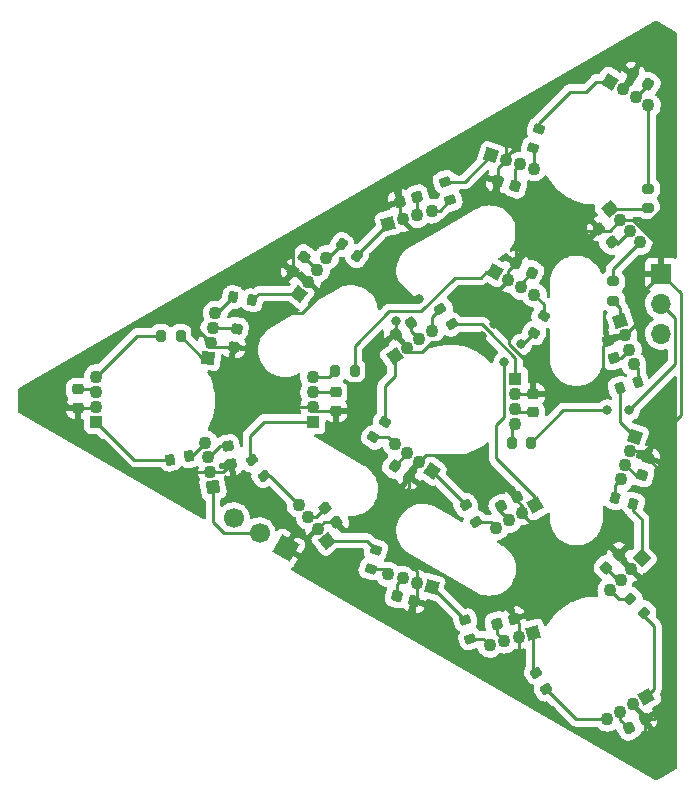
<source format=gbr>
%TF.GenerationSoftware,KiCad,Pcbnew,(6.0.2)*%
%TF.CreationDate,2022-03-10T12:30:13-08:00*%
%TF.ProjectId,triangle,74726961-6e67-46c6-952e-6b696361645f,rev?*%
%TF.SameCoordinates,Original*%
%TF.FileFunction,Copper,L1,Top*%
%TF.FilePolarity,Positive*%
%FSLAX46Y46*%
G04 Gerber Fmt 4.6, Leading zero omitted, Abs format (unit mm)*
G04 Created by KiCad (PCBNEW (6.0.2)) date 2022-03-10 12:30:13*
%MOMM*%
%LPD*%
G01*
G04 APERTURE LIST*
G04 Aperture macros list*
%AMRoundRect*
0 Rectangle with rounded corners*
0 $1 Rounding radius*
0 $2 $3 $4 $5 $6 $7 $8 $9 X,Y pos of 4 corners*
0 Add a 4 corners polygon primitive as box body*
4,1,4,$2,$3,$4,$5,$6,$7,$8,$9,$2,$3,0*
0 Add four circle primitives for the rounded corners*
1,1,$1+$1,$2,$3*
1,1,$1+$1,$4,$5*
1,1,$1+$1,$6,$7*
1,1,$1+$1,$8,$9*
0 Add four rect primitives between the rounded corners*
20,1,$1+$1,$2,$3,$4,$5,0*
20,1,$1+$1,$4,$5,$6,$7,0*
20,1,$1+$1,$6,$7,$8,$9,0*
20,1,$1+$1,$8,$9,$2,$3,0*%
%AMHorizOval*
0 Thick line with rounded ends*
0 $1 width*
0 $2 $3 position (X,Y) of the first rounded end (center of the circle)*
0 $4 $5 position (X,Y) of the second rounded end (center of the circle)*
0 Add line between two ends*
20,1,$1,$2,$3,$4,$5,0*
0 Add two circle primitives to create the rounded ends*
1,1,$1,$2,$3*
1,1,$1,$4,$5*%
%AMRotRect*
0 Rectangle, with rotation*
0 The origin of the aperture is its center*
0 $1 length*
0 $2 width*
0 $3 Rotation angle, in degrees counterclockwise*
0 Add horizontal line*
21,1,$1,$2,0,0,$3*%
G04 Aperture macros list end*
%TA.AperFunction,ComponentPad*%
%ADD10R,1.700000X1.700000*%
%TD*%
%TA.AperFunction,ComponentPad*%
%ADD11O,1.700000X1.700000*%
%TD*%
%TA.AperFunction,SMDPad,CuDef*%
%ADD12RoundRect,0.225000X0.285273X-0.178170X0.207131X0.264994X-0.285273X0.178170X-0.207131X-0.264994X0*%
%TD*%
%TA.AperFunction,SMDPad,CuDef*%
%ADD13RoundRect,0.225000X-0.168235X0.291242X-0.307293X-0.136733X0.168235X-0.291242X0.307293X0.136733X0*%
%TD*%
%TA.AperFunction,SMDPad,CuDef*%
%ADD14RoundRect,0.200000X-0.275000X0.200000X-0.275000X-0.200000X0.275000X-0.200000X0.275000X0.200000X0*%
%TD*%
%TA.AperFunction,SMDPad,CuDef*%
%ADD15RoundRect,0.225000X0.069856X0.329006X-0.319856X0.104006X-0.069856X-0.329006X0.319856X-0.104006X0*%
%TD*%
%TA.AperFunction,SMDPad,CuDef*%
%ADD16RoundRect,0.225000X0.147375X0.302334X-0.285193X0.178297X-0.147375X-0.302334X0.285193X-0.178297X0*%
%TD*%
%TA.AperFunction,ComponentPad*%
%ADD17RotRect,1.700000X1.700000X240.000000*%
%TD*%
%TA.AperFunction,ComponentPad*%
%ADD18HorizOval,1.700000X0.000000X0.000000X0.000000X0.000000X0*%
%TD*%
%TA.AperFunction,SMDPad,CuDef*%
%ADD19RoundRect,0.200000X-0.339982X0.006097X-0.110552X-0.321564X0.339982X-0.006097X0.110552X0.321564X0*%
%TD*%
%TA.AperFunction,SMDPad,CuDef*%
%ADD20RoundRect,0.225000X-0.288261X-0.173293X0.142076X-0.304860X0.288261X0.173293X-0.142076X0.304860X0*%
%TD*%
%TA.AperFunction,SMDPad,CuDef*%
%ADD21RoundRect,0.200000X0.319474X-0.116452X0.209219X0.268053X-0.319474X0.116452X-0.209219X-0.268053X0*%
%TD*%
%TA.AperFunction,SMDPad,CuDef*%
%ADD22RoundRect,0.200000X0.209219X-0.268053X0.319474X0.116452X-0.209219X0.268053X-0.319474X-0.116452X0*%
%TD*%
%TA.AperFunction,SMDPad,CuDef*%
%ADD23RoundRect,0.200000X-0.240557X-0.240327X0.154518X-0.302901X0.240557X0.240327X-0.154518X0.302901X0*%
%TD*%
%TA.AperFunction,SMDPad,CuDef*%
%ADD24RoundRect,0.200000X-0.275191X-0.199737X0.105232X-0.323344X0.275191X0.199737X-0.105232X0.323344X0*%
%TD*%
%TA.AperFunction,SMDPad,CuDef*%
%ADD25RoundRect,0.200000X-0.335876X-0.053033X-0.053033X-0.335876X0.335876X0.053033X0.053033X0.335876X0*%
%TD*%
%TA.AperFunction,SMDPad,CuDef*%
%ADD26RoundRect,0.225000X0.335527X-0.023387X0.058479X0.331218X-0.335527X0.023387X-0.058479X-0.331218X0*%
%TD*%
%TA.AperFunction,SMDPad,CuDef*%
%ADD27RoundRect,0.225000X-0.304860X0.142076X-0.173293X-0.288261X0.304860X-0.142076X0.173293X0.288261X0*%
%TD*%
%TA.AperFunction,SMDPad,CuDef*%
%ADD28RoundRect,0.200000X0.339835X0.011705X0.093571X0.326909X-0.339835X-0.011705X-0.093571X-0.326909X0*%
%TD*%
%TA.AperFunction,SMDPad,CuDef*%
%ADD29RoundRect,0.200000X-0.200000X-0.275000X0.200000X-0.275000X0.200000X0.275000X-0.200000X0.275000X0*%
%TD*%
%TA.AperFunction,SMDPad,CuDef*%
%ADD30RoundRect,0.225000X0.285193X0.178297X-0.147375X0.302334X-0.285193X-0.178297X0.147375X-0.302334X0*%
%TD*%
%TA.AperFunction,SMDPad,CuDef*%
%ADD31RoundRect,0.225000X-0.336341X-0.000075X-0.035232X-0.334490X0.336341X0.000075X0.035232X0.334490X0*%
%TD*%
%TA.AperFunction,SMDPad,CuDef*%
%ADD32RoundRect,0.225000X0.064250X-0.330147X0.335067X0.029239X-0.064250X0.330147X-0.335067X-0.029239X0*%
%TD*%
%TA.AperFunction,SMDPad,CuDef*%
%ADD33RoundRect,0.225000X0.250000X-0.225000X0.250000X0.225000X-0.250000X0.225000X-0.250000X-0.225000X0*%
%TD*%
%TA.AperFunction,SMDPad,CuDef*%
%ADD34RoundRect,0.225000X-0.147375X-0.302334X0.285193X-0.178297X0.147375X0.302334X-0.285193X0.178297X0*%
%TD*%
%TA.AperFunction,SMDPad,CuDef*%
%ADD35RoundRect,0.200000X0.338157X-0.035705X0.138157X0.310705X-0.338157X0.035705X-0.138157X-0.310705X0*%
%TD*%
%TA.AperFunction,SMDPad,CuDef*%
%ADD36RoundRect,0.200000X-0.138157X0.310705X-0.338157X-0.035705X0.138157X-0.310705X0.338157X0.035705X0*%
%TD*%
%TA.AperFunction,SMDPad,CuDef*%
%ADD37RoundRect,0.200000X0.110859X0.321458X-0.271663X0.204509X-0.110859X-0.321458X0.271663X-0.204509X0*%
%TD*%
%TA.AperFunction,SMDPad,CuDef*%
%ADD38RoundRect,0.200000X0.104923X-0.323444X0.340037X0.000162X-0.104923X0.323444X-0.340037X-0.000162X0*%
%TD*%
%TA.AperFunction,SMDPad,CuDef*%
%ADD39RoundRect,0.225000X-0.017678X0.335876X-0.335876X0.017678X0.017678X-0.335876X0.335876X-0.017678X0*%
%TD*%
%TA.AperFunction,SMDPad,CuDef*%
%ADD40RoundRect,0.225000X-0.319856X-0.104006X0.069856X-0.329006X0.319856X0.104006X-0.069856X0.329006X0*%
%TD*%
%TA.AperFunction,SMDPad,CuDef*%
%ADD41RoundRect,0.225000X-0.040915X-0.333843X0.327703X-0.075733X0.040915X0.333843X-0.327703X0.075733X0*%
%TD*%
%TA.AperFunction,SMDPad,CuDef*%
%ADD42RoundRect,0.200000X0.149208X0.305552X-0.244715X0.236092X-0.149208X-0.305552X0.244715X-0.236092X0*%
%TD*%
%TA.AperFunction,SMDPad,CuDef*%
%ADD43RoundRect,0.200000X0.204509X-0.271663X0.321458X0.110859X-0.204509X0.271663X-0.321458X-0.110859X0*%
%TD*%
%TA.AperFunction,SMDPad,CuDef*%
%ADD44RoundRect,0.225000X-0.250000X0.225000X-0.250000X-0.225000X0.250000X-0.225000X0.250000X0.225000X0*%
%TD*%
%TA.AperFunction,SMDPad,CuDef*%
%ADD45RoundRect,0.225000X0.211724X-0.261338X0.282120X0.183121X-0.211724X0.261338X-0.282120X-0.183121X0*%
%TD*%
%TA.AperFunction,SMDPad,CuDef*%
%ADD46RoundRect,0.225000X-0.323291X-0.092780X0.058331X-0.331244X0.323291X0.092780X-0.058331X0.331244X0*%
%TD*%
%TA.AperFunction,SMDPad,CuDef*%
%ADD47RoundRect,0.225000X0.328975X0.070003X-0.035083X0.334506X-0.328975X-0.070003X0.035083X-0.334506X0*%
%TD*%
%TA.AperFunction,SMDPad,CuDef*%
%ADD48RoundRect,0.200000X-0.325226X-0.099262X-0.005772X-0.339988X0.325226X0.099262X0.005772X0.339988X0*%
%TD*%
%TA.AperFunction,ComponentPad*%
%ADD49RotRect,1.100000X1.100000X196.000000*%
%TD*%
%TA.AperFunction,ComponentPad*%
%ADD50C,1.100000*%
%TD*%
%TA.AperFunction,ComponentPad*%
%ADD51RotRect,1.100000X1.100000X252.000000*%
%TD*%
%TA.AperFunction,ComponentPad*%
%ADD52RotRect,1.100000X1.100000X328.000000*%
%TD*%
%TA.AperFunction,ComponentPad*%
%ADD53RotRect,1.100000X1.100000X100.000000*%
%TD*%
%TA.AperFunction,ComponentPad*%
%ADD54RotRect,1.100000X1.100000X330.000000*%
%TD*%
%TA.AperFunction,ComponentPad*%
%ADD55RotRect,1.100000X1.100000X128.000000*%
%TD*%
%TA.AperFunction,ComponentPad*%
%ADD56R,1.100000X1.100000*%
%TD*%
%TA.AperFunction,ComponentPad*%
%ADD57RotRect,1.100000X1.100000X53.000000*%
%TD*%
%TA.AperFunction,ComponentPad*%
%ADD58RotRect,1.100000X1.100000X343.000000*%
%TD*%
%TA.AperFunction,ComponentPad*%
%ADD59RotRect,1.100000X1.100000X225.000000*%
%TD*%
%TA.AperFunction,ComponentPad*%
%ADD60RotRect,1.100000X1.100000X81.000000*%
%TD*%
%TA.AperFunction,ComponentPad*%
%ADD61RotRect,1.100000X1.100000X144.000000*%
%TD*%
%TA.AperFunction,ComponentPad*%
%ADD62RotRect,1.100000X1.100000X210.000000*%
%TD*%
%TA.AperFunction,ComponentPad*%
%ADD63RotRect,1.100000X1.100000X164.000000*%
%TD*%
%TA.AperFunction,ComponentPad*%
%ADD64RotRect,1.100000X1.100000X16.000000*%
%TD*%
%TA.AperFunction,ComponentPad*%
%ADD65RotRect,1.100000X1.100000X312.000000*%
%TD*%
%TA.AperFunction,ComponentPad*%
%ADD66RotRect,1.100000X1.100000X287.000000*%
%TD*%
%TA.AperFunction,ComponentPad*%
%ADD67RotRect,1.100000X1.100000X35.000000*%
%TD*%
%TA.AperFunction,ViaPad*%
%ADD68C,0.800000*%
%TD*%
%TA.AperFunction,Conductor*%
%ADD69C,0.250000*%
%TD*%
G04 APERTURE END LIST*
D10*
%TO.P,J1,1,Pin_1*%
%TO.N,+5V*%
X160050000Y-72900000D03*
D11*
%TO.P,J1,2,Pin_2*%
%TO.N,/DIN*%
X160050000Y-75440000D03*
%TO.P,J1,3,Pin_3*%
%TO.N,GND*%
X160050000Y-77980000D03*
%TD*%
D12*
%TO.P,C21,1*%
%TO.N,+5V*%
X123634577Y-89013226D03*
%TO.P,C21,2*%
%TO.N,GND*%
X123365423Y-87486774D03*
%TD*%
D13*
%TO.P,C12,1*%
%TO.N,+5V*%
X158900000Y-88500000D03*
%TO.P,C12,2*%
%TO.N,GND*%
X158421024Y-89974138D03*
%TD*%
D14*
%TO.P,R15,1*%
%TO.N,Net-(D15-Pad4)*%
X158950000Y-65700000D03*
%TO.P,R15,2*%
%TO.N,Net-(D14-Pad1)*%
X158950000Y-67350000D03*
%TD*%
D15*
%TO.P,C4,1*%
%TO.N,+5V*%
X147821170Y-91825000D03*
%TO.P,C4,2*%
%TO.N,GND*%
X146478830Y-92600000D03*
%TD*%
D16*
%TO.P,C9,1*%
%TO.N,+5V*%
X147600000Y-102100000D03*
%TO.P,C9,2*%
%TO.N,GND*%
X146110044Y-102527238D03*
%TD*%
D17*
%TO.P,J2,1,Pin_1*%
%TO.N,+5V*%
X128250000Y-96150000D03*
D18*
%TO.P,J2,2,Pin_2*%
%TO.N,/DOUT*%
X126050295Y-94880000D03*
%TO.P,J2,3,Pin_3*%
%TO.N,GND*%
X123850591Y-93610000D03*
%TD*%
D19*
%TO.P,R2,1*%
%TO.N,Net-(D2-Pad4)*%
X141353598Y-75848400D03*
%TO.P,R2,2*%
%TO.N,Net-(D1-Pad1)*%
X142300000Y-77200000D03*
%TD*%
D20*
%TO.P,C16,1*%
%TO.N,+5V*%
X146217728Y-65046824D03*
%TO.P,C16,2*%
%TO.N,GND*%
X147700000Y-65500000D03*
%TD*%
D21*
%TO.P,R17,1*%
%TO.N,Net-(D17-Pad4)*%
X142200000Y-66700000D03*
%TO.P,R17,2*%
%TO.N,Net-(D16-Pad1)*%
X141745198Y-65113918D03*
%TD*%
D22*
%TO.P,R8,1*%
%TO.N,Net-(D8-Pad4)*%
X135445198Y-97886082D03*
%TO.P,R8,2*%
%TO.N,Net-(D7-Pad1)*%
X135900000Y-96300000D03*
%TD*%
D23*
%TO.P,R19,1*%
%TO.N,Net-(D19-Pad4)*%
X123800000Y-74900000D03*
%TO.P,R19,2*%
%TO.N,Net-(D18-Pad1)*%
X125429686Y-75158116D03*
%TD*%
D24*
%TO.P,R12,1*%
%TO.N,Net-(D12-Pad4)*%
X156130756Y-91890122D03*
%TO.P,R12,2*%
%TO.N,Net-(D11-Pad1)*%
X157700000Y-92400000D03*
%TD*%
D25*
%TO.P,R11,1*%
%TO.N,Net-(D11-Pad4)*%
X157433274Y-100433274D03*
%TO.P,R11,2*%
%TO.N,Net-(D10-Pad1)*%
X158600000Y-101600000D03*
%TD*%
D14*
%TO.P,R14,1*%
%TO.N,Net-(D14-Pad4)*%
X156000000Y-73550000D03*
%TO.P,R14,2*%
%TO.N,Net-(D13-Pad1)*%
X156000000Y-75200000D03*
%TD*%
D26*
%TO.P,C7,1*%
%TO.N,+5V*%
X132550000Y-93950000D03*
%TO.P,C7,2*%
%TO.N,GND*%
X131595724Y-92728584D03*
%TD*%
D21*
%TO.P,R9,1*%
%TO.N,Net-(D9-Pad4)*%
X143900000Y-103800000D03*
%TO.P,R9,2*%
%TO.N,Net-(D8-Pad1)*%
X143445198Y-102213918D03*
%TD*%
D27*
%TO.P,C13,1*%
%TO.N,+5V*%
X155573412Y-78558864D03*
%TO.P,C13,2*%
%TO.N,GND*%
X156026588Y-80041136D03*
%TD*%
D28*
%TO.P,R7,1*%
%TO.N,Net-(D7-Pad4)*%
X126400000Y-90000000D03*
%TO.P,R7,2*%
%TO.N,Net-(D6-Pad1)*%
X125384158Y-88699782D03*
%TD*%
D29*
%TO.P,R1,2*%
%TO.N,/DIN*%
X149025000Y-87200000D03*
%TO.P,R1,1*%
%TO.N,Net-(D1-Pad4)*%
X147375000Y-87200000D03*
%TD*%
D30*
%TO.P,C8,1*%
%TO.N,+5V*%
X139144978Y-100613619D03*
%TO.P,C8,2*%
%TO.N,GND*%
X137655022Y-100186381D03*
%TD*%
D31*
%TO.P,C14,2*%
%TO.N,GND*%
X155850000Y-70250000D03*
%TO.P,C14,1*%
%TO.N,+5V*%
X154812848Y-69098126D03*
%TD*%
D29*
%TO.P,R6,1*%
%TO.N,Net-(D6-Pad4)*%
X132450000Y-81100000D03*
%TO.P,R6,2*%
%TO.N,Net-(D5-Pad1)*%
X134100000Y-81100000D03*
%TD*%
D32*
%TO.P,C18,1*%
%TO.N,+5V*%
X128900000Y-72700000D03*
%TO.P,C18,2*%
%TO.N,GND*%
X129832814Y-71462114D03*
%TD*%
D33*
%TO.P,C6,1*%
%TO.N,+5V*%
X132500000Y-84500000D03*
%TO.P,C6,2*%
%TO.N,GND*%
X132500000Y-82950000D03*
%TD*%
D34*
%TO.P,C17,1*%
%TO.N,+5V*%
X137900000Y-66800000D03*
%TO.P,C17,2*%
%TO.N,GND*%
X139389956Y-66372762D03*
%TD*%
D33*
%TO.P,C20,1*%
%TO.N,+5V*%
X110650000Y-84250000D03*
%TO.P,C20,2*%
%TO.N,GND*%
X110650000Y-82700000D03*
%TD*%
D35*
%TO.P,R4,1*%
%TO.N,Net-(D4-Pad4)*%
X144325000Y-93928942D03*
%TO.P,R4,2*%
%TO.N,Net-(D3-Pad1)*%
X143500000Y-92500000D03*
%TD*%
D36*
%TO.P,R5,1*%
%TO.N,Net-(D5-Pad4)*%
X150100000Y-76500000D03*
%TO.P,R5,2*%
%TO.N,Net-(D4-Pad1)*%
X149275000Y-77928942D03*
%TD*%
D37*
%TO.P,R13,1*%
%TO.N,Net-(D13-Pad4)*%
X158100000Y-82100000D03*
%TO.P,R13,2*%
%TO.N,Net-(D12-Pad1)*%
X156522098Y-82582414D03*
%TD*%
D38*
%TO.P,R3,1*%
%TO.N,Net-(D3-Pad4)*%
X135686800Y-86766400D03*
%TO.P,R3,2*%
%TO.N,Net-(D2-Pad1)*%
X136656646Y-85431522D03*
%TD*%
D39*
%TO.P,C11,1*%
%TO.N,+5V*%
X156498008Y-96701992D03*
%TO.P,C11,2*%
%TO.N,GND*%
X155401992Y-97798008D03*
%TD*%
D40*
%TO.P,C5,1*%
%TO.N,+5V*%
X147757660Y-72025000D03*
%TO.P,C5,2*%
%TO.N,GND*%
X149100000Y-72800000D03*
%TD*%
D41*
%TO.P,C2,1*%
%TO.N,+5V*%
X137600000Y-78000000D03*
%TO.P,C2,2*%
%TO.N,GND*%
X138869686Y-77110956D03*
%TD*%
D35*
%TO.P,R10,1*%
%TO.N,Net-(D10-Pad4)*%
X150300000Y-108100000D03*
%TO.P,R10,2*%
%TO.N,Net-(D9-Pad1)*%
X149475000Y-106671058D03*
%TD*%
D42*
%TO.P,R21,1*%
%TO.N,Net-(D21-Pad4)*%
X120100000Y-88350000D03*
%TO.P,R21,2*%
%TO.N,Net-(D20-Pad1)*%
X118475068Y-88636520D03*
%TD*%
D43*
%TO.P,R16,1*%
%TO.N,Net-(D16-Pad4)*%
X149200000Y-62250000D03*
%TO.P,R16,2*%
%TO.N,Net-(D15-Pad1)*%
X149682414Y-60672098D03*
%TD*%
D44*
%TO.P,C1,2*%
%TO.N,GND*%
X149200000Y-84650000D03*
%TO.P,C1,1*%
%TO.N,+5V*%
X149200000Y-83100000D03*
%TD*%
D45*
%TO.P,C19,1*%
%TO.N,+5V*%
X123857526Y-79080916D03*
%TO.P,C19,2*%
%TO.N,GND*%
X124100000Y-77550000D03*
%TD*%
D46*
%TO.P,C15,1*%
%TO.N,+5V*%
X157635526Y-56028626D03*
%TO.P,C15,2*%
%TO.N,GND*%
X158950000Y-56850000D03*
%TD*%
D47*
%TO.P,C3,1*%
%TO.N,+5V*%
X138734800Y-90119200D03*
%TO.P,C3,2*%
%TO.N,GND*%
X137480824Y-89208132D03*
%TD*%
D15*
%TO.P,C10,1*%
%TO.N,+5V*%
X158650000Y-110600000D03*
%TO.P,C10,2*%
%TO.N,GND*%
X157307660Y-111375000D03*
%TD*%
D29*
%TO.P,R20,1*%
%TO.N,Net-(D20-Pad4)*%
X117700000Y-78150000D03*
%TO.P,R20,2*%
%TO.N,Net-(D19-Pad1)*%
X119350000Y-78150000D03*
%TD*%
D48*
%TO.P,R18,1*%
%TO.N,Net-(D18-Pad4)*%
X132982252Y-70407006D03*
%TO.P,R18,2*%
%TO.N,Net-(D17-Pad1)*%
X134300000Y-71400000D03*
%TD*%
D49*
%TO.P,D9,1,DOUT*%
%TO.N,Net-(D9-Pad1)*%
X149200000Y-103300000D03*
D50*
%TO.P,D9,2,VDD*%
%TO.N,+5V*%
X147979197Y-103650059D03*
%TO.P,D9,3,VSS*%
%TO.N,GND*%
X146758395Y-104000119D03*
%TO.P,D9,4,DIN*%
%TO.N,Net-(D9-Pad4)*%
X145537592Y-104350178D03*
%TD*%
D51*
%TO.P,D12,1,DOUT*%
%TO.N,Net-(D12-Pad1)*%
X157800000Y-86700000D03*
D50*
%TO.P,D12,2,VDD*%
%TO.N,+5V*%
X157407549Y-87907842D03*
%TO.P,D12,3,VSS*%
%TO.N,GND*%
X157015097Y-89115684D03*
%TO.P,D12,4,DIN*%
%TO.N,Net-(D12-Pad4)*%
X156622646Y-90323526D03*
%TD*%
D52*
%TO.P,D15,1,DOUT*%
%TO.N,Net-(D15-Pad1)*%
X155718936Y-56631008D03*
D50*
%TO.P,D15,2,VDD*%
%TO.N,+5V*%
X156795957Y-57304005D03*
%TO.P,D15,3,VSS*%
%TO.N,GND*%
X157872979Y-57977003D03*
%TO.P,D15,4,DIN*%
%TO.N,Net-(D15-Pad4)*%
X158950000Y-58650000D03*
%TD*%
D53*
%TO.P,D21,1,DOUT*%
%TO.N,/DOUT*%
X122100000Y-90950000D03*
D50*
%TO.P,D21,2,VDD*%
%TO.N,+5V*%
X121879467Y-89699294D03*
%TO.P,D21,3,VSS*%
%TO.N,GND*%
X121658933Y-88448588D03*
%TO.P,D21,4,DIN*%
%TO.N,Net-(D21-Pad4)*%
X121438400Y-87197882D03*
%TD*%
%TO.P,D5,4,DIN*%
%TO.N,Net-(D5-Pad4)*%
X149300000Y-74700000D03*
%TO.P,D5,3,VSS*%
%TO.N,GND*%
X148200148Y-74065000D03*
%TO.P,D5,2,VDD*%
%TO.N,+5V*%
X147100296Y-73430000D03*
D54*
%TO.P,D5,1,DOUT*%
%TO.N,Net-(D5-Pad1)*%
X146000444Y-72795000D03*
%TD*%
D55*
%TO.P,D7,1,DOUT*%
%TO.N,Net-(D7-Pad1)*%
X131731890Y-95500773D03*
D50*
%TO.P,D7,2,VDD*%
%TO.N,+5V*%
X130950000Y-94500000D03*
%TO.P,D7,3,VSS*%
%TO.N,GND*%
X130168110Y-93499226D03*
%TO.P,D7,4,DIN*%
%TO.N,Net-(D7-Pad4)*%
X129386220Y-92498453D03*
%TD*%
D56*
%TO.P,D20,1,DOUT*%
%TO.N,Net-(D20-Pad1)*%
X112200000Y-85440000D03*
D50*
%TO.P,D20,2,VDD*%
%TO.N,+5V*%
X112200000Y-84170000D03*
%TO.P,D20,3,VSS*%
%TO.N,GND*%
X112200000Y-82900000D03*
%TO.P,D20,4,DIN*%
%TO.N,Net-(D20-Pad4)*%
X112200000Y-81630000D03*
%TD*%
D57*
%TO.P,D18,1,DOUT*%
%TO.N,Net-(D18-Pad1)*%
X129400000Y-74600000D03*
D50*
%TO.P,D18,2,VDD*%
%TO.N,+5V*%
X130164305Y-73585733D03*
%TO.P,D18,3,VSS*%
%TO.N,GND*%
X130928611Y-72571465D03*
%TO.P,D18,4,DIN*%
%TO.N,Net-(D18-Pad4)*%
X131692916Y-71557198D03*
%TD*%
D56*
%TO.P,D1,1,DOUT*%
%TO.N,Net-(D1-Pad1)*%
X147700000Y-81800000D03*
D50*
%TO.P,D1,2,VDD*%
%TO.N,+5V*%
X147700000Y-83070000D03*
%TO.P,D1,3,VSS*%
%TO.N,GND*%
X147700000Y-84340000D03*
%TO.P,D1,4,DIN*%
%TO.N,Net-(D1-Pad4)*%
X147700000Y-85610000D03*
%TD*%
D56*
%TO.P,D6,1,DOUT*%
%TO.N,Net-(D6-Pad1)*%
X130550000Y-85440000D03*
D50*
%TO.P,D6,2,VDD*%
%TO.N,+5V*%
X130550000Y-84170000D03*
%TO.P,D6,3,VSS*%
%TO.N,GND*%
X130550000Y-82900000D03*
%TO.P,D6,4,DIN*%
%TO.N,Net-(D6-Pad4)*%
X130550000Y-81630000D03*
%TD*%
D58*
%TO.P,D16,1,DOUT*%
%TO.N,Net-(D16-Pad1)*%
X145656478Y-62886064D03*
D50*
%TO.P,D16,2,VDD*%
%TO.N,+5V*%
X146870985Y-63257376D03*
%TO.P,D16,3,VSS*%
%TO.N,GND*%
X148085493Y-63628688D03*
%TO.P,D16,4,DIN*%
%TO.N,Net-(D16-Pad4)*%
X149300000Y-64000000D03*
%TD*%
D59*
%TO.P,D11,1,DOUT*%
%TO.N,Net-(D11-Pad1)*%
X158400000Y-97000000D03*
D50*
%TO.P,D11,2,VDD*%
%TO.N,+5V*%
X157501975Y-97898025D03*
%TO.P,D11,3,VSS*%
%TO.N,GND*%
X156603949Y-98796051D03*
%TO.P,D11,4,DIN*%
%TO.N,Net-(D11-Pad4)*%
X155705924Y-99694076D03*
%TD*%
D60*
%TO.P,D19,1,DOUT*%
%TO.N,Net-(D19-Pad1)*%
X121700000Y-80000000D03*
D50*
%TO.P,D19,2,VDD*%
%TO.N,+5V*%
X121898672Y-78745636D03*
%TO.P,D19,3,VSS*%
%TO.N,GND*%
X122097344Y-77491272D03*
%TO.P,D19,4,DIN*%
%TO.N,Net-(D19-Pad4)*%
X122296016Y-76236908D03*
%TD*%
D61*
%TO.P,D3,1,DOUT*%
%TO.N,Net-(D3-Pad1)*%
X140607399Y-89575231D03*
D50*
%TO.P,D3,2,VDD*%
%TO.N,+5V*%
X139579948Y-88828744D03*
%TO.P,D3,3,VSS*%
%TO.N,GND*%
X138552496Y-88082256D03*
%TO.P,D3,4,DIN*%
%TO.N,Net-(D3-Pad4)*%
X137525045Y-87335769D03*
%TD*%
D62*
%TO.P,D10,1,DOUT*%
%TO.N,Net-(D10-Pad1)*%
X158800000Y-108700000D03*
D50*
%TO.P,D10,2,VDD*%
%TO.N,+5V*%
X157700148Y-109335000D03*
%TO.P,D10,3,VSS*%
%TO.N,GND*%
X156600296Y-109970000D03*
%TO.P,D10,4,DIN*%
%TO.N,Net-(D10-Pad4)*%
X155500444Y-110605000D03*
%TD*%
%TO.P,D8,4,DIN*%
%TO.N,Net-(D8-Pad4)*%
X136937592Y-98349822D03*
%TO.P,D8,3,VSS*%
%TO.N,GND*%
X138158395Y-98699881D03*
%TO.P,D8,2,VDD*%
%TO.N,+5V*%
X139379197Y-99049941D03*
D63*
%TO.P,D8,1,DOUT*%
%TO.N,Net-(D8-Pad1)*%
X140600000Y-99400000D03*
%TD*%
D64*
%TO.P,D17,1,DOUT*%
%TO.N,Net-(D17-Pad1)*%
X136958395Y-68650119D03*
D50*
%TO.P,D17,2,VDD*%
%TO.N,+5V*%
X138179198Y-68300060D03*
%TO.P,D17,3,VSS*%
%TO.N,GND*%
X139400000Y-67950000D03*
%TO.P,D17,4,DIN*%
%TO.N,Net-(D17-Pad4)*%
X140620803Y-67599941D03*
%TD*%
D65*
%TO.P,D14,1,DOUT*%
%TO.N,Net-(D14-Pad1)*%
X155700000Y-67425000D03*
D50*
%TO.P,D14,2,VDD*%
%TO.N,+5V*%
X156549796Y-68368794D03*
%TO.P,D14,3,VSS*%
%TO.N,GND*%
X157399592Y-69312588D03*
%TO.P,D14,4,DIN*%
%TO.N,Net-(D14-Pad4)*%
X158249388Y-70256382D03*
%TD*%
D66*
%TO.P,D13,1,DOUT*%
%TO.N,Net-(D13-Pad1)*%
X156600000Y-76900000D03*
D50*
%TO.P,D13,2,VDD*%
%TO.N,+5V*%
X156971312Y-78114507D03*
%TO.P,D13,3,VSS*%
%TO.N,GND*%
X157342624Y-79329015D03*
%TO.P,D13,4,DIN*%
%TO.N,Net-(D13-Pad4)*%
X157713936Y-80543522D03*
%TD*%
D67*
%TO.P,D2,1,DOUT*%
%TO.N,Net-(D2-Pad1)*%
X137500000Y-79900000D03*
D50*
%TO.P,D2,2,VDD*%
%TO.N,+5V*%
X138540323Y-79171558D03*
%TO.P,D2,3,VSS*%
%TO.N,GND*%
X139580647Y-78443116D03*
%TO.P,D2,4,DIN*%
%TO.N,Net-(D2-Pad4)*%
X140620970Y-77714674D03*
%TD*%
D62*
%TO.P,D4,1,DOUT*%
%TO.N,Net-(D4-Pad1)*%
X149400000Y-92500000D03*
D50*
%TO.P,D4,2,VDD*%
%TO.N,+5V*%
X148300148Y-93135000D03*
%TO.P,D4,3,VSS*%
%TO.N,GND*%
X147200296Y-93770000D03*
%TO.P,D4,4,DIN*%
%TO.N,Net-(D4-Pad4)*%
X146100444Y-94405000D03*
%TD*%
D68*
%TO.N,+5V*%
X145900000Y-77150000D03*
X144850000Y-78200000D03*
X143500000Y-74500000D03*
X139550000Y-75000000D03*
%TO.N,Net-(D4-Pad1)*%
X148209637Y-78885039D03*
X146750000Y-80400000D03*
%TO.N,+5V*%
X127000000Y-73550000D03*
X127000000Y-75950000D03*
X142900000Y-64200000D03*
X144500000Y-65850000D03*
X143300000Y-100300000D03*
X141450000Y-102100000D03*
X156950000Y-94550000D03*
X159550000Y-94550000D03*
X133700000Y-97050000D03*
X135300000Y-94500000D03*
X136825500Y-72900000D03*
X137600000Y-76900000D03*
%TO.N,/DIN*%
X157350000Y-84450000D03*
X155500000Y-84450000D03*
%TO.N,+5V*%
X134550000Y-69100000D03*
X136400000Y-70900000D03*
%TD*%
D69*
%TO.N,+5V*%
X147125000Y-77114408D02*
X145930296Y-75919704D01*
X147125000Y-78825000D02*
X147125000Y-77114408D01*
X145930296Y-77119704D02*
X145930296Y-75919704D01*
X145930296Y-75919704D02*
X145930296Y-74600000D01*
X148350000Y-80050000D02*
X147125000Y-78825000D01*
X149400000Y-80050000D02*
X148350000Y-80050000D01*
X150900000Y-81550000D02*
X149400000Y-80050000D01*
X150900000Y-83100000D02*
X150900000Y-81550000D01*
%TO.N,Net-(D1-Pad1)*%
X147700000Y-80035704D02*
X147700000Y-81800000D01*
X145450490Y-77786194D02*
X147700000Y-80035704D01*
X145450490Y-77750490D02*
X145450490Y-77786194D01*
X144900000Y-77200000D02*
X145450490Y-77750490D01*
%TO.N,Net-(D4-Pad1)*%
X148318903Y-78885039D02*
X148209637Y-78885039D01*
X149275000Y-77928942D02*
X148318903Y-78885039D01*
%TO.N,+5V*%
X150900000Y-83100000D02*
X153600000Y-83100000D01*
X149200000Y-83100000D02*
X150900000Y-83100000D01*
%TO.N,Net-(D1-Pad1)*%
X142300000Y-77200000D02*
X144900000Y-77200000D01*
%TO.N,+5V*%
X145900000Y-77150000D02*
X145930296Y-77119704D01*
X141600000Y-78700000D02*
X144350000Y-78700000D01*
X144350000Y-78700000D02*
X144850000Y-78200000D01*
X140600000Y-78700000D02*
X141600000Y-78700000D01*
X140150000Y-79150000D02*
X140600000Y-78700000D01*
X139550000Y-79500000D02*
X139800000Y-79500000D01*
X139800000Y-79500000D02*
X140150000Y-79150000D01*
X138868765Y-79500000D02*
X139550000Y-79500000D01*
X138540323Y-79171558D02*
X138868765Y-79500000D01*
X139379197Y-99049941D02*
X139379197Y-98079197D01*
X137275000Y-95975000D02*
X137275000Y-92525000D01*
X137275000Y-92525000D02*
X135450000Y-94350000D01*
X138734800Y-91065200D02*
X137275000Y-92525000D01*
X139379197Y-98079197D02*
X137275000Y-95975000D01*
X136825500Y-72900000D02*
X136825500Y-71325500D01*
X136825500Y-71325500D02*
X136400000Y-70900000D01*
X137000000Y-72900000D02*
X136825500Y-72900000D01*
X139100000Y-75000000D02*
X137000000Y-72900000D01*
X139550000Y-75000000D02*
X139100000Y-75000000D01*
X143600000Y-74600000D02*
X143500000Y-74500000D01*
X145930296Y-74600000D02*
X145150000Y-74600000D01*
X147100296Y-73430000D02*
X145930296Y-74600000D01*
X145150000Y-74600000D02*
X143600000Y-74600000D01*
%TO.N,Net-(D7-Pad4)*%
X126400000Y-90000000D02*
X126887767Y-90000000D01*
X126887767Y-90000000D02*
X129386220Y-92498453D01*
%TO.N,+5V*%
X127420000Y-84170000D02*
X125350000Y-82100000D01*
X130550000Y-84170000D02*
X127420000Y-84170000D01*
X125350000Y-78500000D02*
X124769084Y-79080916D01*
X125350000Y-82100000D02*
X125350000Y-78500000D01*
X127650000Y-76200000D02*
X125350000Y-78500000D01*
%TO.N,Net-(D4-Pad1)*%
X146100000Y-88500000D02*
X146100000Y-85700000D01*
X149400000Y-91800000D02*
X146100000Y-88500000D01*
X146100000Y-85700000D02*
X146750000Y-85050000D01*
X146750000Y-85050000D02*
X146750000Y-80400000D01*
X149400000Y-92500000D02*
X149400000Y-91800000D01*
%TO.N,+5V*%
X156506900Y-54900000D02*
X157635526Y-56028626D01*
X154700000Y-54900000D02*
X156506900Y-54900000D01*
X153150000Y-56450000D02*
X154700000Y-54900000D01*
X151700000Y-56450000D02*
X153150000Y-56450000D01*
X150295995Y-57854005D02*
X151700000Y-56450000D01*
X149145995Y-57854005D02*
X150295995Y-57854005D01*
X146870985Y-60129015D02*
X149145995Y-57854005D01*
X146870985Y-63257376D02*
X146870985Y-60129015D01*
%TO.N,Net-(D15-Pad1)*%
X153700000Y-57500000D02*
X154568992Y-56631008D01*
X152300000Y-57500000D02*
X153700000Y-57500000D01*
X154568992Y-56631008D02*
X155718936Y-56631008D01*
X149682414Y-60117586D02*
X152300000Y-57500000D01*
X149682414Y-60672098D02*
X149682414Y-60117586D01*
%TO.N,+5V*%
X161700000Y-84900000D02*
X161700000Y-74550000D01*
X161700000Y-74550000D02*
X160050000Y-72900000D01*
X158692158Y-87907842D02*
X161700000Y-84900000D01*
X157407549Y-87907842D02*
X158692158Y-87907842D01*
X155129670Y-79002606D02*
X155573412Y-78558864D01*
X155129670Y-81570330D02*
X155129670Y-79002606D01*
X153600000Y-83100000D02*
X155129670Y-81570330D01*
X160050000Y-70726250D02*
X160050000Y-72900000D01*
X157692544Y-68368794D02*
X160050000Y-70726250D01*
X156549796Y-68368794D02*
X157692544Y-68368794D01*
X158150000Y-74800000D02*
X160050000Y-72900000D01*
X158150000Y-76935819D02*
X158150000Y-74800000D01*
X156971312Y-78114507D02*
X158150000Y-76935819D01*
%TO.N,/DIN*%
X161224511Y-80575489D02*
X157350000Y-84450000D01*
X161224511Y-76614511D02*
X161224511Y-80575489D01*
X160050000Y-75440000D02*
X161224511Y-76614511D01*
%TO.N,+5V*%
X130300000Y-95150000D02*
X130950000Y-94500000D01*
X128550000Y-95500000D02*
X128900000Y-95150000D01*
X128550000Y-95850000D02*
X128550000Y-95500000D01*
X128900000Y-95150000D02*
X130300000Y-95150000D01*
X128250000Y-96150000D02*
X128550000Y-95850000D01*
%TO.N,/DOUT*%
X123030000Y-94880000D02*
X126050295Y-94880000D01*
X122100000Y-93950000D02*
X123030000Y-94880000D01*
X122100000Y-90950000D02*
X122100000Y-93950000D01*
%TO.N,GND*%
X130825082Y-93499226D02*
X131595724Y-92728584D01*
X130168110Y-93499226D02*
X130825082Y-93499226D01*
%TO.N,+5V*%
X131500000Y-93950000D02*
X132550000Y-93950000D01*
X130950000Y-94500000D02*
X131500000Y-93950000D01*
%TO.N,Net-(D7-Pad1)*%
X135100773Y-95500773D02*
X135900000Y-96300000D01*
X131731890Y-95500773D02*
X135100773Y-95500773D01*
%TO.N,Net-(D6-Pad1)*%
X125250000Y-86600000D02*
X125250000Y-88900000D01*
X126410000Y-85440000D02*
X125250000Y-86600000D01*
X130550000Y-85440000D02*
X126410000Y-85440000D01*
%TO.N,+5V*%
X122948509Y-89699294D02*
X123634577Y-89013226D01*
X121879467Y-89699294D02*
X122948509Y-89699294D01*
%TO.N,GND*%
X122713226Y-87486774D02*
X123365423Y-87486774D01*
X121751412Y-88448588D02*
X122713226Y-87486774D01*
X121658933Y-88448588D02*
X121751412Y-88448588D01*
%TO.N,+5V*%
X119803036Y-76650000D02*
X121898672Y-78745636D01*
X116500000Y-76650000D02*
X119803036Y-76650000D01*
X115800000Y-77350000D02*
X116500000Y-76650000D01*
X115200000Y-77350000D02*
X115800000Y-77350000D01*
X113950000Y-78600000D02*
X115200000Y-77350000D01*
X113400000Y-78600000D02*
X113950000Y-78600000D01*
X112050000Y-79950000D02*
X113400000Y-78600000D01*
X110700000Y-79950000D02*
X112050000Y-79950000D01*
X109400000Y-81250000D02*
X110700000Y-79950000D01*
X109400000Y-83650000D02*
X109400000Y-81250000D01*
X110000000Y-84250000D02*
X109400000Y-83650000D01*
X110650000Y-84250000D02*
X110000000Y-84250000D01*
X158650000Y-111950000D02*
X158650000Y-110600000D01*
X155500000Y-112900000D02*
X157700000Y-112900000D01*
X154100000Y-111500000D02*
X155500000Y-112900000D01*
X152700000Y-111500000D02*
X154100000Y-111500000D01*
X150800000Y-109600000D02*
X152700000Y-111500000D01*
X149600000Y-109600000D02*
X150800000Y-109600000D01*
X147550000Y-107550000D02*
X149600000Y-109600000D01*
X147979197Y-107120803D02*
X147550000Y-107550000D01*
X157700000Y-112900000D02*
X158650000Y-111950000D01*
X147979197Y-103650059D02*
X147979197Y-107120803D01*
X159450000Y-110600000D02*
X158650000Y-110600000D01*
X160800000Y-109250000D02*
X159450000Y-110600000D01*
X157501975Y-97898025D02*
X160800000Y-101196050D01*
X160800000Y-101196050D02*
X160800000Y-109250000D01*
X157635526Y-55714474D02*
X157635526Y-56028626D01*
X158300000Y-55050000D02*
X157635526Y-55714474D01*
X159750000Y-55050000D02*
X158300000Y-55050000D01*
X160450000Y-55750000D02*
X159750000Y-55050000D01*
X160450000Y-67066783D02*
X160450000Y-55750000D01*
X159147989Y-68368794D02*
X160450000Y-67066783D01*
X156549796Y-68368794D02*
X159147989Y-68368794D01*
X110650000Y-85750000D02*
X110650000Y-84250000D01*
X111850000Y-86950000D02*
X110650000Y-85750000D01*
X112750000Y-86950000D02*
X111850000Y-86950000D01*
X115700000Y-89900000D02*
X112750000Y-86950000D01*
X119400000Y-89900000D02*
X115700000Y-89900000D01*
X119600706Y-89699294D02*
X119400000Y-89900000D01*
X121879467Y-89699294D02*
X119600706Y-89699294D01*
X120850000Y-77696964D02*
X121898672Y-78745636D01*
X120850000Y-76000000D02*
X120850000Y-77696964D01*
X123300000Y-73550000D02*
X120850000Y-76000000D01*
X127000000Y-73550000D02*
X123300000Y-73550000D01*
X127250000Y-76200000D02*
X127000000Y-75950000D01*
X127650000Y-76200000D02*
X127250000Y-76200000D01*
X137900000Y-65450000D02*
X137900000Y-66800000D01*
X139450000Y-63900000D02*
X137900000Y-65450000D01*
X142600000Y-63900000D02*
X139450000Y-63900000D01*
X142900000Y-64200000D02*
X142600000Y-63900000D01*
X144500000Y-66050000D02*
X144500000Y-65850000D01*
X145250000Y-66800000D02*
X144500000Y-66050000D01*
X146217728Y-65046824D02*
X146217728Y-65832272D01*
X146217728Y-65832272D02*
X145250000Y-66800000D01*
X139144978Y-101755022D02*
X139144978Y-100613619D01*
X141100000Y-102450000D02*
X139839956Y-102450000D01*
X139839956Y-102450000D02*
X139144978Y-101755022D01*
X141450000Y-102100000D02*
X141100000Y-102450000D01*
X143800000Y-100300000D02*
X143300000Y-100300000D01*
X144500000Y-101000000D02*
X143800000Y-100300000D01*
X147600000Y-102100000D02*
X147600000Y-101900000D01*
X147600000Y-101900000D02*
X146700000Y-101000000D01*
X146700000Y-101000000D02*
X144500000Y-101000000D01*
X160400000Y-90000000D02*
X158900000Y-88500000D01*
X160400000Y-93700000D02*
X160400000Y-90000000D01*
X159550000Y-94550000D02*
X160400000Y-93700000D01*
X155550000Y-95800000D02*
X156800000Y-94550000D01*
X156451992Y-96701992D02*
X155550000Y-95800000D01*
X156800000Y-94550000D02*
X156950000Y-94550000D01*
X156498008Y-96701992D02*
X156451992Y-96701992D01*
X139144978Y-101505022D02*
X139144978Y-100613619D01*
X138650000Y-102000000D02*
X139144978Y-101505022D01*
X137200000Y-102000000D02*
X138650000Y-102000000D01*
X135850000Y-100650000D02*
X137200000Y-102000000D01*
X134850000Y-100650000D02*
X135850000Y-100650000D01*
X133700000Y-99500000D02*
X134850000Y-100650000D01*
X133700000Y-97050000D02*
X133700000Y-99500000D01*
X135450000Y-94350000D02*
X135300000Y-94500000D01*
X138734800Y-90119200D02*
X138734800Y-91065200D01*
X137600000Y-78000000D02*
X137600000Y-76900000D01*
%TO.N,Net-(D20-Pad1)*%
X115396520Y-88636520D02*
X112200000Y-85440000D01*
X118475068Y-88636520D02*
X115396520Y-88636520D01*
%TO.N,Net-(D20-Pad4)*%
X115680000Y-78150000D02*
X117700000Y-78150000D01*
X112200000Y-81630000D02*
X115680000Y-78150000D01*
%TO.N,+5V*%
X129650000Y-76200000D02*
X127650000Y-76200000D01*
X130850000Y-75000000D02*
X129650000Y-76200000D01*
X124769084Y-79080916D02*
X123857526Y-79080916D01*
X130164305Y-73585733D02*
X130850000Y-74271428D01*
X130850000Y-74271428D02*
X130850000Y-75000000D01*
X129785733Y-73585733D02*
X128900000Y-72700000D01*
X130164305Y-73585733D02*
X129785733Y-73585733D01*
X128900000Y-70350000D02*
X130150000Y-69100000D01*
X128900000Y-72700000D02*
X128900000Y-70350000D01*
X130150000Y-69100000D02*
X134550000Y-69100000D01*
X144046084Y-88278744D02*
X147592340Y-91825000D01*
X140129948Y-88278744D02*
X144046084Y-88278744D01*
X139579948Y-88828744D02*
X140129948Y-88278744D01*
%TO.N,Net-(D5-Pad4)*%
X150100000Y-75500000D02*
X149300000Y-74700000D01*
X150100000Y-76500000D02*
X150100000Y-75500000D01*
%TO.N,Net-(D10-Pad4)*%
X150300000Y-108100000D02*
X152805000Y-110605000D01*
X152805000Y-110605000D02*
X155500444Y-110605000D01*
%TO.N,Net-(D9-Pad1)*%
X149200000Y-106396058D02*
X149475000Y-106671058D01*
X149200000Y-103300000D02*
X149200000Y-106396058D01*
%TO.N,Net-(D9-Pad4)*%
X144987414Y-103800000D02*
X145537592Y-104350178D01*
X143900000Y-103800000D02*
X144987414Y-103800000D01*
%TO.N,Net-(D8-Pad1)*%
X143413918Y-102213918D02*
X143445198Y-102213918D01*
X140600000Y-99400000D02*
X143413918Y-102213918D01*
%TO.N,Net-(D8-Pad4)*%
X136473852Y-97886082D02*
X136937592Y-98349822D01*
X135445198Y-97886082D02*
X136473852Y-97886082D01*
%TO.N,+5V*%
X147757660Y-72025000D02*
X150534534Y-69248126D01*
X150534534Y-69248126D02*
X155262848Y-69248126D01*
X147757660Y-67494377D02*
X146217728Y-65954445D01*
X146217728Y-65954445D02*
X146217728Y-65046824D01*
X147757660Y-72025000D02*
X147757660Y-67494377D01*
%TO.N,Net-(D5-Pad1)*%
X145205000Y-72795000D02*
X146000444Y-72795000D01*
X144750000Y-73250000D02*
X145205000Y-72795000D01*
X142581112Y-73250000D02*
X144750000Y-73250000D01*
X137000000Y-76100000D02*
X139731112Y-76100000D01*
X139731112Y-76100000D02*
X142581112Y-73250000D01*
X134100000Y-79000000D02*
X137000000Y-76100000D01*
X134100000Y-81100000D02*
X134100000Y-79000000D01*
%TO.N,Net-(D6-Pad4)*%
X131920000Y-81630000D02*
X132450000Y-81100000D01*
X130550000Y-81630000D02*
X131920000Y-81630000D01*
%TO.N,+5V*%
X130880000Y-84500000D02*
X130550000Y-84170000D01*
X132500000Y-84500000D02*
X130880000Y-84500000D01*
%TO.N,GND*%
X130600000Y-82950000D02*
X130550000Y-82900000D01*
X132500000Y-82950000D02*
X130600000Y-82950000D01*
%TO.N,/DIN*%
X149025000Y-87200000D02*
X151775000Y-84450000D01*
X151775000Y-84450000D02*
X155500000Y-84450000D01*
%TO.N,Net-(D1-Pad4)*%
X147375000Y-85935000D02*
X147700000Y-85610000D01*
X147375000Y-87200000D02*
X147375000Y-85935000D01*
%TO.N,GND*%
X148010000Y-84650000D02*
X147700000Y-84340000D01*
X149200000Y-84650000D02*
X148010000Y-84650000D01*
%TO.N,+5V*%
X147730000Y-83100000D02*
X147700000Y-83070000D01*
X149200000Y-83100000D02*
X147730000Y-83100000D01*
%TO.N,GND*%
X156300000Y-70400000D02*
X156312180Y-70400000D01*
X156312180Y-70400000D02*
X157399592Y-69312588D01*
%TO.N,+5V*%
X155262848Y-69248126D02*
X155670464Y-69248126D01*
X155670464Y-69248126D02*
X156549796Y-68368794D01*
%TO.N,Net-(D14-Pad4)*%
X156000000Y-72505770D02*
X158249388Y-70256382D01*
X156000000Y-73550000D02*
X156000000Y-72505770D01*
%TO.N,Net-(D13-Pad1)*%
X156600000Y-75800000D02*
X156000000Y-75200000D01*
X156600000Y-76900000D02*
X156600000Y-75800000D01*
%TO.N,Net-(D11-Pad4)*%
X157433274Y-100433274D02*
X156445122Y-100433274D01*
X156445122Y-100433274D02*
X155705924Y-99694076D01*
%TO.N,Net-(D10-Pad1)*%
X159450000Y-102750000D02*
X158600000Y-101900000D01*
X159450000Y-108050000D02*
X159450000Y-102750000D01*
X158800000Y-108700000D02*
X159450000Y-108050000D01*
X158600000Y-101900000D02*
X158600000Y-101600000D01*
%TO.N,GND*%
X156600296Y-109970000D02*
X156600296Y-110667636D01*
X156600296Y-110667636D02*
X157307660Y-111375000D01*
%TO.N,+5V*%
X158650000Y-110284852D02*
X157700148Y-109335000D01*
X158650000Y-110600000D02*
X158650000Y-110284852D01*
X147979197Y-102479197D02*
X147600000Y-102100000D01*
X147979197Y-103650059D02*
X147979197Y-102479197D01*
%TO.N,GND*%
X146110044Y-103351768D02*
X146758395Y-104000119D01*
X146110044Y-102527238D02*
X146110044Y-103351768D01*
%TO.N,+5V*%
X139379197Y-100379400D02*
X139144978Y-100613619D01*
X139379197Y-99049941D02*
X139379197Y-100379400D01*
%TO.N,GND*%
X137655022Y-99203254D02*
X138158395Y-98699881D01*
X137655022Y-100186381D02*
X137655022Y-99203254D01*
X122033973Y-88073548D02*
X121658933Y-88448588D01*
%TO.N,+5V*%
X121978761Y-89600000D02*
X121879467Y-89699294D01*
%TO.N,GND*%
X148200148Y-73699852D02*
X149100000Y-72800000D01*
X148200148Y-74065000D02*
X148200148Y-73699852D01*
%TO.N,+5V*%
X147100296Y-72682364D02*
X147757660Y-72025000D01*
X147100296Y-73430000D02*
X147100296Y-72682364D01*
X156017769Y-78114507D02*
X155573412Y-78558864D01*
X156971312Y-78114507D02*
X156017769Y-78114507D01*
%TO.N,GND*%
X156630503Y-80041136D02*
X157342624Y-79329015D01*
X156026588Y-80041136D02*
X156630503Y-80041136D01*
%TO.N,Net-(D12-Pad1)*%
X156522098Y-85422098D02*
X157800000Y-86700000D01*
X156522098Y-82582414D02*
X156522098Y-85422098D01*
%TO.N,Net-(D13-Pad4)*%
X158100000Y-80929586D02*
X157713936Y-80543522D01*
X158100000Y-82100000D02*
X158100000Y-80929586D01*
%TO.N,GND*%
X157873551Y-89974138D02*
X157015097Y-89115684D01*
X158421024Y-89974138D02*
X157873551Y-89974138D01*
%TO.N,+5V*%
X158307842Y-87907842D02*
X158900000Y-88500000D01*
X157407549Y-87907842D02*
X158307842Y-87907842D01*
%TO.N,Net-(D11-Pad1)*%
X157700000Y-93000000D02*
X157700000Y-92400000D01*
X158400000Y-93700000D02*
X157700000Y-93000000D01*
X158400000Y-97000000D02*
X158400000Y-93700000D01*
%TO.N,Net-(D12-Pad4)*%
X156130756Y-90815416D02*
X156622646Y-90323526D01*
X156130756Y-91890122D02*
X156130756Y-90815416D01*
%TO.N,GND*%
X156603949Y-98796051D02*
X156400035Y-98796051D01*
X156400035Y-98796051D02*
X155401992Y-97798008D01*
%TO.N,+5V*%
X157501975Y-97705959D02*
X156498008Y-96701992D01*
X157501975Y-97898025D02*
X157501975Y-97705959D01*
X148300148Y-93135000D02*
X148300148Y-92532808D01*
X148300148Y-92532808D02*
X147592340Y-91825000D01*
%TO.N,GND*%
X146250000Y-92819704D02*
X147200296Y-93770000D01*
X146250000Y-92600000D02*
X146250000Y-92819704D01*
%TO.N,Net-(D4-Pad4)*%
X145624386Y-93928942D02*
X146100444Y-94405000D01*
X144325000Y-93928942D02*
X145624386Y-93928942D01*
%TO.N,Net-(D3-Pad1)*%
X143500000Y-92467832D02*
X143500000Y-92500000D01*
X140607399Y-89575231D02*
X143500000Y-92467832D01*
%TO.N,+5V*%
X138734800Y-89673892D02*
X139579948Y-88828744D01*
X138734800Y-90119200D02*
X138734800Y-89673892D01*
%TO.N,GND*%
X137480824Y-89153928D02*
X138552496Y-88082256D01*
X137480824Y-89208132D02*
X137480824Y-89153928D01*
%TO.N,Net-(D3-Pad4)*%
X136955676Y-86766400D02*
X137525045Y-87335769D01*
X135686800Y-86766400D02*
X136955676Y-86766400D01*
%TO.N,Net-(D2-Pad1)*%
X137500000Y-81550000D02*
X137500000Y-79900000D01*
X136656646Y-82393354D02*
X137500000Y-81550000D01*
X136656646Y-85431522D02*
X136656646Y-82393354D01*
%TO.N,Net-(D2-Pad4)*%
X140620970Y-76581028D02*
X141353598Y-75848400D01*
X140620970Y-77714674D02*
X140620970Y-76581028D01*
%TO.N,GND*%
X138869686Y-77732155D02*
X139580647Y-78443116D01*
X138869686Y-77110956D02*
X138869686Y-77732155D01*
%TO.N,+5V*%
X137600000Y-78231235D02*
X138540323Y-79171558D01*
X137600000Y-78000000D02*
X137600000Y-78231235D01*
X122233952Y-79080916D02*
X121898672Y-78745636D01*
X123857526Y-79080916D02*
X122233952Y-79080916D01*
%TO.N,GND*%
X124041272Y-77491272D02*
X124100000Y-77550000D01*
X122097344Y-77491272D02*
X124041272Y-77491272D01*
%TO.N,Net-(D15-Pad4)*%
X158950000Y-65700000D02*
X158950000Y-58650000D01*
%TO.N,Net-(D14-Pad1)*%
X158875000Y-67425000D02*
X155700000Y-67425000D01*
X158950000Y-67350000D02*
X158875000Y-67425000D01*
%TO.N,GND*%
X158950000Y-56899982D02*
X157872979Y-57977003D01*
X158950000Y-56850000D02*
X158950000Y-56899982D01*
%TO.N,+5V*%
X157635526Y-56464436D02*
X156795957Y-57304005D01*
X157635526Y-56028626D02*
X157635526Y-56464436D01*
X137900000Y-70150000D02*
X137150000Y-70900000D01*
X137150000Y-70900000D02*
X136400000Y-70900000D01*
X138900000Y-69150000D02*
X137900000Y-70150000D01*
X138900000Y-69020862D02*
X138900000Y-69150000D01*
X138179198Y-68300060D02*
X138900000Y-69020862D01*
%TO.N,Net-(D18-Pad1)*%
X125987802Y-74600000D02*
X129400000Y-74600000D01*
X125429686Y-75158116D02*
X125987802Y-74600000D01*
%TO.N,Net-(D19-Pad4)*%
X122463092Y-76236908D02*
X123800000Y-74900000D01*
X122296016Y-76236908D02*
X122463092Y-76236908D01*
%TO.N,Net-(D21-Pad4)*%
X120286282Y-88350000D02*
X121438400Y-87197882D01*
X120100000Y-88350000D02*
X120286282Y-88350000D01*
%TO.N,GND*%
X110650000Y-82700000D02*
X112000000Y-82700000D01*
X112000000Y-82700000D02*
X112200000Y-82900000D01*
%TO.N,+5V*%
X112120000Y-84250000D02*
X112200000Y-84170000D01*
X110650000Y-84250000D02*
X112120000Y-84250000D01*
%TO.N,Net-(D16-Pad4)*%
X149300000Y-62350000D02*
X149200000Y-62250000D01*
X149300000Y-64000000D02*
X149300000Y-62350000D01*
%TO.N,GND*%
X147700000Y-64014181D02*
X148085493Y-63628688D01*
X147700000Y-65500000D02*
X147700000Y-64014181D01*
%TO.N,+5V*%
X146217728Y-63910633D02*
X146870985Y-63257376D01*
X146217728Y-65046824D02*
X146217728Y-63910633D01*
%TO.N,Net-(D16-Pad1)*%
X143428624Y-65113918D02*
X145656478Y-62886064D01*
X141745198Y-65113918D02*
X143428624Y-65113918D01*
%TO.N,Net-(D17-Pad4)*%
X141300059Y-67599941D02*
X142200000Y-66700000D01*
X140620803Y-67599941D02*
X141300059Y-67599941D01*
%TO.N,GND*%
X139400000Y-66382806D02*
X139389956Y-66372762D01*
X139400000Y-67950000D02*
X139400000Y-66382806D01*
%TO.N,+5V*%
X137900000Y-68020862D02*
X138179198Y-68300060D01*
X137900000Y-66800000D02*
X137900000Y-68020862D01*
%TO.N,Net-(D17-Pad1)*%
X134300000Y-71308514D02*
X136958395Y-68650119D01*
X134300000Y-71400000D02*
X134300000Y-71308514D01*
%TO.N,Net-(D18-Pad4)*%
X131692916Y-71557198D02*
X131832060Y-71557198D01*
X131832060Y-71557198D02*
X132982252Y-70407006D01*
%TO.N,GND*%
X129832814Y-71475668D02*
X130928611Y-72571465D01*
X129832814Y-71462114D02*
X129832814Y-71475668D01*
X122119532Y-77469084D02*
X122097344Y-77491272D01*
%TO.N,Net-(D19-Pad1)*%
X119350000Y-78150000D02*
X121200000Y-80000000D01*
X121200000Y-80000000D02*
X121700000Y-80000000D01*
%TO.N,Net-(D20-Pad4)*%
X116700000Y-78150000D02*
X117700000Y-78150000D01*
%TD*%
%TA.AperFunction,Conductor*%
%TO.N,+5V*%
G36*
X136476167Y-77623903D02*
G01*
X136533003Y-77666450D01*
X136557814Y-77732970D01*
X136556240Y-77763730D01*
X136536795Y-77874576D01*
X136535958Y-77889090D01*
X136545091Y-78045113D01*
X136547616Y-78059431D01*
X136592519Y-78209578D01*
X136597846Y-78222190D01*
X136642358Y-78301996D01*
X136645765Y-78307433D01*
X136659173Y-78326582D01*
X136671581Y-78336500D01*
X136673408Y-78336689D01*
X136680662Y-78333651D01*
X137559163Y-77718518D01*
X137626437Y-77695830D01*
X137695298Y-77713115D01*
X137734647Y-77749460D01*
X137946780Y-78052417D01*
X138332241Y-78602914D01*
X138339297Y-78611322D01*
X138608511Y-78880536D01*
X138631482Y-78912037D01*
X138645220Y-78938769D01*
X138672584Y-78992012D01*
X138686602Y-79019289D01*
X138778346Y-79135041D01*
X138804982Y-79200847D01*
X138791811Y-79270611D01*
X138768694Y-79302397D01*
X138642578Y-79428513D01*
X138580266Y-79462539D01*
X138509451Y-79457474D01*
X138450272Y-79411690D01*
X138206444Y-79063468D01*
X138025947Y-78805691D01*
X138025941Y-78805684D01*
X138023997Y-78802907D01*
X138021757Y-78800348D01*
X137988001Y-78761789D01*
X137987999Y-78761787D01*
X137982797Y-78755845D01*
X137862685Y-78673448D01*
X137820805Y-78659719D01*
X137729751Y-78629870D01*
X137671251Y-78589643D01*
X137643322Y-78519127D01*
X137642173Y-78503064D01*
X137548015Y-78368593D01*
X137535609Y-78358676D01*
X137533777Y-78358487D01*
X137526527Y-78361523D01*
X136975781Y-78747160D01*
X136965864Y-78759566D01*
X136965675Y-78761398D01*
X136968712Y-78768648D01*
X136984719Y-78791510D01*
X136990718Y-78799198D01*
X136990010Y-78799751D01*
X137017950Y-78860879D01*
X137007869Y-78931156D01*
X136965509Y-78982064D01*
X136405691Y-79374053D01*
X136405684Y-79374059D01*
X136402907Y-79376003D01*
X136400351Y-79378241D01*
X136400348Y-79378243D01*
X136362144Y-79411689D01*
X136355845Y-79417203D01*
X136273448Y-79537315D01*
X136228075Y-79675725D01*
X136223373Y-79821307D01*
X136259719Y-79962357D01*
X136263526Y-79969283D01*
X136263527Y-79969284D01*
X136275969Y-79991915D01*
X136289852Y-80017168D01*
X136291810Y-80019964D01*
X136291811Y-80019966D01*
X136843713Y-80808164D01*
X136866500Y-80880435D01*
X136866500Y-81235405D01*
X136846498Y-81303526D01*
X136829595Y-81324501D01*
X136545070Y-81609025D01*
X136264388Y-81889707D01*
X136256109Y-81897241D01*
X136249628Y-81901354D01*
X136207083Y-81946660D01*
X136203003Y-81951005D01*
X136200248Y-81953847D01*
X136180511Y-81973584D01*
X136178031Y-81976781D01*
X136170328Y-81985801D01*
X136140060Y-82018033D01*
X136136241Y-82024979D01*
X136136239Y-82024982D01*
X136130298Y-82035788D01*
X136119447Y-82052307D01*
X136107032Y-82068313D01*
X136103887Y-82075582D01*
X136103884Y-82075586D01*
X136089472Y-82108891D01*
X136084255Y-82119541D01*
X136062951Y-82158294D01*
X136060980Y-82165969D01*
X136060980Y-82165970D01*
X136057913Y-82177916D01*
X136051509Y-82196620D01*
X136043465Y-82215209D01*
X136042226Y-82223032D01*
X136042223Y-82223042D01*
X136036547Y-82258878D01*
X136034141Y-82270498D01*
X136025118Y-82305643D01*
X136023146Y-82313324D01*
X136023146Y-82333578D01*
X136021595Y-82353288D01*
X136018426Y-82373297D01*
X136019172Y-82381189D01*
X136022587Y-82417315D01*
X136023146Y-82429173D01*
X136023146Y-84589290D01*
X135999082Y-84663351D01*
X135969099Y-84704619D01*
X135715775Y-85053292D01*
X135710133Y-85061057D01*
X135708665Y-85063525D01*
X135708662Y-85063529D01*
X135689458Y-85095808D01*
X135672431Y-85124427D01*
X135670300Y-85130758D01*
X135670299Y-85130761D01*
X135665120Y-85146151D01*
X135617734Y-85286954D01*
X135612643Y-85347577D01*
X135604421Y-85445491D01*
X135603384Y-85457837D01*
X135604571Y-85465331D01*
X135604571Y-85465334D01*
X135610651Y-85503718D01*
X135624442Y-85590789D01*
X135624517Y-85591264D01*
X135615417Y-85661675D01*
X135569696Y-85715989D01*
X135519779Y-85735424D01*
X135491103Y-85739966D01*
X135386351Y-85756557D01*
X135353682Y-85770290D01*
X135235268Y-85820066D01*
X135235264Y-85820068D01*
X135228266Y-85823010D01*
X135155451Y-85877087D01*
X135106598Y-85913369D01*
X135090596Y-85925253D01*
X135041978Y-85980691D01*
X135040275Y-85983035D01*
X134751726Y-86380191D01*
X134740287Y-86395935D01*
X134738819Y-86398403D01*
X134738816Y-86398407D01*
X134735045Y-86404746D01*
X134702585Y-86459305D01*
X134700454Y-86465636D01*
X134700453Y-86465639D01*
X134689518Y-86498131D01*
X134647888Y-86621832D01*
X134644234Y-86665342D01*
X134635668Y-86767356D01*
X134633538Y-86792715D01*
X134634725Y-86800209D01*
X134634725Y-86800212D01*
X134657145Y-86941765D01*
X134660364Y-86962088D01*
X134726818Y-87120173D01*
X134731348Y-87126273D01*
X134731350Y-87126276D01*
X134800166Y-87218937D01*
X134829061Y-87257844D01*
X134834085Y-87262250D01*
X134834086Y-87262251D01*
X134878621Y-87301307D01*
X134884499Y-87306462D01*
X135421095Y-87696321D01*
X135423563Y-87697789D01*
X135423567Y-87697792D01*
X135443734Y-87709790D01*
X135484465Y-87734023D01*
X135646992Y-87788719D01*
X135740583Y-87796578D01*
X135810309Y-87802434D01*
X135810312Y-87802434D01*
X135817875Y-87803069D01*
X135825369Y-87801882D01*
X135825372Y-87801882D01*
X135908478Y-87788719D01*
X135987249Y-87776243D01*
X136041493Y-87753441D01*
X136138332Y-87712734D01*
X136138336Y-87712732D01*
X136145334Y-87709790D01*
X136283004Y-87607547D01*
X136287412Y-87602521D01*
X136287415Y-87602518D01*
X136295649Y-87593129D01*
X136355602Y-87555101D01*
X136426597Y-87555523D01*
X136486094Y-87594261D01*
X136511500Y-87641475D01*
X136536114Y-87727314D01*
X136538932Y-87732796D01*
X136538933Y-87732800D01*
X136618111Y-87886863D01*
X136631000Y-87911942D01*
X136759939Y-88074623D01*
X136764626Y-88078612D01*
X136764629Y-88078615D01*
X136897133Y-88191384D01*
X136936046Y-88250767D01*
X136936677Y-88321761D01*
X136909326Y-88371403D01*
X136880971Y-88403061D01*
X136529791Y-88886419D01*
X136528164Y-88889229D01*
X136528163Y-88889230D01*
X136481708Y-88969444D01*
X136481706Y-88969448D01*
X136478254Y-88975409D01*
X136476177Y-88981977D01*
X136476176Y-88981979D01*
X136457465Y-89041145D01*
X136426680Y-89138489D01*
X136414004Y-89309059D01*
X136422853Y-89364613D01*
X136439252Y-89467571D01*
X136440908Y-89477971D01*
X136443689Y-89484734D01*
X136443690Y-89484739D01*
X136477349Y-89566604D01*
X136505948Y-89636163D01*
X136510216Y-89642114D01*
X136510218Y-89642117D01*
X136584820Y-89746126D01*
X136605637Y-89775149D01*
X136610759Y-89779737D01*
X136610761Y-89779739D01*
X136649159Y-89814132D01*
X136681283Y-89842905D01*
X137124191Y-90164696D01*
X137127001Y-90166323D01*
X137127002Y-90166324D01*
X137207216Y-90212779D01*
X137207220Y-90212781D01*
X137213181Y-90216233D01*
X137219749Y-90218310D01*
X137219751Y-90218311D01*
X137291322Y-90240945D01*
X137376261Y-90267807D01*
X137383567Y-90268350D01*
X137398023Y-90269424D01*
X137546831Y-90280483D01*
X137554062Y-90279331D01*
X137561374Y-90279025D01*
X137561471Y-90281331D01*
X137620828Y-90288944D01*
X137675186Y-90334613D01*
X137690951Y-90374991D01*
X137692237Y-90374630D01*
X137698151Y-90395671D01*
X137757583Y-90540223D01*
X137764626Y-90552929D01*
X137855977Y-90680292D01*
X137865106Y-90690466D01*
X137933180Y-90751439D01*
X137937097Y-90754603D01*
X137951821Y-90759856D01*
X137953610Y-90759440D01*
X137959479Y-90754205D01*
X138678607Y-89764412D01*
X138787554Y-89614460D01*
X138792892Y-89599500D01*
X138791375Y-89592977D01*
X138713035Y-89514637D01*
X138679009Y-89452325D01*
X138684074Y-89381510D01*
X138713035Y-89336447D01*
X139000569Y-89048913D01*
X139032853Y-89025542D01*
X139053521Y-89015102D01*
X139122413Y-88980302D01*
X139136781Y-88969077D01*
X139281130Y-88856299D01*
X139281131Y-88856298D01*
X139285991Y-88852501D01*
X139421629Y-88695362D01*
X139438213Y-88666170D01*
X139479100Y-88594195D01*
X139530139Y-88544844D01*
X139599757Y-88530922D01*
X139665851Y-88556848D01*
X139677751Y-88567337D01*
X139806428Y-88696014D01*
X139840454Y-88758326D01*
X139835389Y-88829141D01*
X139819269Y-88859170D01*
X139621405Y-89131508D01*
X139589311Y-89175682D01*
X139587407Y-89178302D01*
X139574566Y-89193336D01*
X139430132Y-89337770D01*
X139422517Y-89351715D01*
X139422729Y-89354675D01*
X139407637Y-89424049D01*
X139402845Y-89432099D01*
X139401486Y-89434201D01*
X139399480Y-89436961D01*
X139368395Y-89491238D01*
X139329593Y-89631632D01*
X139329726Y-89640609D01*
X139329726Y-89640610D01*
X139330439Y-89688677D01*
X139311449Y-89757086D01*
X139306389Y-89764606D01*
X139100236Y-90048351D01*
X139094898Y-90063311D01*
X139095315Y-90065102D01*
X139100547Y-90070969D01*
X139644480Y-90466160D01*
X139659440Y-90471498D01*
X139661231Y-90471081D01*
X139667098Y-90465849D01*
X139683503Y-90443270D01*
X139687039Y-90437833D01*
X139707862Y-90401876D01*
X139759310Y-90352950D01*
X139829041Y-90339606D01*
X139890957Y-90363083D01*
X140469129Y-90783150D01*
X140523406Y-90814235D01*
X140663800Y-90853037D01*
X140672776Y-90852904D01*
X140672777Y-90852904D01*
X140739088Y-90851920D01*
X140809441Y-90850876D01*
X140818015Y-90848230D01*
X140818016Y-90848230D01*
X140846704Y-90839377D01*
X140872680Y-90831361D01*
X140943669Y-90830387D01*
X140998928Y-90862664D01*
X142418174Y-92281910D01*
X142452200Y-92344222D01*
X142455051Y-92373643D01*
X142452423Y-92499111D01*
X142451668Y-92535180D01*
X142456575Y-92557133D01*
X142485141Y-92684929D01*
X142489076Y-92702534D01*
X142491873Y-92708601D01*
X142491874Y-92708604D01*
X142496995Y-92719712D01*
X142519947Y-92769498D01*
X142521395Y-92772006D01*
X142764316Y-93192755D01*
X142776582Y-93214001D01*
X142778252Y-93216364D01*
X142813773Y-93266627D01*
X142819138Y-93274219D01*
X142945367Y-93390292D01*
X142952026Y-93393953D01*
X142952029Y-93393955D01*
X143000709Y-93420717D01*
X143095640Y-93472906D01*
X143102976Y-93474872D01*
X143102977Y-93474872D01*
X143226127Y-93507870D01*
X143286750Y-93544822D01*
X143317771Y-93608683D01*
X143315223Y-93662186D01*
X143280259Y-93792675D01*
X143280100Y-93800267D01*
X143280067Y-93800499D01*
X143250668Y-93865123D01*
X143190997Y-93903593D01*
X143120001Y-93903695D01*
X143092326Y-93891867D01*
X142148098Y-93346701D01*
X141049055Y-92712149D01*
X141031836Y-92700194D01*
X141020115Y-92690517D01*
X141020111Y-92690514D01*
X141016355Y-92687413D01*
X141005571Y-92681012D01*
X141001053Y-92679201D01*
X141000764Y-92679058D01*
X140992220Y-92675232D01*
X140827203Y-92593335D01*
X140750710Y-92555372D01*
X140562214Y-92489747D01*
X140486144Y-92463263D01*
X140486138Y-92463261D01*
X140482406Y-92461962D01*
X140204511Y-92402915D01*
X140200572Y-92402585D01*
X140200569Y-92402584D01*
X139925357Y-92379490D01*
X139925350Y-92379490D01*
X139921407Y-92379159D01*
X139917449Y-92379325D01*
X139917443Y-92379325D01*
X139779483Y-92385115D01*
X139637558Y-92391072D01*
X139633651Y-92391733D01*
X139361346Y-92437802D01*
X139361343Y-92437803D01*
X139357440Y-92438463D01*
X139353652Y-92439607D01*
X139353647Y-92439608D01*
X139089264Y-92519441D01*
X139089259Y-92519443D01*
X139085470Y-92520587D01*
X139081846Y-92522201D01*
X139081845Y-92522201D01*
X138829549Y-92634539D01*
X138829546Y-92634541D01*
X138825936Y-92636148D01*
X138822562Y-92638191D01*
X138822559Y-92638193D01*
X138634423Y-92752138D01*
X138582931Y-92783324D01*
X138579827Y-92785785D01*
X138579826Y-92785785D01*
X138367509Y-92954070D01*
X138360287Y-92959794D01*
X138357519Y-92962620D01*
X138357513Y-92962626D01*
X138286653Y-93034987D01*
X138161514Y-93162776D01*
X137989747Y-93389068D01*
X137847694Y-93635103D01*
X137830193Y-93676735D01*
X137739755Y-93891866D01*
X137737596Y-93897001D01*
X137736534Y-93900804D01*
X137736532Y-93900810D01*
X137673140Y-94127828D01*
X137661188Y-94170632D01*
X137619676Y-94451682D01*
X137619139Y-94477261D01*
X137613908Y-94726450D01*
X137613713Y-94735718D01*
X137614128Y-94739668D01*
X137642815Y-95012748D01*
X137643394Y-95018262D01*
X137663094Y-95102275D01*
X137705893Y-95284801D01*
X137708251Y-95294859D01*
X137709628Y-95298563D01*
X137709630Y-95298569D01*
X137767874Y-95455216D01*
X137807261Y-95561147D01*
X137938863Y-95812927D01*
X137941115Y-95816168D01*
X137941120Y-95816176D01*
X138028424Y-95941813D01*
X138100981Y-96046228D01*
X138291060Y-96257373D01*
X138506102Y-96443032D01*
X138575160Y-96488925D01*
X138715732Y-96582344D01*
X138726226Y-96590131D01*
X138731554Y-96594532D01*
X138742336Y-96600935D01*
X138746857Y-96602748D01*
X138746856Y-96602748D01*
X138768238Y-96611325D01*
X138784329Y-96619148D01*
X144327888Y-99819818D01*
X144345122Y-99831786D01*
X144360554Y-99844532D01*
X144371336Y-99850935D01*
X144375848Y-99852745D01*
X144376140Y-99852889D01*
X144384699Y-99856722D01*
X144626206Y-99976642D01*
X144629949Y-99977946D01*
X144629954Y-99977948D01*
X144890790Y-100068812D01*
X144894528Y-100070114D01*
X145111782Y-100116314D01*
X145168570Y-100128391D01*
X145168572Y-100128391D01*
X145172450Y-100129216D01*
X145455588Y-100153017D01*
X145459536Y-100152852D01*
X145459542Y-100152852D01*
X145735516Y-100141307D01*
X145735521Y-100141307D01*
X145739477Y-100141141D01*
X146019638Y-100093776D01*
X146291652Y-100011669D01*
X146551230Y-99896114D01*
X146794277Y-99748935D01*
X146797382Y-99746474D01*
X146797388Y-99746470D01*
X147013858Y-99574911D01*
X147013863Y-99574906D01*
X147016960Y-99572452D01*
X147156694Y-99429769D01*
X147212994Y-99372281D01*
X147212998Y-99372277D01*
X147215766Y-99369450D01*
X147387560Y-99143131D01*
X147529631Y-98897063D01*
X147618905Y-98684692D01*
X147638205Y-98638780D01*
X147638206Y-98638777D01*
X147639740Y-98635128D01*
X147696411Y-98432150D01*
X147715084Y-98365270D01*
X147715085Y-98365265D01*
X147716148Y-98361458D01*
X147740937Y-98193576D01*
X147757074Y-98084291D01*
X147757074Y-98084289D01*
X147757653Y-98080369D01*
X147763597Y-97796295D01*
X147733888Y-97513716D01*
X147668995Y-97237089D01*
X147569941Y-96970777D01*
X147438288Y-96718981D01*
X147276112Y-96485673D01*
X147237713Y-96443032D01*
X147088626Y-96277478D01*
X147085973Y-96274532D01*
X146870868Y-96088888D01*
X146867575Y-96086701D01*
X146867569Y-96086696D01*
X146661181Y-95949598D01*
X146650685Y-95941813D01*
X146649108Y-95940511D01*
X146649104Y-95940509D01*
X146645354Y-95937412D01*
X146634571Y-95931011D01*
X146630052Y-95929199D01*
X146630045Y-95929196D01*
X146608727Y-95920650D01*
X146592610Y-95912816D01*
X146205382Y-95689243D01*
X146156389Y-95637860D01*
X146142954Y-95568146D01*
X146169341Y-95502236D01*
X146227174Y-95461054D01*
X146258716Y-95454496D01*
X146264763Y-95454031D01*
X146278999Y-95452936D01*
X146279004Y-95452935D01*
X146285140Y-95452463D01*
X146291070Y-95450807D01*
X146291072Y-95450807D01*
X146396854Y-95421272D01*
X146485076Y-95396640D01*
X146490576Y-95393862D01*
X146664860Y-95305825D01*
X146664862Y-95305824D01*
X146670361Y-95303046D01*
X146808503Y-95195118D01*
X146829078Y-95179043D01*
X146829079Y-95179042D01*
X146833939Y-95175245D01*
X146957255Y-95032381D01*
X146965553Y-95022768D01*
X146965553Y-95022767D01*
X146969577Y-95018106D01*
X146998002Y-94968070D01*
X147032650Y-94907078D01*
X147039728Y-94894618D01*
X147090767Y-94845268D01*
X147164206Y-94831742D01*
X147171904Y-94832660D01*
X147171908Y-94832660D01*
X147178021Y-94833389D01*
X147184156Y-94832917D01*
X147184158Y-94832917D01*
X147378851Y-94817936D01*
X147378856Y-94817935D01*
X147384992Y-94817463D01*
X147390922Y-94815807D01*
X147390924Y-94815807D01*
X147484960Y-94789551D01*
X147584928Y-94761640D01*
X147590428Y-94758862D01*
X147764712Y-94670825D01*
X147764714Y-94670824D01*
X147770213Y-94668046D01*
X147933791Y-94540245D01*
X148060478Y-94393476D01*
X148065405Y-94387768D01*
X148065405Y-94387767D01*
X148069429Y-94383106D01*
X148077656Y-94368625D01*
X148133983Y-94269471D01*
X148139849Y-94259145D01*
X148190887Y-94209796D01*
X148264322Y-94196269D01*
X148271771Y-94197157D01*
X148284021Y-94197414D01*
X148478615Y-94182441D01*
X148490695Y-94180310D01*
X148678662Y-94127828D01*
X148690095Y-94123394D01*
X148832874Y-94051271D01*
X148843158Y-94041626D01*
X148840920Y-94034982D01*
X148209505Y-93403567D01*
X148183739Y-93364932D01*
X148183664Y-93364685D01*
X148174895Y-93348192D01*
X148102786Y-93212578D01*
X148086209Y-93181401D01*
X148072064Y-93164057D01*
X148044509Y-93098629D01*
X148056703Y-93028687D01*
X148080611Y-92995327D01*
X148207385Y-92868553D01*
X148269697Y-92834527D01*
X148340512Y-92839592D01*
X148397348Y-92882139D01*
X148405599Y-92894648D01*
X148774633Y-93533833D01*
X148782379Y-93547249D01*
X148819320Y-93597723D01*
X148864747Y-93635103D01*
X148915341Y-93676735D01*
X148931794Y-93690274D01*
X148940047Y-93693803D01*
X148940049Y-93693804D01*
X148991389Y-93715755D01*
X149065723Y-93747538D01*
X149210341Y-93764911D01*
X149219196Y-93763437D01*
X149219199Y-93763437D01*
X149346231Y-93742293D01*
X149346233Y-93742292D01*
X149354022Y-93740996D01*
X149411251Y-93715755D01*
X150425001Y-93130466D01*
X150493995Y-93113728D01*
X150561087Y-93136948D01*
X150604974Y-93192755D01*
X150614000Y-93239585D01*
X150614000Y-93587172D01*
X150612500Y-93606556D01*
X150608814Y-93630230D01*
X150609634Y-93636500D01*
X150609536Y-93636500D01*
X150627376Y-93920062D01*
X150680615Y-94199152D01*
X150768414Y-94469369D01*
X150889388Y-94726450D01*
X151041628Y-94966343D01*
X151102776Y-95040258D01*
X151157370Y-95106250D01*
X151222735Y-95185263D01*
X151225625Y-95187977D01*
X151225626Y-95187978D01*
X151250614Y-95211443D01*
X151429851Y-95379758D01*
X151433054Y-95382085D01*
X151433055Y-95382086D01*
X151486990Y-95421272D01*
X151659711Y-95546762D01*
X151663180Y-95548669D01*
X151663183Y-95548671D01*
X151905228Y-95681736D01*
X151908690Y-95683639D01*
X151988490Y-95715234D01*
X152169177Y-95786773D01*
X152169180Y-95786774D01*
X152172860Y-95788231D01*
X152176694Y-95789215D01*
X152176702Y-95789218D01*
X152346924Y-95832923D01*
X152448057Y-95858890D01*
X152451985Y-95859386D01*
X152451989Y-95859387D01*
X152563222Y-95873439D01*
X152729939Y-95894500D01*
X153014061Y-95894500D01*
X153180778Y-95873439D01*
X153292011Y-95859387D01*
X153292015Y-95859386D01*
X153295943Y-95858890D01*
X153397076Y-95832923D01*
X153414564Y-95828433D01*
X155987725Y-95828433D01*
X155987856Y-95830266D01*
X155992107Y-95836881D01*
X156485196Y-96329970D01*
X156499140Y-96337584D01*
X156500973Y-96337453D01*
X156507588Y-96333202D01*
X156983003Y-95857786D01*
X156990614Y-95843848D01*
X156990482Y-95842012D01*
X156986233Y-95835400D01*
X156966513Y-95815680D01*
X156961672Y-95811315D01*
X156889775Y-95752936D01*
X156878260Y-95745512D01*
X156738080Y-95675468D01*
X156724398Y-95670514D01*
X156572276Y-95634694D01*
X156557834Y-95633023D01*
X156401545Y-95633160D01*
X156387110Y-95634855D01*
X156235045Y-95670943D01*
X156221380Y-95675916D01*
X156081307Y-95746213D01*
X156069821Y-95753643D01*
X155998953Y-95811338D01*
X155995218Y-95814711D01*
X155987725Y-95828433D01*
X153414564Y-95828433D01*
X153567298Y-95789218D01*
X153567306Y-95789215D01*
X153571140Y-95788231D01*
X153574820Y-95786774D01*
X153574823Y-95786773D01*
X153755510Y-95715234D01*
X153835310Y-95683639D01*
X153838772Y-95681736D01*
X154080817Y-95548671D01*
X154080820Y-95548669D01*
X154084289Y-95546762D01*
X154257010Y-95421272D01*
X154310945Y-95382086D01*
X154310946Y-95382085D01*
X154314149Y-95379758D01*
X154493386Y-95211443D01*
X154518374Y-95187978D01*
X154518375Y-95187977D01*
X154521265Y-95185263D01*
X154586631Y-95106250D01*
X154641224Y-95040258D01*
X154702372Y-94966343D01*
X154854612Y-94726450D01*
X154975586Y-94469369D01*
X155063385Y-94199152D01*
X155116624Y-93920062D01*
X155125475Y-93779368D01*
X155132430Y-93668829D01*
X155133927Y-93655840D01*
X155134262Y-93653848D01*
X155134262Y-93653846D01*
X155135071Y-93649039D01*
X155135224Y-93636500D01*
X155131273Y-93608912D01*
X155130000Y-93591049D01*
X155130000Y-92672434D01*
X155150002Y-92604313D01*
X155203658Y-92557820D01*
X155273932Y-92547716D01*
X155338512Y-92577210D01*
X155351380Y-92590102D01*
X155375234Y-92617737D01*
X155381424Y-92622136D01*
X155508084Y-92712149D01*
X155515015Y-92717075D01*
X155582763Y-92746182D01*
X155585503Y-92747072D01*
X155585505Y-92747073D01*
X155690770Y-92781275D01*
X156070912Y-92904789D01*
X156142830Y-92921064D01*
X156314305Y-92922860D01*
X156321696Y-92921126D01*
X156321700Y-92921126D01*
X156473866Y-92885436D01*
X156481259Y-92883702D01*
X156495522Y-92876434D01*
X156601626Y-92822372D01*
X156671403Y-92809268D01*
X156737188Y-92835968D01*
X156771096Y-92877436D01*
X156832426Y-92997802D01*
X156837389Y-93003552D01*
X156837390Y-93003553D01*
X156859085Y-93028687D01*
X156944478Y-93127615D01*
X156976247Y-93150192D01*
X157084259Y-93226953D01*
X157082974Y-93228761D01*
X157121690Y-93266626D01*
X157124296Y-93271032D01*
X157132988Y-93288776D01*
X157140448Y-93307617D01*
X157145110Y-93314033D01*
X157145110Y-93314034D01*
X157166436Y-93343387D01*
X157172952Y-93353307D01*
X157190124Y-93382342D01*
X157195458Y-93391362D01*
X157209779Y-93405683D01*
X157222619Y-93420716D01*
X157234528Y-93437107D01*
X157254963Y-93454012D01*
X157268605Y-93465298D01*
X157277384Y-93473288D01*
X157729595Y-93925499D01*
X157763621Y-93987811D01*
X157766500Y-94014594D01*
X157766500Y-96084365D01*
X157746498Y-96152486D01*
X157729595Y-96173460D01*
X157611258Y-96291797D01*
X157548946Y-96325823D01*
X157478131Y-96320758D01*
X157424450Y-96282252D01*
X157388661Y-96238292D01*
X157384354Y-96233521D01*
X157367834Y-96217001D01*
X157353890Y-96209387D01*
X157352055Y-96209518D01*
X157345445Y-96213766D01*
X156870029Y-96689181D01*
X156862416Y-96703124D01*
X156862547Y-96704958D01*
X156866798Y-96711572D01*
X157072822Y-96917596D01*
X157106848Y-96979908D01*
X157108770Y-96997791D01*
X157108454Y-97000000D01*
X157109727Y-97008889D01*
X157123499Y-97105053D01*
X157129103Y-97144186D01*
X157132817Y-97152354D01*
X157132817Y-97152355D01*
X157152486Y-97195614D01*
X157189390Y-97276782D01*
X157194337Y-97282935D01*
X157194339Y-97282938D01*
X157212110Y-97305040D01*
X157228583Y-97325528D01*
X158074472Y-98171417D01*
X158077134Y-98173557D01*
X158117062Y-98205661D01*
X158117065Y-98205663D01*
X158123218Y-98210610D01*
X158130402Y-98213876D01*
X158130408Y-98213880D01*
X158195125Y-98243304D01*
X158232070Y-98268910D01*
X158395310Y-98432150D01*
X158407690Y-98438910D01*
X158414424Y-98433869D01*
X158473183Y-98330434D01*
X158474767Y-98331334D01*
X158515197Y-98283767D01*
X158542564Y-98271129D01*
X158544186Y-98270897D01*
X158553169Y-98266813D01*
X158636271Y-98229029D01*
X158676782Y-98210610D01*
X158682935Y-98205663D01*
X158682938Y-98205661D01*
X158722866Y-98173557D01*
X158725528Y-98171417D01*
X159571417Y-97325528D01*
X159587890Y-97305040D01*
X159605661Y-97282938D01*
X159605663Y-97282935D01*
X159610610Y-97276782D01*
X159647514Y-97195614D01*
X159667183Y-97152355D01*
X159667183Y-97152354D01*
X159670897Y-97144186D01*
X159676502Y-97105053D01*
X159690273Y-97008889D01*
X159691546Y-97000000D01*
X159678842Y-96911289D01*
X159672170Y-96864700D01*
X159672169Y-96864697D01*
X159670897Y-96855814D01*
X159665933Y-96844895D01*
X159630851Y-96767736D01*
X159610610Y-96723218D01*
X159605663Y-96717065D01*
X159605661Y-96717062D01*
X159583243Y-96689181D01*
X159571417Y-96674472D01*
X159070405Y-96173460D01*
X159036379Y-96111148D01*
X159033500Y-96084365D01*
X159033500Y-93778763D01*
X159034027Y-93767579D01*
X159035701Y-93760091D01*
X159033562Y-93692032D01*
X159033500Y-93688075D01*
X159033500Y-93660144D01*
X159032994Y-93656138D01*
X159032061Y-93644292D01*
X159031945Y-93640581D01*
X159030673Y-93600110D01*
X159025022Y-93580658D01*
X159021014Y-93561306D01*
X159019468Y-93549068D01*
X159019467Y-93549066D01*
X159018474Y-93541203D01*
X159002194Y-93500086D01*
X158998359Y-93488885D01*
X158986018Y-93446406D01*
X158981985Y-93439587D01*
X158981983Y-93439582D01*
X158975707Y-93428971D01*
X158967010Y-93411221D01*
X158959552Y-93392383D01*
X158946814Y-93374850D01*
X158937829Y-93362484D01*
X158933571Y-93356623D01*
X158927053Y-93346701D01*
X158908578Y-93315460D01*
X158908574Y-93315455D01*
X158904542Y-93308637D01*
X158890218Y-93294313D01*
X158877376Y-93279278D01*
X158865472Y-93262893D01*
X158831406Y-93234711D01*
X158822627Y-93226722D01*
X158548155Y-92952250D01*
X158514129Y-92889938D01*
X158517417Y-92824219D01*
X158665622Y-92368085D01*
X158665623Y-92368081D01*
X158666514Y-92365339D01*
X158682789Y-92293420D01*
X158684585Y-92121945D01*
X158681947Y-92110695D01*
X158647161Y-91962385D01*
X158645427Y-91954992D01*
X158567574Y-91802198D01*
X158532576Y-91761652D01*
X158460485Y-91678135D01*
X158455522Y-91672385D01*
X158374569Y-91614854D01*
X158321187Y-91576917D01*
X158321185Y-91576916D01*
X158315741Y-91573047D01*
X158247993Y-91543940D01*
X158241949Y-91541976D01*
X157903768Y-91432096D01*
X157759844Y-91385333D01*
X157687926Y-91369058D01*
X157516451Y-91367262D01*
X157509060Y-91368996D01*
X157509056Y-91368996D01*
X157349497Y-91406420D01*
X157349116Y-91404796D01*
X157287364Y-91408825D01*
X157225266Y-91374411D01*
X157191631Y-91311887D01*
X157197139Y-91241104D01*
X157237342Y-91186587D01*
X157356141Y-91093771D01*
X157491779Y-90936632D01*
X157497620Y-90926351D01*
X157571553Y-90796205D01*
X157622592Y-90746854D01*
X157692210Y-90732932D01*
X157743553Y-90749197D01*
X157747838Y-90752350D01*
X157840720Y-90793412D01*
X158408942Y-90978039D01*
X158412126Y-90978720D01*
X158412129Y-90978721D01*
X158502767Y-90998113D01*
X158502768Y-90998113D01*
X158509503Y-90999554D01*
X158516392Y-90999500D01*
X158516393Y-90999500D01*
X158673215Y-90998268D01*
X158673219Y-90998268D01*
X158680538Y-90998210D01*
X158767093Y-90977030D01*
X158839568Y-90959296D01*
X158839571Y-90959295D01*
X158846677Y-90957556D01*
X158999008Y-90879772D01*
X159129359Y-90769031D01*
X159230737Y-90631273D01*
X159233518Y-90624983D01*
X159270497Y-90541339D01*
X159270499Y-90541334D01*
X159271800Y-90538391D01*
X159440976Y-90017722D01*
X159445775Y-89995292D01*
X159461050Y-89923897D01*
X159461050Y-89923896D01*
X159462491Y-89917161D01*
X159462437Y-89910271D01*
X159461205Y-89753449D01*
X159461205Y-89753445D01*
X159461147Y-89746126D01*
X159433627Y-89633662D01*
X159422233Y-89587096D01*
X159422232Y-89587093D01*
X159420493Y-89579987D01*
X159417166Y-89573472D01*
X159414612Y-89566604D01*
X159416775Y-89565800D01*
X159405675Y-89506988D01*
X159432316Y-89441179D01*
X159465837Y-89413722D01*
X159465094Y-89412608D01*
X159483284Y-89400477D01*
X159602386Y-89299292D01*
X159612305Y-89288655D01*
X159705202Y-89162424D01*
X159712057Y-89150597D01*
X159749008Y-89067014D01*
X159750807Y-89062310D01*
X159751253Y-89046685D01*
X159750303Y-89045109D01*
X159743513Y-89041145D01*
X159056520Y-88817928D01*
X159031242Y-88809715D01*
X159031238Y-88809714D01*
X157968412Y-88464380D01*
X157909806Y-88424306D01*
X157882169Y-88358910D01*
X157884510Y-88335571D01*
X159225204Y-88335571D01*
X159226152Y-88337144D01*
X159232944Y-88341108D01*
X159896148Y-88556596D01*
X159912027Y-88557050D01*
X159913603Y-88556100D01*
X159917565Y-88549312D01*
X159918461Y-88546556D01*
X159920150Y-88540266D01*
X159939525Y-88449707D01*
X159940912Y-88436078D01*
X159939681Y-88279373D01*
X159937883Y-88264936D01*
X159900738Y-88113133D01*
X159895670Y-88099507D01*
X159824595Y-87960315D01*
X159816528Y-87948218D01*
X159715343Y-87829116D01*
X159704706Y-87819197D01*
X159578472Y-87726298D01*
X159566649Y-87719445D01*
X159483070Y-87682495D01*
X159477056Y-87680196D01*
X159454839Y-87672977D01*
X159438960Y-87672523D01*
X159437382Y-87673475D01*
X159433421Y-87680260D01*
X159225658Y-88319691D01*
X159225204Y-88335571D01*
X157884510Y-88335571D01*
X157887515Y-88305611D01*
X157927069Y-88183876D01*
X157966624Y-88062140D01*
X158006697Y-88003534D01*
X158072094Y-87975897D01*
X158125393Y-87981243D01*
X158719691Y-88174342D01*
X158735569Y-88174796D01*
X158737145Y-88173846D01*
X158741109Y-88167056D01*
X158948871Y-87527628D01*
X158949325Y-87511748D01*
X158948376Y-87510174D01*
X158941586Y-87506211D01*
X158915064Y-87497593D01*
X158908762Y-87495900D01*
X158811467Y-87475085D01*
X158811893Y-87473095D01*
X158755268Y-87450007D01*
X158714454Y-87391914D01*
X158711527Y-87320978D01*
X158713947Y-87312540D01*
X158991527Y-86458235D01*
X158992415Y-86453986D01*
X159002702Y-86404746D01*
X159002702Y-86404743D01*
X159004318Y-86397009D01*
X158997837Y-86251496D01*
X158992788Y-86236705D01*
X158953676Y-86122144D01*
X158953676Y-86122143D01*
X158950776Y-86113650D01*
X158895198Y-86034717D01*
X158872089Y-86001896D01*
X158872087Y-86001894D01*
X158866919Y-85994554D01*
X158774949Y-85921266D01*
X158759180Y-85908700D01*
X158759177Y-85908698D01*
X158753005Y-85903780D01*
X158695954Y-85878140D01*
X157666933Y-85543791D01*
X157608327Y-85503718D01*
X157580690Y-85438321D01*
X157592797Y-85368364D01*
X157640803Y-85316058D01*
X157654621Y-85308851D01*
X157800719Y-85243805D01*
X157800726Y-85243801D01*
X157806752Y-85241118D01*
X157827233Y-85226238D01*
X157884711Y-85184477D01*
X157961253Y-85128866D01*
X157984091Y-85103502D01*
X158084621Y-84991852D01*
X158084622Y-84991851D01*
X158089040Y-84986944D01*
X158184527Y-84821556D01*
X158243542Y-84639928D01*
X158244281Y-84632903D01*
X158255416Y-84526953D01*
X158260907Y-84474706D01*
X158287920Y-84409050D01*
X158297122Y-84398782D01*
X161134905Y-81561000D01*
X161197217Y-81526974D01*
X161268033Y-81532039D01*
X161324868Y-81574586D01*
X161349679Y-81641106D01*
X161350000Y-81650095D01*
X161350000Y-114745455D01*
X161329998Y-114813576D01*
X161287000Y-114854574D01*
X160199436Y-115482461D01*
X159671005Y-115787542D01*
X159602009Y-115804279D01*
X159545006Y-115787541D01*
X136942738Y-102738044D01*
X134990890Y-101611138D01*
X139123180Y-101611138D01*
X139123281Y-101627020D01*
X139124285Y-101628560D01*
X139131212Y-101632286D01*
X139133995Y-101633084D01*
X139140329Y-101634551D01*
X139231522Y-101650756D01*
X139245188Y-101651666D01*
X139401757Y-101644968D01*
X139416120Y-101642667D01*
X139566534Y-101600246D01*
X139579976Y-101594706D01*
X139716602Y-101518817D01*
X139728410Y-101510332D01*
X139843908Y-101405052D01*
X139853454Y-101394071D01*
X139941883Y-101264682D01*
X139948324Y-101252620D01*
X139982338Y-101167793D01*
X139984419Y-101161722D01*
X139990862Y-101139253D01*
X139990762Y-101123374D01*
X139989756Y-101121831D01*
X139982832Y-101118107D01*
X139336539Y-100932785D01*
X139320657Y-100932886D01*
X139319116Y-100933891D01*
X139315392Y-100940814D01*
X139123180Y-101611138D01*
X134990890Y-101611138D01*
X128744200Y-98004590D01*
X128695207Y-97953207D01*
X128681771Y-97883494D01*
X128708157Y-97817583D01*
X128757664Y-97779617D01*
X128819494Y-97753181D01*
X128834686Y-97743943D01*
X128934010Y-97662214D01*
X128944784Y-97650810D01*
X128974997Y-97609529D01*
X128978728Y-97603805D01*
X129290005Y-97064659D01*
X129293750Y-97049224D01*
X129293147Y-97047484D01*
X129287331Y-97042197D01*
X128342970Y-96496970D01*
X128012149Y-96305970D01*
X127963156Y-96254588D01*
X127949720Y-96184874D01*
X127966030Y-96133851D01*
X128010530Y-96056775D01*
X128602283Y-96056775D01*
X128602886Y-96058515D01*
X128608702Y-96063802D01*
X129537373Y-96599971D01*
X129552808Y-96603716D01*
X129554548Y-96603113D01*
X129559835Y-96597297D01*
X129873398Y-96054189D01*
X129876485Y-96048106D01*
X129897132Y-96001294D01*
X129901620Y-95986266D01*
X129922739Y-95859380D01*
X129923142Y-95841608D01*
X129907928Y-95714955D01*
X129903329Y-95697793D01*
X129853181Y-95580507D01*
X129843943Y-95565314D01*
X129762214Y-95465990D01*
X129750810Y-95455216D01*
X129709529Y-95425003D01*
X129703805Y-95421272D01*
X129164659Y-95109995D01*
X129149224Y-95106250D01*
X129147484Y-95106853D01*
X129142197Y-95112669D01*
X128606028Y-96041340D01*
X128602283Y-96056775D01*
X128010530Y-96056775D01*
X128699971Y-94862627D01*
X128703716Y-94847192D01*
X128703113Y-94845452D01*
X128697297Y-94840165D01*
X128154189Y-94526602D01*
X128148106Y-94523515D01*
X128101294Y-94502868D01*
X128086266Y-94498380D01*
X127959380Y-94477261D01*
X127941608Y-94476858D01*
X127814955Y-94492072D01*
X127797793Y-94496671D01*
X127680507Y-94546819D01*
X127665314Y-94556057D01*
X127574091Y-94631120D01*
X127508780Y-94658959D01*
X127438786Y-94647068D01*
X127386332Y-94599224D01*
X127371827Y-94564520D01*
X127341987Y-94445723D01*
X127340726Y-94440702D01*
X127251649Y-94235840D01*
X127198566Y-94153786D01*
X127133117Y-94052617D01*
X127133115Y-94052614D01*
X127130309Y-94048277D01*
X126979965Y-93883051D01*
X126975914Y-93879852D01*
X126975910Y-93879848D01*
X126808709Y-93747800D01*
X126808705Y-93747798D01*
X126804654Y-93744598D01*
X126609084Y-93636638D01*
X126604215Y-93634914D01*
X126604211Y-93634912D01*
X126403382Y-93563795D01*
X126403378Y-93563794D01*
X126398507Y-93562069D01*
X126393414Y-93561162D01*
X126393411Y-93561161D01*
X126183668Y-93523800D01*
X126183662Y-93523799D01*
X126178579Y-93522894D01*
X126104747Y-93521992D01*
X125960376Y-93520228D01*
X125960374Y-93520228D01*
X125955206Y-93520165D01*
X125734386Y-93553955D01*
X125522051Y-93623357D01*
X125442865Y-93664579D01*
X125395670Y-93689147D01*
X125326011Y-93702860D01*
X125259996Y-93676735D01*
X125218584Y-93619067D01*
X125211914Y-93587708D01*
X125211457Y-93582145D01*
X125195443Y-93387361D01*
X125141022Y-93170702D01*
X125051945Y-92965840D01*
X124973775Y-92845008D01*
X124933413Y-92782617D01*
X124933411Y-92782614D01*
X124930605Y-92778277D01*
X124780261Y-92613051D01*
X124776210Y-92609852D01*
X124776206Y-92609848D01*
X124609005Y-92477800D01*
X124609001Y-92477798D01*
X124604950Y-92474598D01*
X124573818Y-92457412D01*
X124481606Y-92406509D01*
X124409380Y-92366638D01*
X124404511Y-92364914D01*
X124404507Y-92364912D01*
X124203678Y-92293795D01*
X124203674Y-92293794D01*
X124198803Y-92292069D01*
X124193710Y-92291162D01*
X124193707Y-92291161D01*
X123983964Y-92253800D01*
X123983958Y-92253799D01*
X123978875Y-92252894D01*
X123905043Y-92251992D01*
X123760672Y-92250228D01*
X123760670Y-92250228D01*
X123755502Y-92250165D01*
X123534682Y-92283955D01*
X123322347Y-92353357D01*
X123294055Y-92368085D01*
X123128972Y-92454022D01*
X123124198Y-92456507D01*
X123120065Y-92459610D01*
X123120062Y-92459612D01*
X122975032Y-92568504D01*
X122945556Y-92590635D01*
X122942830Y-92593488D01*
X122878933Y-92623603D01*
X122808542Y-92614347D01*
X122754330Y-92568504D01*
X122733500Y-92499111D01*
X122733500Y-92018853D01*
X122753502Y-91950732D01*
X122807158Y-91904239D01*
X122837619Y-91894767D01*
X122841734Y-91894041D01*
X122872854Y-91888554D01*
X122909712Y-91877846D01*
X122925330Y-91873309D01*
X122925334Y-91873307D01*
X122932918Y-91871104D01*
X122939720Y-91867089D01*
X122939723Y-91867088D01*
X123020296Y-91819531D01*
X123058356Y-91797067D01*
X123064490Y-91790523D01*
X123064493Y-91790521D01*
X123151833Y-91697350D01*
X123157973Y-91690800D01*
X123162026Y-91682794D01*
X123162028Y-91682791D01*
X123219706Y-91568854D01*
X123223760Y-91560846D01*
X123250429Y-91417651D01*
X123249075Y-91397256D01*
X123246510Y-91358644D01*
X123246284Y-91355240D01*
X123244616Y-91345777D01*
X123133595Y-90716150D01*
X123038554Y-90177146D01*
X123023485Y-90125276D01*
X123023688Y-90054279D01*
X123062243Y-89994663D01*
X123126908Y-89965356D01*
X123190969Y-89973013D01*
X123229635Y-89988361D01*
X123243687Y-89992127D01*
X123398748Y-90014886D01*
X123412410Y-90015387D01*
X123503573Y-90008773D01*
X123509920Y-90007985D01*
X123532950Y-90003924D01*
X123547182Y-89996870D01*
X123548127Y-89995292D01*
X123548439Y-89987438D01*
X123431688Y-89325312D01*
X123424636Y-89311083D01*
X123423058Y-89310138D01*
X123415203Y-89309826D01*
X122795311Y-89419129D01*
X122724751Y-89411260D01*
X122669648Y-89366492D01*
X122649345Y-89316922D01*
X122627119Y-89190868D01*
X122604892Y-89064812D01*
X122612762Y-88994253D01*
X122657529Y-88939149D01*
X122707098Y-88918847D01*
X123340329Y-88807191D01*
X123716526Y-88740858D01*
X123787085Y-88748727D01*
X123842189Y-88793494D01*
X123862492Y-88843064D01*
X124047928Y-89894727D01*
X124054980Y-89908956D01*
X124056558Y-89909901D01*
X124064412Y-89910213D01*
X124091885Y-89905368D01*
X124098238Y-89903906D01*
X124187283Y-89878501D01*
X124199980Y-89873323D01*
X124337754Y-89798673D01*
X124349665Y-89790303D01*
X124466255Y-89686242D01*
X124475912Y-89675365D01*
X124565438Y-89547270D01*
X124569577Y-89539583D01*
X124619483Y-89489086D01*
X124688767Y-89473586D01*
X124755432Y-89498005D01*
X124772293Y-89512984D01*
X124813088Y-89556351D01*
X124813094Y-89556356D01*
X124817673Y-89561224D01*
X124958828Y-89658600D01*
X125119135Y-89719496D01*
X125213612Y-89731096D01*
X125253219Y-89735959D01*
X125318395Y-89764114D01*
X125358002Y-89823035D01*
X125362925Y-89876375D01*
X125346462Y-90010459D01*
X125347361Y-90017998D01*
X125347361Y-90018001D01*
X125357424Y-90102387D01*
X125366767Y-90180737D01*
X125369436Y-90187838D01*
X125369437Y-90187842D01*
X125380109Y-90216233D01*
X125427102Y-90341257D01*
X125447006Y-90372201D01*
X125465428Y-90400843D01*
X125465435Y-90400852D01*
X125466991Y-90403272D01*
X125468765Y-90405543D01*
X125468766Y-90405544D01*
X125772581Y-90794407D01*
X125782992Y-90807733D01*
X125833515Y-90861442D01*
X125974670Y-90958818D01*
X126134977Y-91019714D01*
X126305184Y-91040612D01*
X126312723Y-91039713D01*
X126312726Y-91039713D01*
X126467925Y-91021206D01*
X126467927Y-91021206D01*
X126475462Y-91020307D01*
X126482564Y-91017637D01*
X126482566Y-91017637D01*
X126629727Y-90962323D01*
X126629729Y-90962322D01*
X126635981Y-90959972D01*
X126641600Y-90956358D01*
X126695569Y-90921645D01*
X126695573Y-90921642D01*
X126697997Y-90920083D01*
X126730262Y-90894875D01*
X126796255Y-90868696D01*
X126865926Y-90882353D01*
X126896931Y-90905068D01*
X128295230Y-92303368D01*
X128329256Y-92365680D01*
X128331350Y-92406506D01*
X128322702Y-92483603D01*
X128323218Y-92489747D01*
X128339115Y-92679058D01*
X128340072Y-92690457D01*
X128397289Y-92889998D01*
X128400107Y-92895480D01*
X128400108Y-92895484D01*
X128479663Y-93050280D01*
X128492175Y-93074626D01*
X128621114Y-93237307D01*
X128625801Y-93241296D01*
X128625804Y-93241299D01*
X128764387Y-93359242D01*
X128779196Y-93371845D01*
X128960400Y-93473117D01*
X128966260Y-93475021D01*
X129028048Y-93495097D01*
X129086654Y-93535170D01*
X129114670Y-93604386D01*
X129116840Y-93630230D01*
X129121403Y-93684570D01*
X129121962Y-93691230D01*
X129179179Y-93890771D01*
X129181997Y-93896253D01*
X129181998Y-93896257D01*
X129250373Y-94029299D01*
X129274065Y-94075399D01*
X129403004Y-94238080D01*
X129407691Y-94242069D01*
X129407694Y-94242072D01*
X129556394Y-94368625D01*
X129561086Y-94372618D01*
X129742290Y-94473890D01*
X129810454Y-94496038D01*
X129869059Y-94536110D01*
X129897076Y-94605328D01*
X129903830Y-94685774D01*
X129906044Y-94697833D01*
X129959839Y-94885438D01*
X129964355Y-94896843D01*
X130034012Y-95032381D01*
X130043733Y-95042602D01*
X130050532Y-95040258D01*
X130633812Y-94456978D01*
X130666096Y-94433607D01*
X130732527Y-94400050D01*
X130738027Y-94397272D01*
X130744238Y-94392420D01*
X130896744Y-94273269D01*
X130896745Y-94273268D01*
X130901605Y-94269471D01*
X130903736Y-94267002D01*
X130965967Y-94234972D01*
X131036638Y-94241768D01*
X131078826Y-94269616D01*
X131201630Y-94392420D01*
X131235656Y-94454732D01*
X131230591Y-94525547D01*
X131190108Y-94580804D01*
X131110173Y-94643256D01*
X130611571Y-95032806D01*
X130611566Y-95032810D01*
X130608876Y-95034912D01*
X130606435Y-95037286D01*
X130606429Y-95037291D01*
X130596312Y-95047130D01*
X130564035Y-95078518D01*
X130559915Y-95085255D01*
X130559913Y-95085257D01*
X130543148Y-95112669D01*
X130488038Y-95202778D01*
X130462102Y-95298569D01*
X130452857Y-95332714D01*
X130420331Y-95388879D01*
X130415713Y-95393497D01*
X130408953Y-95405877D01*
X130428260Y-95431668D01*
X130425020Y-95434093D01*
X130444593Y-95456901D01*
X130452795Y-95484093D01*
X130452894Y-95489001D01*
X130469682Y-95542409D01*
X130485398Y-95592404D01*
X130496573Y-95627956D01*
X130529533Y-95681115D01*
X130531637Y-95683808D01*
X131258901Y-96614663D01*
X131266029Y-96623787D01*
X131268403Y-96626228D01*
X131268408Y-96626234D01*
X131290835Y-96649296D01*
X131309635Y-96668628D01*
X131316372Y-96672748D01*
X131316374Y-96672750D01*
X131343240Y-96689181D01*
X131433895Y-96744625D01*
X131574490Y-96782692D01*
X131583463Y-96782512D01*
X131583464Y-96782512D01*
X131667921Y-96780817D01*
X131720118Y-96779769D01*
X131728678Y-96777078D01*
X131728680Y-96777078D01*
X131851538Y-96738459D01*
X131851541Y-96738458D01*
X131859073Y-96736090D01*
X131891904Y-96715734D01*
X131909326Y-96704932D01*
X131909329Y-96704930D01*
X131912232Y-96703130D01*
X132606148Y-96160984D01*
X132672141Y-96134806D01*
X132683720Y-96134273D01*
X134758522Y-96134273D01*
X134826643Y-96154275D01*
X134873136Y-96207931D01*
X134882310Y-96283777D01*
X134874071Y-96327171D01*
X134870107Y-96348046D01*
X134870271Y-96354737D01*
X134873471Y-96485673D01*
X134874297Y-96519479D01*
X134876288Y-96526806D01*
X134876288Y-96526808D01*
X134903301Y-96626234D01*
X134919258Y-96684965D01*
X134971908Y-96779949D01*
X134984751Y-96803118D01*
X135000282Y-96872395D01*
X134975894Y-96939071D01*
X134935635Y-96974406D01*
X134826629Y-97034829D01*
X134817482Y-97039899D01*
X134811912Y-97045057D01*
X134811909Y-97045059D01*
X134779181Y-97075366D01*
X134691659Y-97156413D01*
X134687480Y-97162750D01*
X134687478Y-97162753D01*
X134600937Y-97293999D01*
X134600936Y-97294002D01*
X134597260Y-97299576D01*
X134570535Y-97368299D01*
X134569743Y-97371061D01*
X134569740Y-97371070D01*
X134526342Y-97522420D01*
X134429060Y-97861685D01*
X134415305Y-97934128D01*
X134417096Y-98007392D01*
X134418579Y-98068069D01*
X134419495Y-98105561D01*
X134421486Y-98112888D01*
X134421486Y-98112890D01*
X134437969Y-98173557D01*
X134464456Y-98271047D01*
X134547593Y-98421031D01*
X134552755Y-98426606D01*
X134552757Y-98426608D01*
X134559481Y-98433869D01*
X134664108Y-98546853D01*
X134807271Y-98641252D01*
X134835938Y-98652400D01*
X134873318Y-98666937D01*
X134873323Y-98666939D01*
X134875993Y-98667977D01*
X135513569Y-98850798D01*
X135516409Y-98851337D01*
X135516408Y-98851337D01*
X135579437Y-98863305D01*
X135579441Y-98863305D01*
X135586012Y-98864553D01*
X135675349Y-98862370D01*
X135749852Y-98860549D01*
X135749855Y-98860548D01*
X135757445Y-98860363D01*
X135880433Y-98826948D01*
X135951414Y-98828390D01*
X136010348Y-98867978D01*
X136025533Y-98890943D01*
X136043547Y-98925995D01*
X136047378Y-98930829D01*
X136047379Y-98930830D01*
X136073748Y-98964099D01*
X136172486Y-99088676D01*
X136177173Y-99092665D01*
X136177176Y-99092668D01*
X136325876Y-99219221D01*
X136330568Y-99223214D01*
X136511772Y-99324486D01*
X136709195Y-99388632D01*
X136742212Y-99392569D01*
X136807486Y-99420496D01*
X136847299Y-99479279D01*
X136849011Y-99550255D01*
X136844243Y-99564575D01*
X136815994Y-99635023D01*
X136815109Y-99638109D01*
X136815106Y-99638118D01*
X136672531Y-100135340D01*
X136651311Y-100209342D01*
X136633319Y-100310592D01*
X136640631Y-100481476D01*
X136642618Y-100488522D01*
X136642619Y-100488527D01*
X136682103Y-100628527D01*
X136687058Y-100646096D01*
X136770111Y-100795619D01*
X136885333Y-100922026D01*
X136891372Y-100926153D01*
X136891374Y-100926155D01*
X136946938Y-100964129D01*
X137026546Y-101018535D01*
X137120805Y-101056331D01*
X137123903Y-101057219D01*
X137123905Y-101057220D01*
X137630653Y-101202528D01*
X137647061Y-101207233D01*
X137707163Y-101217913D01*
X137741529Y-101224020D01*
X137741530Y-101224020D01*
X137748311Y-101225225D01*
X137898985Y-101218778D01*
X137911881Y-101218226D01*
X137919195Y-101217913D01*
X138083814Y-101171485D01*
X138090211Y-101167932D01*
X138096982Y-101165141D01*
X138097862Y-101167275D01*
X138156244Y-101154128D01*
X138222944Y-101178452D01*
X138251561Y-101210997D01*
X138252647Y-101210217D01*
X138265406Y-101227973D01*
X138370686Y-101343471D01*
X138381667Y-101353017D01*
X138511055Y-101441446D01*
X138523123Y-101447889D01*
X138607928Y-101481894D01*
X138612706Y-101483533D01*
X138628335Y-101483433D01*
X138629878Y-101482427D01*
X138633601Y-101475507D01*
X138936099Y-100420566D01*
X138974103Y-100360597D01*
X139038495Y-100330695D01*
X139091948Y-100334177D01*
X139459138Y-100439467D01*
X139459162Y-100439474D01*
X140118466Y-100628527D01*
X140134348Y-100628426D01*
X140135889Y-100627421D01*
X140139613Y-100620499D01*
X140147304Y-100593675D01*
X140148770Y-100587344D01*
X140160769Y-100519817D01*
X140192380Y-100456246D01*
X140253342Y-100419857D01*
X140319556Y-100420741D01*
X140856448Y-100574693D01*
X140910813Y-100606717D01*
X142378495Y-102074400D01*
X142412521Y-102136712D01*
X142414981Y-102153227D01*
X142415468Y-102159187D01*
X142415305Y-102165872D01*
X142429059Y-102238314D01*
X142570536Y-102731699D01*
X142597260Y-102800424D01*
X142600942Y-102806008D01*
X142687478Y-102937247D01*
X142687480Y-102937250D01*
X142691659Y-102943587D01*
X142697230Y-102948746D01*
X142697231Y-102948747D01*
X142811909Y-103054941D01*
X142811912Y-103054943D01*
X142817482Y-103060101D01*
X142824125Y-103063783D01*
X142824126Y-103063784D01*
X142935635Y-103125594D01*
X142985517Y-103176114D01*
X143000168Y-103245582D01*
X142984751Y-103296882D01*
X142919258Y-103415035D01*
X142874297Y-103580521D01*
X142874112Y-103588111D01*
X142874111Y-103588114D01*
X142870270Y-103745269D01*
X142870107Y-103751954D01*
X142883861Y-103824396D01*
X142884657Y-103827171D01*
X143001820Y-104235763D01*
X143025338Y-104317781D01*
X143052062Y-104386506D01*
X143055744Y-104392090D01*
X143142280Y-104523329D01*
X143142282Y-104523332D01*
X143146461Y-104529669D01*
X143152032Y-104534828D01*
X143152033Y-104534829D01*
X143266711Y-104641023D01*
X143266714Y-104641025D01*
X143272284Y-104646183D01*
X143422268Y-104729320D01*
X143587753Y-104774281D01*
X143595343Y-104774466D01*
X143595346Y-104774467D01*
X143752500Y-104778308D01*
X143752504Y-104778308D01*
X143759186Y-104778471D01*
X143831629Y-104764717D01*
X143834406Y-104763921D01*
X143834409Y-104763920D01*
X144342432Y-104618246D01*
X144379158Y-104607715D01*
X144450153Y-104608166D01*
X144509634Y-104646927D01*
X144535007Y-104694105D01*
X144545105Y-104729320D01*
X144548661Y-104741723D01*
X144551479Y-104747205D01*
X144551480Y-104747209D01*
X144640727Y-104920864D01*
X144643547Y-104926351D01*
X144772486Y-105089032D01*
X144777173Y-105093021D01*
X144777176Y-105093024D01*
X144809370Y-105120423D01*
X144930568Y-105223570D01*
X145111772Y-105324842D01*
X145309195Y-105388988D01*
X145515317Y-105413567D01*
X145521452Y-105413095D01*
X145521454Y-105413095D01*
X145716147Y-105398114D01*
X145716152Y-105398113D01*
X145722288Y-105397641D01*
X145728218Y-105395985D01*
X145728220Y-105395985D01*
X145855312Y-105360500D01*
X145922224Y-105341818D01*
X146107509Y-105248224D01*
X146271087Y-105120423D01*
X146328032Y-105054451D01*
X146387685Y-105015954D01*
X146462350Y-105016949D01*
X146529998Y-105038929D01*
X146736120Y-105063508D01*
X146742255Y-105063036D01*
X146742257Y-105063036D01*
X146936950Y-105048055D01*
X146936955Y-105048054D01*
X146943091Y-105047582D01*
X146949021Y-105045926D01*
X146949023Y-105045926D01*
X147056370Y-105015954D01*
X147143027Y-104991759D01*
X147148527Y-104988981D01*
X147322811Y-104900944D01*
X147322813Y-104900943D01*
X147328312Y-104898165D01*
X147483110Y-104777224D01*
X147487029Y-104774162D01*
X147487030Y-104774161D01*
X147491890Y-104770364D01*
X147495916Y-104765699D01*
X147495922Y-104765694D01*
X147549190Y-104703981D01*
X147608842Y-104665483D01*
X147683509Y-104666478D01*
X147745052Y-104686475D01*
X147757023Y-104689107D01*
X147950821Y-104712216D01*
X147963070Y-104712473D01*
X148157664Y-104697500D01*
X148169744Y-104695369D01*
X148357703Y-104642890D01*
X148369150Y-104638450D01*
X148383691Y-104631105D01*
X148453514Y-104618246D01*
X148519204Y-104645177D01*
X148559907Y-104703347D01*
X148566500Y-104743572D01*
X148566500Y-106169712D01*
X148550914Y-106230413D01*
X148474642Y-106369150D01*
X148430259Y-106534791D01*
X148426668Y-106706238D01*
X148464076Y-106873592D01*
X148494947Y-106940556D01*
X148496395Y-106943064D01*
X148736416Y-107358790D01*
X148751582Y-107385059D01*
X148753252Y-107387422D01*
X148775519Y-107418930D01*
X148794138Y-107445277D01*
X148920367Y-107561350D01*
X148927026Y-107565011D01*
X148927029Y-107565013D01*
X149032197Y-107622830D01*
X149070640Y-107643964D01*
X149077976Y-107645930D01*
X149077977Y-107645930D01*
X149201127Y-107678928D01*
X149261750Y-107715880D01*
X149292771Y-107779741D01*
X149290223Y-107833244D01*
X149255259Y-107963733D01*
X149251668Y-108135180D01*
X149253324Y-108142588D01*
X149286722Y-108292001D01*
X149289076Y-108302534D01*
X149291873Y-108308601D01*
X149291874Y-108308604D01*
X149318735Y-108366869D01*
X149319947Y-108369498D01*
X149321395Y-108372006D01*
X149537309Y-108745978D01*
X149576582Y-108814001D01*
X149619138Y-108874219D01*
X149745367Y-108990292D01*
X149752026Y-108993953D01*
X149752029Y-108993955D01*
X149840387Y-109042530D01*
X149895640Y-109072906D01*
X150061281Y-109117289D01*
X150097962Y-109118057D01*
X150225129Y-109120721D01*
X150225130Y-109120721D01*
X150232728Y-109120880D01*
X150322256Y-109100868D01*
X150393098Y-109105529D01*
X150438835Y-109134739D01*
X152301348Y-110997253D01*
X152308888Y-111005539D01*
X152313000Y-111012018D01*
X152318777Y-111017443D01*
X152362651Y-111058643D01*
X152365493Y-111061398D01*
X152385230Y-111081135D01*
X152388427Y-111083615D01*
X152397447Y-111091318D01*
X152429679Y-111121586D01*
X152436625Y-111125405D01*
X152436628Y-111125407D01*
X152447434Y-111131348D01*
X152463953Y-111142199D01*
X152479959Y-111154614D01*
X152487228Y-111157759D01*
X152487232Y-111157762D01*
X152520537Y-111172174D01*
X152531187Y-111177391D01*
X152569940Y-111198695D01*
X152577615Y-111200666D01*
X152577616Y-111200666D01*
X152589562Y-111203733D01*
X152608267Y-111210137D01*
X152626855Y-111218181D01*
X152634678Y-111219420D01*
X152634688Y-111219423D01*
X152670524Y-111225099D01*
X152682144Y-111227505D01*
X152717289Y-111236528D01*
X152724970Y-111238500D01*
X152745224Y-111238500D01*
X152764934Y-111240051D01*
X152784943Y-111243220D01*
X152792835Y-111242474D01*
X152828961Y-111239059D01*
X152840819Y-111238500D01*
X154590925Y-111238500D01*
X154659046Y-111258502D01*
X154689670Y-111286235D01*
X154735338Y-111343854D01*
X154893420Y-111478392D01*
X155074624Y-111579664D01*
X155272047Y-111643810D01*
X155478169Y-111668389D01*
X155484304Y-111667917D01*
X155484306Y-111667917D01*
X155678999Y-111652936D01*
X155679004Y-111652935D01*
X155685140Y-111652463D01*
X155691070Y-111650807D01*
X155691072Y-111650807D01*
X155785108Y-111624552D01*
X155885076Y-111596640D01*
X155893070Y-111592602D01*
X156064860Y-111505825D01*
X156064862Y-111505824D01*
X156070361Y-111503046D01*
X156103861Y-111476873D01*
X156169855Y-111450695D01*
X156239526Y-111464353D01*
X156290753Y-111513509D01*
X156296406Y-111524610D01*
X156328209Y-111595540D01*
X156329821Y-111598332D01*
X156614550Y-112091498D01*
X156626941Y-112112960D01*
X156687275Y-112196236D01*
X156692430Y-112200804D01*
X156692432Y-112200807D01*
X156805920Y-112301387D01*
X156815279Y-112309682D01*
X156965947Y-112390639D01*
X156973019Y-112392527D01*
X156973018Y-112392527D01*
X157124127Y-112432876D01*
X157124130Y-112432876D01*
X157131199Y-112434764D01*
X157138512Y-112434975D01*
X157138514Y-112434975D01*
X157209422Y-112437017D01*
X157302168Y-112439689D01*
X157338980Y-112432099D01*
X157462950Y-112406539D01*
X157462953Y-112406538D01*
X157469685Y-112405150D01*
X157509778Y-112387174D01*
X157559403Y-112364924D01*
X157559407Y-112364922D01*
X157562351Y-112363602D01*
X157565136Y-112361994D01*
X157565146Y-112361989D01*
X157996476Y-112112960D01*
X158036469Y-112089870D01*
X158119746Y-112029535D01*
X158233192Y-111901532D01*
X158314149Y-111750864D01*
X158316038Y-111743789D01*
X158318732Y-111736985D01*
X158320878Y-111737835D01*
X158351979Y-111686703D01*
X158415811Y-111655622D01*
X158459102Y-111657646D01*
X158459295Y-111656322D01*
X158480926Y-111659478D01*
X158637150Y-111663977D01*
X158651633Y-111662710D01*
X158805129Y-111631062D01*
X158818145Y-111626858D01*
X158901527Y-111589472D01*
X158906016Y-111587178D01*
X158916802Y-111575866D01*
X158917151Y-111574060D01*
X158914757Y-111566571D01*
X158412833Y-110697214D01*
X159001350Y-110697214D01*
X159003743Y-110704702D01*
X159352412Y-111308615D01*
X159363907Y-111319575D01*
X159365716Y-111319923D01*
X159373199Y-111317531D01*
X159375729Y-111316071D01*
X159381163Y-111312547D01*
X159456169Y-111258204D01*
X159466321Y-111249002D01*
X159570265Y-111131722D01*
X159578584Y-111119797D01*
X159652558Y-110982126D01*
X159657910Y-110968607D01*
X159698228Y-110817612D01*
X159700327Y-110803225D01*
X159704826Y-110647000D01*
X159703559Y-110632517D01*
X159671913Y-110479024D01*
X159667708Y-110466005D01*
X159630321Y-110382623D01*
X159627392Y-110376893D01*
X159615709Y-110356658D01*
X159604215Y-110345698D01*
X159602408Y-110345350D01*
X159594920Y-110347743D01*
X159012658Y-110683912D01*
X159001698Y-110695407D01*
X159001350Y-110697214D01*
X158412833Y-110697214D01*
X158303030Y-110507030D01*
X158020378Y-110017462D01*
X158010411Y-110004473D01*
X157609505Y-109603567D01*
X157583739Y-109564932D01*
X157583664Y-109564685D01*
X157486209Y-109381401D01*
X157472064Y-109364057D01*
X157444509Y-109298629D01*
X157456703Y-109228687D01*
X157480611Y-109195327D01*
X157607385Y-109068553D01*
X157669697Y-109034527D01*
X157740512Y-109039592D01*
X157797348Y-109082139D01*
X157805599Y-109094648D01*
X158132822Y-109661414D01*
X158182379Y-109747249D01*
X158219320Y-109797723D01*
X158331794Y-109890274D01*
X158340047Y-109893803D01*
X158340049Y-109893804D01*
X158351250Y-109898593D01*
X158465723Y-109947538D01*
X158511535Y-109953041D01*
X158576783Y-109981025D01*
X158605626Y-110015142D01*
X158733913Y-110237342D01*
X158745407Y-110248302D01*
X158747214Y-110248650D01*
X158754702Y-110246257D01*
X159336964Y-109910088D01*
X159347924Y-109898593D01*
X159348272Y-109896786D01*
X159345879Y-109889298D01*
X159331936Y-109865149D01*
X159328383Y-109859669D01*
X159286508Y-109801872D01*
X159262739Y-109734973D01*
X159278911Y-109665843D01*
X159325543Y-109618828D01*
X159325545Y-109618827D01*
X159847249Y-109317621D01*
X159897723Y-109280680D01*
X159990274Y-109168206D01*
X160004584Y-109134739D01*
X160044009Y-109042530D01*
X160047538Y-109034277D01*
X160064911Y-108889659D01*
X160063096Y-108878750D01*
X160042293Y-108753769D01*
X160042292Y-108753767D01*
X160040996Y-108745978D01*
X160015755Y-108688749D01*
X159949606Y-108574175D01*
X159932868Y-108505181D01*
X159956791Y-108437112D01*
X159961159Y-108431101D01*
X159966586Y-108425321D01*
X159970406Y-108418373D01*
X159976348Y-108407566D01*
X159987199Y-108391047D01*
X159994758Y-108381301D01*
X159999614Y-108375041D01*
X160002759Y-108367772D01*
X160002762Y-108367768D01*
X160017174Y-108334463D01*
X160022391Y-108323813D01*
X160043695Y-108285060D01*
X160048733Y-108265437D01*
X160055137Y-108246734D01*
X160060033Y-108235420D01*
X160060033Y-108235419D01*
X160063181Y-108228145D01*
X160064420Y-108220322D01*
X160064423Y-108220312D01*
X160070099Y-108184476D01*
X160072505Y-108172856D01*
X160081528Y-108137711D01*
X160081528Y-108137710D01*
X160083500Y-108130030D01*
X160083500Y-108109776D01*
X160085051Y-108090065D01*
X160086980Y-108077886D01*
X160088220Y-108070057D01*
X160084059Y-108026038D01*
X160083500Y-108014181D01*
X160083500Y-102828768D01*
X160084027Y-102817585D01*
X160085702Y-102810092D01*
X160083562Y-102742001D01*
X160083500Y-102738044D01*
X160083500Y-102710144D01*
X160082996Y-102706153D01*
X160082063Y-102694311D01*
X160081776Y-102685158D01*
X160080674Y-102650111D01*
X160075021Y-102630652D01*
X160071012Y-102611293D01*
X160070846Y-102609983D01*
X160068474Y-102591203D01*
X160065558Y-102583837D01*
X160065556Y-102583831D01*
X160052200Y-102550098D01*
X160048355Y-102538868D01*
X160038230Y-102504017D01*
X160038230Y-102504016D01*
X160036019Y-102496407D01*
X160025705Y-102478966D01*
X160017008Y-102461213D01*
X160012472Y-102449758D01*
X160009552Y-102442383D01*
X159983563Y-102406612D01*
X159977047Y-102396692D01*
X159968758Y-102382676D01*
X159954542Y-102358638D01*
X159940221Y-102344317D01*
X159927380Y-102329283D01*
X159915472Y-102312893D01*
X159909367Y-102307842D01*
X159909362Y-102307837D01*
X159881396Y-102284701D01*
X159872618Y-102276713D01*
X159597422Y-102001517D01*
X159563396Y-101939205D01*
X159568461Y-101868390D01*
X159574855Y-101854047D01*
X159599986Y-101805975D01*
X159603505Y-101799244D01*
X159644411Y-101632709D01*
X159644411Y-101461225D01*
X159623283Y-101375209D01*
X159605317Y-101302066D01*
X159605316Y-101302064D01*
X159603505Y-101294690D01*
X159524058Y-101142720D01*
X159486941Y-101098092D01*
X159478758Y-101088253D01*
X159478755Y-101088249D01*
X159476908Y-101086029D01*
X159113971Y-100723094D01*
X159057280Y-100675942D01*
X158905310Y-100596495D01*
X158897936Y-100594684D01*
X158897934Y-100594683D01*
X158824791Y-100576717D01*
X158738775Y-100555589D01*
X158603685Y-100555589D01*
X158535564Y-100535587D01*
X158489071Y-100481931D01*
X158477685Y-100429589D01*
X158477685Y-100294499D01*
X158441716Y-100148064D01*
X158438591Y-100135340D01*
X158438590Y-100135338D01*
X158436779Y-100127964D01*
X158357332Y-99975994D01*
X158310182Y-99919303D01*
X157947245Y-99556368D01*
X157890554Y-99509216D01*
X157738584Y-99429769D01*
X157731210Y-99427958D01*
X157731208Y-99427957D01*
X157656721Y-99409661D01*
X157595338Y-99373987D01*
X157562986Y-99310789D01*
X157571669Y-99236052D01*
X157572573Y-99234022D01*
X157575616Y-99228665D01*
X157603022Y-99146280D01*
X157639192Y-99037549D01*
X157639193Y-99037546D01*
X157641139Y-99031695D01*
X157641862Y-99025974D01*
X157676392Y-98964099D01*
X157730779Y-98932652D01*
X157880499Y-98890850D01*
X157891922Y-98886419D01*
X158034701Y-98814296D01*
X158044985Y-98804651D01*
X158042747Y-98798007D01*
X157545951Y-98301211D01*
X157523795Y-98271270D01*
X157492758Y-98212898D01*
X157492757Y-98212896D01*
X157489862Y-98207452D01*
X157441032Y-98147580D01*
X157362559Y-98051362D01*
X157362556Y-98051359D01*
X157358664Y-98046587D01*
X157344256Y-98034667D01*
X157203467Y-97918196D01*
X157203468Y-97918196D01*
X157198719Y-97914268D01*
X157193302Y-97911339D01*
X157193299Y-97911337D01*
X157128428Y-97876262D01*
X157099261Y-97854521D01*
X156635062Y-97390322D01*
X156601036Y-97328010D01*
X156606101Y-97257195D01*
X156620925Y-97234130D01*
X156620508Y-97233902D01*
X156636802Y-97204062D01*
X156636671Y-97202229D01*
X156632420Y-97195614D01*
X155636129Y-96199323D01*
X155622185Y-96191709D01*
X155620352Y-96191840D01*
X155613737Y-96196091D01*
X155611703Y-96198125D01*
X155607319Y-96202987D01*
X155548955Y-96274866D01*
X155541527Y-96286385D01*
X155471484Y-96426564D01*
X155466530Y-96440246D01*
X155430710Y-96592369D01*
X155428198Y-96614083D01*
X155425746Y-96613799D01*
X155409100Y-96670696D01*
X155355490Y-96717242D01*
X155312603Y-96726611D01*
X155312745Y-96727822D01*
X155305471Y-96728677D01*
X155298153Y-96728683D01*
X155131735Y-96768176D01*
X155125196Y-96771458D01*
X155125195Y-96771458D01*
X154985015Y-96841808D01*
X154985011Y-96841811D01*
X154978865Y-96844895D01*
X154900110Y-96909011D01*
X154512995Y-97296126D01*
X154510949Y-97298646D01*
X154453572Y-97369308D01*
X154448171Y-97375959D01*
X154371720Y-97528962D01*
X154370044Y-97536081D01*
X154335160Y-97684230D01*
X154332518Y-97695450D01*
X154332524Y-97702766D01*
X154332524Y-97702769D01*
X154332550Y-97732455D01*
X154332667Y-97866491D01*
X154372160Y-98032910D01*
X154375442Y-98039449D01*
X154375442Y-98039450D01*
X154438773Y-98165643D01*
X154448879Y-98185780D01*
X154453221Y-98191113D01*
X154453222Y-98191115D01*
X154510964Y-98262040D01*
X154510970Y-98262046D01*
X154512995Y-98264534D01*
X154935466Y-98687005D01*
X154937996Y-98689059D01*
X154938010Y-98689072D01*
X154980417Y-98723507D01*
X155020691Y-98781975D01*
X155022960Y-98852935D01*
X154986505Y-98913858D01*
X154979943Y-98919516D01*
X154966553Y-98930282D01*
X154966548Y-98930287D01*
X154961747Y-98934147D01*
X154828315Y-99093165D01*
X154825351Y-99098557D01*
X154825348Y-99098561D01*
X154756820Y-99223214D01*
X154728311Y-99275071D01*
X154665545Y-99472937D01*
X154664859Y-99479054D01*
X154664858Y-99479058D01*
X154654107Y-99574911D01*
X154642406Y-99679226D01*
X154659776Y-99886080D01*
X154714541Y-100077069D01*
X154714090Y-100148064D01*
X154675328Y-100207545D01*
X154610562Y-100236628D01*
X154595624Y-100237780D01*
X154413775Y-100240954D01*
X154197917Y-100244721D01*
X154197912Y-100244721D01*
X154195066Y-100244771D01*
X154192233Y-100245079D01*
X154192229Y-100245079D01*
X153849815Y-100282277D01*
X153769973Y-100290951D01*
X153350815Y-100375468D01*
X153348082Y-100376283D01*
X153348077Y-100376284D01*
X153199537Y-100420566D01*
X152941042Y-100497627D01*
X152938381Y-100498691D01*
X152938379Y-100498692D01*
X152693853Y-100596495D01*
X152544027Y-100656421D01*
X152384432Y-100737739D01*
X152165581Y-100849249D01*
X152165576Y-100849252D01*
X152163038Y-100850545D01*
X152160619Y-100852068D01*
X152160616Y-100852070D01*
X152030687Y-100933891D01*
X151801210Y-101078400D01*
X151461523Y-101338110D01*
X151459428Y-101340036D01*
X151459419Y-101340044D01*
X151148877Y-101625604D01*
X151146773Y-101627539D01*
X150859549Y-101944302D01*
X150602216Y-102285794D01*
X150376893Y-102649203D01*
X150354773Y-102693377D01*
X150306387Y-102745330D01*
X150237593Y-102762877D01*
X150170233Y-102740446D01*
X150125694Y-102685158D01*
X150120991Y-102671688D01*
X150052627Y-102433275D01*
X150051337Y-102430113D01*
X150031979Y-102382676D01*
X150031977Y-102382672D01*
X150028994Y-102375363D01*
X150021655Y-102365463D01*
X149947600Y-102265566D01*
X149947598Y-102265564D01*
X149942251Y-102258351D01*
X149826154Y-102170388D01*
X149781096Y-102153227D01*
X149698422Y-102121739D01*
X149698420Y-102121739D01*
X149690035Y-102118545D01*
X149681091Y-102117833D01*
X149681090Y-102117833D01*
X149561737Y-102108335D01*
X149544836Y-102106990D01*
X149537050Y-102108335D01*
X149537047Y-102108335D01*
X149507557Y-102113429D01*
X149483201Y-102117636D01*
X149468892Y-102121739D01*
X148779428Y-102319440D01*
X148708433Y-102318989D01*
X148648952Y-102280227D01*
X148620670Y-102220526D01*
X148603790Y-102126242D01*
X148602335Y-102119974D01*
X148595895Y-102097514D01*
X148587392Y-102084097D01*
X148585723Y-102083322D01*
X148577877Y-102083834D01*
X147914175Y-102274147D01*
X147914169Y-102274150D01*
X147546970Y-102379442D01*
X147475975Y-102378991D01*
X147416494Y-102340229D01*
X147391121Y-102293054D01*
X147355947Y-102170389D01*
X147089882Y-101242504D01*
X147081380Y-101229090D01*
X147079712Y-101228315D01*
X147071866Y-101228826D01*
X147069070Y-101229627D01*
X147062933Y-101231736D01*
X146977015Y-101266317D01*
X146964930Y-101272793D01*
X146835709Y-101361438D01*
X146824748Y-101370999D01*
X146719668Y-101486683D01*
X146706943Y-101504458D01*
X146704938Y-101503022D01*
X146662785Y-101544718D01*
X146593330Y-101559432D01*
X146551283Y-101546837D01*
X146550821Y-101547964D01*
X146544052Y-101545188D01*
X146537644Y-101541643D01*
X146372945Y-101495503D01*
X146202047Y-101488490D01*
X146102083Y-101506386D01*
X146098991Y-101507273D01*
X146098985Y-101507274D01*
X145578954Y-101656391D01*
X145578948Y-101656393D01*
X145575827Y-101657288D01*
X145572809Y-101658503D01*
X145572808Y-101658503D01*
X145486824Y-101693109D01*
X145486821Y-101693111D01*
X145480427Y-101695684D01*
X145339384Y-101792440D01*
X145334465Y-101797855D01*
X145334462Y-101797858D01*
X145283424Y-101854047D01*
X145224382Y-101919047D01*
X145220837Y-101925456D01*
X145220836Y-101925457D01*
X145200838Y-101961609D01*
X145141590Y-102068716D01*
X145095450Y-102233415D01*
X145088437Y-102404312D01*
X145106333Y-102504277D01*
X145107220Y-102507369D01*
X145107221Y-102507375D01*
X145170752Y-102728934D01*
X145245705Y-102990324D01*
X145253762Y-103018423D01*
X145253311Y-103089418D01*
X145214549Y-103148899D01*
X145149783Y-103177982D01*
X145101311Y-103175195D01*
X145067444Y-103166500D01*
X145047190Y-103166500D01*
X145027479Y-103164949D01*
X145015300Y-103163020D01*
X145007471Y-103161780D01*
X144999579Y-103162526D01*
X144963453Y-103165941D01*
X144951595Y-103166500D01*
X144784795Y-103166500D01*
X144716674Y-103146498D01*
X144679604Y-103109860D01*
X144657722Y-103076674D01*
X144657720Y-103076671D01*
X144653539Y-103070331D01*
X144642492Y-103060101D01*
X144533289Y-102958977D01*
X144533286Y-102958975D01*
X144527716Y-102953817D01*
X144518570Y-102948747D01*
X144409563Y-102888324D01*
X144359681Y-102837804D01*
X144345030Y-102768336D01*
X144360447Y-102717036D01*
X144373044Y-102694311D01*
X144425940Y-102598883D01*
X144470901Y-102433397D01*
X144471447Y-102411082D01*
X144474928Y-102268649D01*
X144474928Y-102268645D01*
X144475091Y-102261964D01*
X144461337Y-102189522D01*
X144335630Y-101751134D01*
X144320653Y-101698902D01*
X144320652Y-101698899D01*
X144319860Y-101696137D01*
X144293136Y-101627412D01*
X144266227Y-101586602D01*
X144202918Y-101490589D01*
X144202916Y-101490586D01*
X144198737Y-101484249D01*
X144182081Y-101468825D01*
X144078487Y-101372895D01*
X144078484Y-101372893D01*
X144072914Y-101367735D01*
X143922930Y-101284598D01*
X143849627Y-101264682D01*
X143840188Y-101262118D01*
X143757445Y-101239637D01*
X143749855Y-101239452D01*
X143749852Y-101239451D01*
X143592698Y-101235610D01*
X143592694Y-101235610D01*
X143586012Y-101235447D01*
X143513569Y-101249201D01*
X143453990Y-101266285D01*
X143382997Y-101265835D01*
X143330166Y-101234261D01*
X143186151Y-101090246D01*
X147576432Y-101090246D01*
X147576944Y-101098092D01*
X147769155Y-101768414D01*
X147777657Y-101781829D01*
X147779324Y-101782604D01*
X147787172Y-101782092D01*
X148433464Y-101596771D01*
X148446879Y-101588269D01*
X148447654Y-101586602D01*
X148447143Y-101578755D01*
X148439451Y-101551932D01*
X148437339Y-101545786D01*
X148402762Y-101459877D01*
X148396284Y-101447790D01*
X148307639Y-101318569D01*
X148298078Y-101307608D01*
X148182394Y-101202528D01*
X148170567Y-101194062D01*
X148033818Y-101118416D01*
X148020360Y-101112896D01*
X147869871Y-101070737D01*
X147855507Y-101068462D01*
X147698913Y-101062035D01*
X147685272Y-101062965D01*
X147595325Y-101079069D01*
X147590410Y-101080210D01*
X147577208Y-101088577D01*
X147576432Y-101090246D01*
X143186151Y-101090246D01*
X141707899Y-99611995D01*
X141673874Y-99549683D01*
X141675875Y-99488170D01*
X141781424Y-99120078D01*
X141781425Y-99120074D01*
X141782364Y-99116799D01*
X141782945Y-99113437D01*
X141791665Y-99062953D01*
X141791665Y-99062950D01*
X141793010Y-99055164D01*
X141783489Y-98935525D01*
X141782167Y-98918910D01*
X141782167Y-98918909D01*
X141781455Y-98909965D01*
X141762564Y-98860363D01*
X141732807Y-98782235D01*
X141729612Y-98773846D01*
X141641649Y-98657749D01*
X141634436Y-98652402D01*
X141634434Y-98652400D01*
X141530984Y-98575711D01*
X141530983Y-98575711D01*
X141524637Y-98571006D01*
X141517328Y-98568023D01*
X141517324Y-98568021D01*
X141469887Y-98548663D01*
X141469881Y-98548661D01*
X141466725Y-98547373D01*
X140316799Y-98217636D01*
X140292443Y-98213429D01*
X140262953Y-98208335D01*
X140262950Y-98208335D01*
X140255164Y-98206990D01*
X140109965Y-98218545D01*
X140108307Y-98219176D01*
X140041073Y-98214872D01*
X140003907Y-98193576D01*
X139978435Y-98172503D01*
X139968264Y-98165643D01*
X139796592Y-98072822D01*
X139785285Y-98068069D01*
X139598853Y-98010358D01*
X139586841Y-98007892D01*
X139392747Y-97987492D01*
X139380479Y-97987407D01*
X139186127Y-98005094D01*
X139174078Y-98007392D01*
X139081407Y-98034667D01*
X139010410Y-98034712D01*
X138948190Y-97993430D01*
X138913110Y-97950417D01*
X138908368Y-97946494D01*
X138908365Y-97946491D01*
X138757913Y-97822026D01*
X138757914Y-97822026D01*
X138753165Y-97818098D01*
X138747748Y-97815169D01*
X138747745Y-97815167D01*
X138575985Y-97722297D01*
X138575980Y-97722295D01*
X138570565Y-97719367D01*
X138372266Y-97657983D01*
X138366141Y-97657339D01*
X138366140Y-97657339D01*
X138171949Y-97636929D01*
X138171947Y-97636929D01*
X138165820Y-97636285D01*
X138092607Y-97642948D01*
X137965231Y-97654540D01*
X137965228Y-97654541D01*
X137959092Y-97655099D01*
X137953182Y-97656838D01*
X137953179Y-97656839D01*
X137860260Y-97684186D01*
X137789264Y-97684230D01*
X137727043Y-97642948D01*
X137696202Y-97605134D01*
X137692307Y-97600358D01*
X137647278Y-97563106D01*
X137537110Y-97471967D01*
X137537111Y-97471967D01*
X137532362Y-97468039D01*
X137526945Y-97465110D01*
X137526942Y-97465108D01*
X137355182Y-97372238D01*
X137355177Y-97372236D01*
X137349762Y-97369308D01*
X137151463Y-97307924D01*
X137145338Y-97307280D01*
X137145337Y-97307280D01*
X136951146Y-97286870D01*
X136951144Y-97286870D01*
X136945017Y-97286226D01*
X136768088Y-97302328D01*
X136712400Y-97294304D01*
X136708912Y-97292387D01*
X136689289Y-97287349D01*
X136670586Y-97280945D01*
X136651997Y-97272901D01*
X136653327Y-97269828D01*
X136606401Y-97239853D01*
X136576730Y-97175355D01*
X136586639Y-97105053D01*
X136615787Y-97064628D01*
X136619063Y-97061595D01*
X136653539Y-97029669D01*
X136657718Y-97023332D01*
X136657720Y-97023329D01*
X136744261Y-96892083D01*
X136744262Y-96892080D01*
X136747938Y-96886506D01*
X136753426Y-96872395D01*
X136773618Y-96820470D01*
X136774663Y-96817783D01*
X136781006Y-96795665D01*
X136858574Y-96525149D01*
X136916138Y-96324397D01*
X136922328Y-96291797D01*
X136928645Y-96258529D01*
X136928645Y-96258525D01*
X136929893Y-96251954D01*
X136927017Y-96134273D01*
X136925889Y-96088114D01*
X136925888Y-96088111D01*
X136925703Y-96080521D01*
X136919252Y-96056775D01*
X136882734Y-95922367D01*
X136880742Y-95915035D01*
X136797605Y-95765051D01*
X136786387Y-95752936D01*
X136686246Y-95644797D01*
X136681090Y-95639229D01*
X136537927Y-95544830D01*
X136506046Y-95532432D01*
X136471880Y-95519145D01*
X136471875Y-95519143D01*
X136469205Y-95518105D01*
X135862334Y-95344089D01*
X135807969Y-95312065D01*
X135707348Y-95211443D01*
X135604420Y-95108515D01*
X135596886Y-95100236D01*
X135592773Y-95093755D01*
X135543121Y-95047129D01*
X135540280Y-95044375D01*
X135520543Y-95024638D01*
X135517346Y-95022158D01*
X135508324Y-95014453D01*
X135508177Y-95014315D01*
X135476094Y-94984187D01*
X135469148Y-94980368D01*
X135469145Y-94980366D01*
X135458339Y-94974425D01*
X135441820Y-94963574D01*
X135441070Y-94962992D01*
X135425814Y-94951159D01*
X135418545Y-94948014D01*
X135418541Y-94948011D01*
X135385236Y-94933599D01*
X135374586Y-94928382D01*
X135335833Y-94907078D01*
X135316210Y-94902040D01*
X135297507Y-94895636D01*
X135286193Y-94890740D01*
X135286192Y-94890740D01*
X135278918Y-94887592D01*
X135271095Y-94886353D01*
X135271085Y-94886350D01*
X135235249Y-94880674D01*
X135223629Y-94878268D01*
X135188484Y-94869245D01*
X135188483Y-94869245D01*
X135180803Y-94867273D01*
X135160549Y-94867273D01*
X135140838Y-94865722D01*
X135128659Y-94863793D01*
X135120830Y-94862553D01*
X135112938Y-94863299D01*
X135076812Y-94866714D01*
X135064954Y-94867273D01*
X133005775Y-94867273D01*
X132937654Y-94847271D01*
X132906486Y-94818846D01*
X132271040Y-94005512D01*
X132244862Y-93939518D01*
X132258520Y-93869847D01*
X132292756Y-93828650D01*
X132494488Y-93671040D01*
X132560482Y-93644862D01*
X132630153Y-93658520D01*
X132671350Y-93692756D01*
X133328804Y-94534260D01*
X133341715Y-94543516D01*
X133343551Y-94543609D01*
X133350636Y-94540195D01*
X133372614Y-94523023D01*
X133377534Y-94518752D01*
X133444232Y-94454513D01*
X133453011Y-94443981D01*
X133539619Y-94313380D01*
X133546198Y-94300412D01*
X133600291Y-94153786D01*
X133603710Y-94139654D01*
X133622620Y-93984516D01*
X133622697Y-93969978D01*
X133605411Y-93814649D01*
X133602140Y-93800481D01*
X133549439Y-93652885D01*
X133543465Y-93640581D01*
X133507592Y-93583506D01*
X133488277Y-93515188D01*
X133508965Y-93447272D01*
X133563086Y-93401322D01*
X133624781Y-93390896D01*
X133760656Y-93402269D01*
X133760658Y-93402269D01*
X133764600Y-93402599D01*
X133952203Y-93394691D01*
X134044436Y-93390804D01*
X134044438Y-93390804D01*
X134048395Y-93390637D01*
X134052293Y-93389977D01*
X134052301Y-93389976D01*
X134277648Y-93351813D01*
X134328454Y-93343209D01*
X134332242Y-93342065D01*
X134332249Y-93342063D01*
X134581947Y-93266627D01*
X134600364Y-93261063D01*
X134603972Y-93259456D01*
X134603980Y-93259453D01*
X134856221Y-93147104D01*
X134856226Y-93147101D01*
X134859837Y-93145493D01*
X135102784Y-92998322D01*
X135325376Y-92821868D01*
X135328135Y-92819050D01*
X135328142Y-92819044D01*
X135521326Y-92621751D01*
X135524103Y-92618915D01*
X135695834Y-92392659D01*
X135697808Y-92389240D01*
X135697812Y-92389234D01*
X135835885Y-92150090D01*
X135835886Y-92150088D01*
X135837860Y-92146669D01*
X135920234Y-91950732D01*
X135946410Y-91888470D01*
X135946410Y-91888469D01*
X135947944Y-91884821D01*
X136024351Y-91611244D01*
X136060150Y-91368988D01*
X136065295Y-91334174D01*
X136065295Y-91334171D01*
X136065875Y-91330248D01*
X136066188Y-91315430D01*
X136071488Y-91064065D01*
X138367807Y-91064065D01*
X138368224Y-91065857D01*
X138373455Y-91071722D01*
X138375812Y-91073435D01*
X138381251Y-91076972D01*
X138461397Y-91123386D01*
X138473939Y-91128921D01*
X138623355Y-91176175D01*
X138637627Y-91178924D01*
X138793491Y-91190507D01*
X138808015Y-91189898D01*
X138962352Y-91165315D01*
X138976354Y-91161379D01*
X139120897Y-91101949D01*
X139133613Y-91094901D01*
X139260972Y-91003553D01*
X139271146Y-90994424D01*
X139332118Y-90926351D01*
X139336156Y-90921350D01*
X139349893Y-90902443D01*
X139355230Y-90887486D01*
X139354813Y-90885691D01*
X139349582Y-90879826D01*
X138805649Y-90484636D01*
X138790689Y-90479298D01*
X138788898Y-90479715D01*
X138783031Y-90484947D01*
X138373145Y-91049105D01*
X138367807Y-91064065D01*
X136071488Y-91064065D01*
X136071780Y-91050217D01*
X136071780Y-91050211D01*
X136071863Y-91046264D01*
X136042220Y-90763768D01*
X135977413Y-90487213D01*
X135976039Y-90483517D01*
X135976037Y-90483509D01*
X135922389Y-90339154D01*
X135878463Y-90220958D01*
X135746932Y-89969199D01*
X135584891Y-89735907D01*
X135575897Y-89725911D01*
X135429844Y-89563597D01*
X135394895Y-89524757D01*
X135388034Y-89518830D01*
X135182942Y-89341672D01*
X135179939Y-89339078D01*
X135104110Y-89288655D01*
X134970386Y-89199734D01*
X134959887Y-89191938D01*
X134958323Y-89190646D01*
X134954571Y-89187545D01*
X134943791Y-89181139D01*
X134939276Y-89179326D01*
X134939271Y-89179324D01*
X134917808Y-89170708D01*
X134901747Y-89162896D01*
X134900930Y-89162424D01*
X130694238Y-86733618D01*
X130645245Y-86682235D01*
X130631810Y-86612521D01*
X130658197Y-86546611D01*
X130716030Y-86505429D01*
X130757239Y-86498500D01*
X131148134Y-86498500D01*
X131210316Y-86491745D01*
X131346705Y-86440615D01*
X131463261Y-86353261D01*
X131550615Y-86236705D01*
X131601745Y-86100316D01*
X131608500Y-86038134D01*
X131608500Y-85416353D01*
X131628502Y-85348232D01*
X131682158Y-85301739D01*
X131752432Y-85291635D01*
X131800616Y-85309093D01*
X131931880Y-85390004D01*
X131945061Y-85396151D01*
X132093814Y-85445491D01*
X132107190Y-85448358D01*
X132198097Y-85457672D01*
X132204513Y-85458000D01*
X132227885Y-85458000D01*
X132243124Y-85453525D01*
X132244329Y-85452135D01*
X132246000Y-85444452D01*
X132246000Y-85439885D01*
X132754000Y-85439885D01*
X132758475Y-85455124D01*
X132759865Y-85456329D01*
X132767548Y-85458000D01*
X132795438Y-85458000D01*
X132801953Y-85457663D01*
X132894057Y-85448106D01*
X132907456Y-85445212D01*
X133056107Y-85395619D01*
X133069286Y-85389445D01*
X133202173Y-85307212D01*
X133213574Y-85298176D01*
X133323986Y-85187571D01*
X133332998Y-85176160D01*
X133415004Y-85043120D01*
X133421151Y-85029939D01*
X133470491Y-84881186D01*
X133473358Y-84867810D01*
X133482672Y-84776903D01*
X133482929Y-84771874D01*
X133478525Y-84756876D01*
X133477135Y-84755671D01*
X133469452Y-84754000D01*
X132772115Y-84754000D01*
X132756876Y-84758475D01*
X132755671Y-84759865D01*
X132754000Y-84767548D01*
X132754000Y-85439885D01*
X132246000Y-85439885D01*
X132246000Y-84372000D01*
X132266002Y-84303879D01*
X132319658Y-84257386D01*
X132372000Y-84246000D01*
X133464885Y-84246000D01*
X133480124Y-84241525D01*
X133481329Y-84240135D01*
X133483000Y-84232452D01*
X133483000Y-84229562D01*
X133482663Y-84223047D01*
X133473106Y-84130943D01*
X133470212Y-84117544D01*
X133420619Y-83968893D01*
X133414445Y-83955714D01*
X133332212Y-83822827D01*
X133318629Y-83805689D01*
X133320559Y-83804159D01*
X133292097Y-83752120D01*
X133297113Y-83681301D01*
X133320799Y-83644383D01*
X133319843Y-83643628D01*
X133324381Y-83637882D01*
X133329552Y-83632702D01*
X133361295Y-83581206D01*
X133415462Y-83493331D01*
X133415463Y-83493329D01*
X133419302Y-83487101D01*
X133473149Y-83324757D01*
X133475357Y-83303213D01*
X133481941Y-83238943D01*
X133483500Y-83223732D01*
X133483500Y-82676268D01*
X133472887Y-82573981D01*
X133440064Y-82475598D01*
X133421073Y-82418676D01*
X133421072Y-82418674D01*
X133418756Y-82411732D01*
X133409720Y-82397129D01*
X133332606Y-82272515D01*
X133328752Y-82266287D01*
X133285432Y-82223042D01*
X133212882Y-82150619D01*
X133207702Y-82145448D01*
X133141631Y-82104721D01*
X133094139Y-82051950D01*
X133082715Y-81981878D01*
X133110989Y-81916754D01*
X133118653Y-81908367D01*
X133185905Y-81841115D01*
X133248217Y-81807089D01*
X133319032Y-81812154D01*
X133364095Y-81841115D01*
X133459619Y-81936639D01*
X133606301Y-82025472D01*
X133613548Y-82027743D01*
X133613550Y-82027744D01*
X133674237Y-82046762D01*
X133769938Y-82076753D01*
X133843365Y-82083500D01*
X133846263Y-82083500D01*
X134100665Y-82083499D01*
X134356634Y-82083499D01*
X134359492Y-82083236D01*
X134359501Y-82083236D01*
X134395004Y-82079974D01*
X134430062Y-82076753D01*
X134476970Y-82062053D01*
X134586450Y-82027744D01*
X134586452Y-82027743D01*
X134593699Y-82025472D01*
X134740381Y-81936639D01*
X134861639Y-81815381D01*
X134950472Y-81668699D01*
X134958184Y-81644092D01*
X134987079Y-81551887D01*
X135001753Y-81505062D01*
X135008500Y-81431635D01*
X135008499Y-80768366D01*
X135008234Y-80765474D01*
X135003663Y-80715733D01*
X135001753Y-80694938D01*
X134987509Y-80649486D01*
X134952744Y-80538550D01*
X134952743Y-80538548D01*
X134950472Y-80531301D01*
X134861639Y-80384619D01*
X134770405Y-80293385D01*
X134736379Y-80231073D01*
X134733500Y-80204290D01*
X134733500Y-79314594D01*
X134753502Y-79246473D01*
X134770405Y-79225499D01*
X136343040Y-77652864D01*
X136405352Y-77618838D01*
X136476167Y-77623903D01*
G37*
%TD.AperFunction*%
%TA.AperFunction,Conductor*%
G36*
X159671005Y-51485458D02*
G01*
X161287000Y-52418426D01*
X161335993Y-52469807D01*
X161350000Y-52527545D01*
X161350000Y-71500481D01*
X161329998Y-71568602D01*
X161276342Y-71615095D01*
X161206068Y-71625199D01*
X161162764Y-71607244D01*
X161161517Y-71609522D01*
X161138054Y-71596676D01*
X161017606Y-71551522D01*
X161002351Y-71547895D01*
X160951486Y-71542369D01*
X160944672Y-71542000D01*
X160322115Y-71542000D01*
X160306876Y-71546475D01*
X160305671Y-71547865D01*
X160304000Y-71555548D01*
X160304000Y-73028000D01*
X160283998Y-73096121D01*
X160230342Y-73142614D01*
X160178000Y-73154000D01*
X158710116Y-73154000D01*
X158694877Y-73158475D01*
X158693672Y-73159865D01*
X158692001Y-73167548D01*
X158692001Y-73794669D01*
X158692371Y-73801490D01*
X158697895Y-73852352D01*
X158701521Y-73867604D01*
X158746676Y-73988054D01*
X158755214Y-74003649D01*
X158831715Y-74105724D01*
X158844276Y-74118285D01*
X158946351Y-74194786D01*
X158961946Y-74203324D01*
X159070827Y-74244142D01*
X159127591Y-74286784D01*
X159152291Y-74353345D01*
X159137083Y-74422694D01*
X159117691Y-74449175D01*
X158994200Y-74578401D01*
X158990629Y-74582138D01*
X158987715Y-74586410D01*
X158987714Y-74586411D01*
X158950358Y-74641173D01*
X158864743Y-74766680D01*
X158833245Y-74834537D01*
X158798545Y-74909293D01*
X158770688Y-74969305D01*
X158710989Y-75184570D01*
X158710440Y-75189707D01*
X158709996Y-75193865D01*
X158687251Y-75406695D01*
X158687548Y-75411848D01*
X158687548Y-75411851D01*
X158695745Y-75554016D01*
X158700110Y-75629715D01*
X158701247Y-75634761D01*
X158701248Y-75634767D01*
X158720904Y-75721986D01*
X158749222Y-75847639D01*
X158806340Y-75988304D01*
X158829985Y-76046535D01*
X158833266Y-76054616D01*
X158864529Y-76105632D01*
X158941049Y-76230502D01*
X158949987Y-76245088D01*
X159096250Y-76413938D01*
X159214898Y-76512441D01*
X159255920Y-76546498D01*
X159268126Y-76556632D01*
X159311482Y-76581967D01*
X159341445Y-76599476D01*
X159390169Y-76651114D01*
X159403240Y-76720897D01*
X159376509Y-76786669D01*
X159336055Y-76820027D01*
X159323607Y-76826507D01*
X159319474Y-76829610D01*
X159319471Y-76829612D01*
X159151090Y-76956036D01*
X159144965Y-76960635D01*
X159141393Y-76964373D01*
X159032675Y-77078140D01*
X158990629Y-77122138D01*
X158864743Y-77306680D01*
X158856702Y-77324004D01*
X158785952Y-77476422D01*
X158770688Y-77509305D01*
X158710989Y-77724570D01*
X158687251Y-77946695D01*
X158687548Y-77951848D01*
X158687548Y-77951851D01*
X158697129Y-78118013D01*
X158700110Y-78169715D01*
X158701247Y-78174761D01*
X158701248Y-78174767D01*
X158719391Y-78255271D01*
X158749222Y-78387639D01*
X158787908Y-78482912D01*
X158831247Y-78589643D01*
X158833266Y-78594616D01*
X158844360Y-78612720D01*
X158939913Y-78768648D01*
X158949987Y-78785088D01*
X159096250Y-78953938D01*
X159268126Y-79096632D01*
X159461000Y-79209338D01*
X159669692Y-79289030D01*
X159674760Y-79290061D01*
X159674763Y-79290062D01*
X159735392Y-79302397D01*
X159888597Y-79333567D01*
X159893772Y-79333757D01*
X159893774Y-79333757D01*
X160106673Y-79341564D01*
X160106677Y-79341564D01*
X160111837Y-79341753D01*
X160116957Y-79341097D01*
X160116959Y-79341097D01*
X160328288Y-79314025D01*
X160328289Y-79314025D01*
X160333416Y-79313368D01*
X160338373Y-79311881D01*
X160338377Y-79311880D01*
X160428803Y-79284751D01*
X160499798Y-79284333D01*
X160559749Y-79322365D01*
X160589621Y-79386772D01*
X160591011Y-79405436D01*
X160591011Y-80260895D01*
X160571009Y-80329016D01*
X160554106Y-80349990D01*
X159140710Y-81763385D01*
X159078398Y-81797411D01*
X159007582Y-81792346D01*
X158950747Y-81749799D01*
X158931121Y-81711129D01*
X158899905Y-81609026D01*
X158871842Y-81517237D01*
X158843922Y-81448990D01*
X158755536Y-81319905D01*
X158733500Y-81248720D01*
X158733500Y-81008353D01*
X158734027Y-80997170D01*
X158735702Y-80989677D01*
X158733904Y-80932452D01*
X158733562Y-80921587D01*
X158733500Y-80917629D01*
X158733500Y-80889730D01*
X158732996Y-80885739D01*
X158732063Y-80873900D01*
X158731693Y-80862133D01*
X158738072Y-80818406D01*
X158751126Y-80779166D01*
X158777143Y-80573220D01*
X158777558Y-80543522D01*
X158762337Y-80388289D01*
X158757902Y-80343056D01*
X158757901Y-80343053D01*
X158757301Y-80336930D01*
X158702828Y-80156504D01*
X158699088Y-80144115D01*
X158699087Y-80144112D01*
X158697304Y-80138207D01*
X158690975Y-80126304D01*
X158602745Y-79960369D01*
X158602744Y-79960367D01*
X158599849Y-79954923D01*
X158536221Y-79876907D01*
X158472546Y-79798833D01*
X158472543Y-79798830D01*
X158468651Y-79794058D01*
X158405618Y-79741912D01*
X158365880Y-79683078D01*
X158364259Y-79612100D01*
X158366376Y-79605055D01*
X158367282Y-79602333D01*
X158379814Y-79564659D01*
X158405831Y-79358713D01*
X158406180Y-79333757D01*
X158406197Y-79332537D01*
X158406197Y-79332533D01*
X158406246Y-79329015D01*
X158394906Y-79213361D01*
X158386590Y-79128549D01*
X158386589Y-79128546D01*
X158385989Y-79122423D01*
X158343287Y-78980984D01*
X158327776Y-78929608D01*
X158327775Y-78929605D01*
X158325992Y-78923700D01*
X158323096Y-78918253D01*
X158231433Y-78745862D01*
X158231432Y-78745860D01*
X158228537Y-78740416D01*
X158162722Y-78659719D01*
X158101234Y-78584326D01*
X158101231Y-78584323D01*
X158097339Y-78579551D01*
X158033892Y-78527063D01*
X157994154Y-78468230D01*
X157992532Y-78397252D01*
X157994650Y-78390208D01*
X158006064Y-78355895D01*
X158008785Y-78343919D01*
X158033575Y-78147693D01*
X158034066Y-78140668D01*
X158034382Y-78118013D01*
X158034089Y-78111018D01*
X158014785Y-77914146D01*
X158012402Y-77902111D01*
X157955995Y-77715284D01*
X157951320Y-77703942D01*
X157859704Y-77531637D01*
X157852904Y-77521402D01*
X157814349Y-77474128D01*
X157786795Y-77408696D01*
X157788413Y-77373258D01*
X157789827Y-77369341D01*
X157790461Y-77359127D01*
X157798357Y-77231850D01*
X157798357Y-77231848D01*
X157798846Y-77223963D01*
X157792952Y-77193063D01*
X157787765Y-77165871D01*
X157787763Y-77165865D01*
X157787126Y-77162523D01*
X157784742Y-77154723D01*
X157438370Y-76021793D01*
X157438369Y-76021790D01*
X157437371Y-76018526D01*
X157412731Y-75961036D01*
X157323959Y-75845556D01*
X157282837Y-75815514D01*
X157239631Y-75759178D01*
X157231227Y-75717731D01*
X157230922Y-75708030D01*
X157230673Y-75700110D01*
X157225022Y-75680658D01*
X157221014Y-75661306D01*
X157219467Y-75649063D01*
X157218474Y-75641203D01*
X157213926Y-75629715D01*
X157202200Y-75600097D01*
X157198355Y-75588870D01*
X157193858Y-75573392D01*
X157186018Y-75546407D01*
X157175707Y-75528972D01*
X157167012Y-75511224D01*
X157159552Y-75492383D01*
X157133564Y-75456613D01*
X157127048Y-75446693D01*
X157108580Y-75415465D01*
X157108578Y-75415462D01*
X157104542Y-75408638D01*
X157090221Y-75394317D01*
X157077380Y-75379283D01*
X157070132Y-75369307D01*
X157065472Y-75362893D01*
X157031401Y-75334707D01*
X157022622Y-75326718D01*
X157020405Y-75324501D01*
X156986379Y-75262189D01*
X156983500Y-75235406D01*
X156983499Y-74946249D01*
X156983499Y-74943366D01*
X156983064Y-74938623D01*
X156978023Y-74883766D01*
X156976753Y-74869938D01*
X156974754Y-74863559D01*
X156927744Y-74713550D01*
X156927743Y-74713548D01*
X156925472Y-74706301D01*
X156836639Y-74559619D01*
X156741115Y-74464095D01*
X156707089Y-74401783D01*
X156712154Y-74330968D01*
X156741115Y-74285905D01*
X156836639Y-74190381D01*
X156925472Y-74043699D01*
X156931801Y-74023505D01*
X156955899Y-73946607D01*
X156976753Y-73880062D01*
X156983500Y-73806635D01*
X156983499Y-73293366D01*
X156982560Y-73283137D01*
X156977364Y-73226592D01*
X156976753Y-73219938D01*
X156965670Y-73184571D01*
X156927744Y-73063550D01*
X156927743Y-73063548D01*
X156925472Y-73056301D01*
X156836639Y-72909619D01*
X156753442Y-72826422D01*
X156719416Y-72764110D01*
X156724481Y-72693295D01*
X156753442Y-72648232D01*
X156773789Y-72627885D01*
X158692000Y-72627885D01*
X158696475Y-72643124D01*
X158697865Y-72644329D01*
X158705548Y-72646000D01*
X159777885Y-72646000D01*
X159793124Y-72641525D01*
X159794329Y-72640135D01*
X159796000Y-72632452D01*
X159796000Y-71560116D01*
X159791525Y-71544877D01*
X159790135Y-71543672D01*
X159782452Y-71542001D01*
X159155331Y-71542001D01*
X159148510Y-71542371D01*
X159097648Y-71547895D01*
X159082396Y-71551521D01*
X158961946Y-71596676D01*
X158946351Y-71605214D01*
X158844276Y-71681715D01*
X158831715Y-71694276D01*
X158755214Y-71796351D01*
X158746676Y-71811946D01*
X158701522Y-71932394D01*
X158697895Y-71947649D01*
X158692369Y-71998514D01*
X158692000Y-72005328D01*
X158692000Y-72627885D01*
X156773789Y-72627885D01*
X158054111Y-71347563D01*
X158116423Y-71313537D01*
X158158123Y-71311544D01*
X158227113Y-71319771D01*
X158233248Y-71319299D01*
X158233250Y-71319299D01*
X158427943Y-71304318D01*
X158427948Y-71304317D01*
X158434084Y-71303845D01*
X158440014Y-71302189D01*
X158440016Y-71302189D01*
X158534052Y-71275933D01*
X158634020Y-71248022D01*
X158644384Y-71242787D01*
X158813804Y-71157207D01*
X158813806Y-71157206D01*
X158819305Y-71154428D01*
X158939246Y-71060720D01*
X158978022Y-71030425D01*
X158978023Y-71030424D01*
X158982883Y-71026627D01*
X159118521Y-70869488D01*
X159139503Y-70832554D01*
X159167042Y-70784075D01*
X159221055Y-70688996D01*
X159286578Y-70492026D01*
X159312595Y-70286080D01*
X159313010Y-70256382D01*
X159299097Y-70114490D01*
X159293354Y-70055916D01*
X159293353Y-70055913D01*
X159292753Y-70049790D01*
X159232756Y-69851067D01*
X159222092Y-69831011D01*
X159138197Y-69673229D01*
X159138196Y-69673227D01*
X159135301Y-69667783D01*
X159028582Y-69536932D01*
X159007998Y-69511693D01*
X159007995Y-69511690D01*
X159004103Y-69506918D01*
X158972344Y-69480644D01*
X158848906Y-69378527D01*
X158848907Y-69378527D01*
X158844158Y-69374599D01*
X158838741Y-69371670D01*
X158838738Y-69371668D01*
X158666978Y-69278798D01*
X158666973Y-69278796D01*
X158661558Y-69275868D01*
X158533263Y-69236154D01*
X158474103Y-69196903D01*
X158445123Y-69128085D01*
X158443558Y-69112123D01*
X158443558Y-69112121D01*
X158442957Y-69105996D01*
X158390824Y-68933320D01*
X158384744Y-68913181D01*
X158384743Y-68913178D01*
X158382960Y-68907273D01*
X158285505Y-68723989D01*
X158235438Y-68662601D01*
X158158202Y-68567899D01*
X158158199Y-68567896D01*
X158154307Y-68563124D01*
X158075571Y-68497987D01*
X157999110Y-68434733D01*
X157999111Y-68434733D01*
X157994362Y-68430805D01*
X157988945Y-68427876D01*
X157988942Y-68427874D01*
X157817182Y-68335004D01*
X157817177Y-68335002D01*
X157811762Y-68332074D01*
X157723864Y-68304865D01*
X157664704Y-68265614D01*
X157636157Y-68200609D01*
X157647286Y-68130490D01*
X157694557Y-68077519D01*
X157761123Y-68058500D01*
X158129290Y-68058500D01*
X158197411Y-68078502D01*
X158218385Y-68095405D01*
X158234619Y-68111639D01*
X158381301Y-68200472D01*
X158388548Y-68202743D01*
X158388550Y-68202744D01*
X158439926Y-68218844D01*
X158544938Y-68251753D01*
X158618365Y-68258500D01*
X158621263Y-68258500D01*
X158950860Y-68258499D01*
X159281634Y-68258499D01*
X159284492Y-68258236D01*
X159284501Y-68258236D01*
X159320004Y-68254974D01*
X159355062Y-68251753D01*
X159361447Y-68249752D01*
X159511450Y-68202744D01*
X159511452Y-68202743D01*
X159518699Y-68200472D01*
X159665381Y-68111639D01*
X159786639Y-67990381D01*
X159875472Y-67843699D01*
X159882547Y-67821125D01*
X159920333Y-67700548D01*
X159926753Y-67680062D01*
X159933500Y-67606635D01*
X159933499Y-67093366D01*
X159932753Y-67085239D01*
X159929757Y-67052631D01*
X159926753Y-67019938D01*
X159895271Y-66919479D01*
X159877744Y-66863550D01*
X159877743Y-66863548D01*
X159875472Y-66856301D01*
X159786639Y-66709619D01*
X159691115Y-66614095D01*
X159657089Y-66551783D01*
X159662154Y-66480968D01*
X159691115Y-66435905D01*
X159786639Y-66340381D01*
X159875472Y-66193699D01*
X159884431Y-66165113D01*
X159910720Y-66081224D01*
X159926753Y-66030062D01*
X159933500Y-65956635D01*
X159933499Y-65443366D01*
X159926753Y-65369938D01*
X159915875Y-65335226D01*
X159877744Y-65213550D01*
X159877743Y-65213548D01*
X159875472Y-65206301D01*
X159786639Y-65059619D01*
X159665381Y-64938361D01*
X159644229Y-64925551D01*
X159596322Y-64873154D01*
X159583500Y-64817775D01*
X159583500Y-59559824D01*
X159603502Y-59491703D01*
X159631927Y-59460535D01*
X159678640Y-59424039D01*
X159678645Y-59424034D01*
X159683495Y-59420245D01*
X159819133Y-59263106D01*
X159921667Y-59082614D01*
X159987190Y-58885644D01*
X160013207Y-58679698D01*
X160013622Y-58650000D01*
X159993365Y-58443408D01*
X159933368Y-58244685D01*
X159835913Y-58061401D01*
X159787083Y-58001529D01*
X159708610Y-57905311D01*
X159708607Y-57905308D01*
X159704715Y-57900536D01*
X159699966Y-57896607D01*
X159601083Y-57814803D01*
X159561345Y-57755969D01*
X159559724Y-57684991D01*
X159581905Y-57640409D01*
X159604550Y-57611267D01*
X159606636Y-57607930D01*
X159919437Y-57107343D01*
X159921158Y-57104589D01*
X159966361Y-57012220D01*
X159971374Y-56991422D01*
X160004721Y-56853053D01*
X160004721Y-56853051D01*
X160006435Y-56845940D01*
X160007181Y-56674901D01*
X159998595Y-56637858D01*
X159970214Y-56515411D01*
X159970213Y-56515407D01*
X159968560Y-56508277D01*
X159904344Y-56378630D01*
X159895895Y-56361573D01*
X159895894Y-56361571D01*
X159892643Y-56355008D01*
X159783502Y-56223314D01*
X159703313Y-56161001D01*
X159700598Y-56159304D01*
X159700593Y-56159301D01*
X159422370Y-55985448D01*
X159239038Y-55870889D01*
X159184160Y-55844032D01*
X159152861Y-55828715D01*
X159152859Y-55828714D01*
X159146669Y-55825685D01*
X159137549Y-55823487D01*
X158987503Y-55787326D01*
X158987499Y-55787326D01*
X158980389Y-55785612D01*
X158973074Y-55785580D01*
X158973073Y-55785580D01*
X158884185Y-55785192D01*
X158809350Y-55784866D01*
X158802218Y-55786519D01*
X158794944Y-55787335D01*
X158794687Y-55785044D01*
X158734924Y-55781579D01*
X158677519Y-55739802D01*
X158658993Y-55700647D01*
X158657734Y-55701098D01*
X158650362Y-55680509D01*
X158580998Y-55540472D01*
X158573075Y-55528270D01*
X158473070Y-55407599D01*
X158463248Y-55398081D01*
X158391098Y-55342015D01*
X158386960Y-55339125D01*
X158371909Y-55334912D01*
X158370150Y-55335453D01*
X158364663Y-55341080D01*
X157825059Y-56204628D01*
X157716331Y-56378630D01*
X157613275Y-56543554D01*
X157608994Y-56558849D01*
X157611385Y-56566627D01*
X157662870Y-56618112D01*
X157696896Y-56680424D01*
X157691831Y-56751239D01*
X157662870Y-56796302D01*
X157475188Y-56983984D01*
X157444469Y-57006550D01*
X157290579Y-57087002D01*
X157128802Y-57217074D01*
X156995370Y-57376092D01*
X156992406Y-57381484D01*
X156992403Y-57381488D01*
X156982594Y-57399331D01*
X156903623Y-57542979D01*
X156853278Y-57593036D01*
X156783862Y-57607930D01*
X156717412Y-57582929D01*
X156704114Y-57571372D01*
X156575200Y-57442458D01*
X156541174Y-57380146D01*
X156546239Y-57309331D01*
X156557441Y-57286593D01*
X156600882Y-57217074D01*
X156721878Y-57023440D01*
X156739636Y-57001116D01*
X156927458Y-56813294D01*
X156935072Y-56799350D01*
X156934064Y-56785245D01*
X156920748Y-56749545D01*
X156934867Y-56685314D01*
X156933558Y-56684681D01*
X156956193Y-56637858D01*
X156962779Y-56625927D01*
X157275922Y-56124794D01*
X157280203Y-56109499D01*
X157279662Y-56107740D01*
X157274033Y-56102252D01*
X156703860Y-55745968D01*
X156688565Y-55741687D01*
X156686806Y-55742228D01*
X156681318Y-55747857D01*
X156666533Y-55771518D01*
X156663378Y-55777200D01*
X156651425Y-55801623D01*
X156603515Y-55854017D01*
X156534884Y-55872191D01*
X156471481Y-55853090D01*
X155775509Y-55418198D01*
X155775507Y-55418197D01*
X155772609Y-55416386D01*
X155716296Y-55389163D01*
X155621831Y-55370030D01*
X155582331Y-55362030D01*
X155582330Y-55362030D01*
X155573537Y-55360249D01*
X155500969Y-55366407D01*
X155437343Y-55371805D01*
X155437341Y-55371805D01*
X155428401Y-55372564D01*
X155420033Y-55375801D01*
X155420030Y-55375802D01*
X155362444Y-55398081D01*
X155292556Y-55425119D01*
X155176920Y-55513688D01*
X155138240Y-55562842D01*
X155136435Y-55565731D01*
X154903641Y-55938278D01*
X154850580Y-55985448D01*
X154796787Y-55997508D01*
X154647759Y-55997508D01*
X154636576Y-55996981D01*
X154629083Y-55995306D01*
X154621157Y-55995555D01*
X154621156Y-55995555D01*
X154561006Y-55997446D01*
X154557047Y-55997508D01*
X154529136Y-55997508D01*
X154525202Y-55998005D01*
X154525201Y-55998005D01*
X154525136Y-55998013D01*
X154513299Y-55998946D01*
X154481482Y-55999946D01*
X154477021Y-56000086D01*
X154469102Y-56000335D01*
X154451446Y-56005464D01*
X154449650Y-56005986D01*
X154430298Y-56009994D01*
X154423227Y-56010888D01*
X154410195Y-56012534D01*
X154402826Y-56015451D01*
X154402824Y-56015452D01*
X154369089Y-56028808D01*
X154357861Y-56032653D01*
X154315399Y-56044990D01*
X154308577Y-56049024D01*
X154308571Y-56049027D01*
X154297960Y-56055302D01*
X154280210Y-56063998D01*
X154268748Y-56068536D01*
X154268743Y-56068539D01*
X154261375Y-56071456D01*
X154254960Y-56076117D01*
X154225617Y-56097435D01*
X154215699Y-56103951D01*
X154197011Y-56115003D01*
X154177629Y-56126466D01*
X154163305Y-56140790D01*
X154148273Y-56153629D01*
X154131885Y-56165536D01*
X154103704Y-56199601D01*
X154095714Y-56208381D01*
X153474500Y-56829595D01*
X153412188Y-56863621D01*
X153385405Y-56866500D01*
X152378768Y-56866500D01*
X152367585Y-56865973D01*
X152360092Y-56864298D01*
X152352166Y-56864547D01*
X152352165Y-56864547D01*
X152292002Y-56866438D01*
X152288044Y-56866500D01*
X152260144Y-56866500D01*
X152256154Y-56867004D01*
X152244320Y-56867936D01*
X152200111Y-56869326D01*
X152192495Y-56871539D01*
X152192493Y-56871539D01*
X152180652Y-56874979D01*
X152161293Y-56878988D01*
X152159983Y-56879154D01*
X152141203Y-56881526D01*
X152133837Y-56884442D01*
X152133831Y-56884444D01*
X152100098Y-56897800D01*
X152088868Y-56901645D01*
X152054017Y-56911770D01*
X152046407Y-56913981D01*
X152039584Y-56918016D01*
X152028966Y-56924295D01*
X152011213Y-56932992D01*
X152003568Y-56936019D01*
X151992383Y-56940448D01*
X151985968Y-56945109D01*
X151956612Y-56966437D01*
X151946695Y-56972951D01*
X151908638Y-56995458D01*
X151894317Y-57009779D01*
X151879284Y-57022619D01*
X151862893Y-57034528D01*
X151857842Y-57040634D01*
X151834702Y-57068605D01*
X151826712Y-57077384D01*
X149290161Y-59613934D01*
X149281875Y-59621474D01*
X149275396Y-59625586D01*
X149269971Y-59631363D01*
X149228771Y-59675237D01*
X149226016Y-59678079D01*
X149206279Y-59697816D01*
X149203799Y-59701013D01*
X149196096Y-59710033D01*
X149165828Y-59742265D01*
X149162012Y-59749205D01*
X149159306Y-59752930D01*
X149116528Y-59790116D01*
X149069561Y-59815089D01*
X149063898Y-59820152D01*
X149063897Y-59820153D01*
X148947385Y-59924327D01*
X148947383Y-59924329D01*
X148941724Y-59929389D01*
X148844841Y-60070883D01*
X148816921Y-60139129D01*
X148666857Y-60629971D01*
X148651840Y-60702163D01*
X148653037Y-60873643D01*
X148695103Y-61039888D01*
X148758525Y-61159167D01*
X148772844Y-61228702D01*
X148747296Y-61294942D01*
X148706427Y-61329569D01*
X148587147Y-61392991D01*
X148581486Y-61398053D01*
X148581484Y-61398054D01*
X148464971Y-61502229D01*
X148464969Y-61502231D01*
X148459310Y-61507291D01*
X148362427Y-61648785D01*
X148359894Y-61654977D01*
X148341502Y-61699934D01*
X148334507Y-61717031D01*
X148325743Y-61745696D01*
X148186737Y-62200371D01*
X148184443Y-62207873D01*
X148169426Y-62280065D01*
X148169473Y-62286750D01*
X148170557Y-62442094D01*
X148151031Y-62510352D01*
X148097701Y-62557218D01*
X148055982Y-62568454D01*
X147970248Y-62576256D01*
X147892329Y-62583347D01*
X147892326Y-62583348D01*
X147886190Y-62583906D01*
X147880284Y-62585644D01*
X147880280Y-62585645D01*
X147751521Y-62623541D01*
X147687053Y-62642515D01*
X147503093Y-62738687D01*
X147341316Y-62868759D01*
X147207884Y-63027777D01*
X147204920Y-63033169D01*
X147204917Y-63033173D01*
X147143258Y-63145330D01*
X147107880Y-63209683D01*
X147045114Y-63407549D01*
X147044427Y-63413670D01*
X147044231Y-63414594D01*
X147010080Y-63477491D01*
X146960080Y-63527491D01*
X146897768Y-63561517D01*
X146826953Y-63556452D01*
X146781890Y-63527491D01*
X146671032Y-63416633D01*
X146637006Y-63354321D01*
X146639633Y-63290699D01*
X146701427Y-63088581D01*
X146732826Y-63036325D01*
X147405714Y-62363437D01*
X147412474Y-62351057D01*
X147407815Y-62344834D01*
X147288380Y-62280257D01*
X147277073Y-62275504D01*
X147090641Y-62217793D01*
X147078629Y-62215327D01*
X146884535Y-62194927D01*
X146872266Y-62194842D01*
X146811507Y-62200371D01*
X146741854Y-62186625D01*
X146713378Y-62165467D01*
X146710922Y-62162105D01*
X146595442Y-62073333D01*
X146537952Y-62048693D01*
X146534688Y-62047695D01*
X146534685Y-62047694D01*
X145397214Y-61699934D01*
X145397208Y-61699932D01*
X145393955Y-61698938D01*
X145390613Y-61698301D01*
X145390607Y-61698299D01*
X145356507Y-61691795D01*
X145332515Y-61687218D01*
X145324630Y-61687707D01*
X145324628Y-61687707D01*
X145196095Y-61695681D01*
X145196093Y-61695681D01*
X145187137Y-61696237D01*
X145178696Y-61699284D01*
X145178697Y-61699284D01*
X145058578Y-61742647D01*
X145058574Y-61742649D01*
X145050134Y-61745696D01*
X144932519Y-61831620D01*
X144843747Y-61947100D01*
X144819107Y-62004590D01*
X144818109Y-62007854D01*
X144818108Y-62007857D01*
X144763453Y-62186625D01*
X144469352Y-63148587D01*
X144468714Y-63151929D01*
X144468588Y-63152440D01*
X144435374Y-63211263D01*
X143203124Y-64443513D01*
X143140812Y-64477539D01*
X143114029Y-64480418D01*
X142629993Y-64480418D01*
X142561872Y-64460416D01*
X142524802Y-64423778D01*
X142502920Y-64390592D01*
X142502918Y-64390589D01*
X142498737Y-64384249D01*
X142493165Y-64379089D01*
X142378487Y-64272895D01*
X142378484Y-64272893D01*
X142372914Y-64267735D01*
X142222930Y-64184598D01*
X142057445Y-64139637D01*
X142049855Y-64139452D01*
X142049852Y-64139451D01*
X141892698Y-64135610D01*
X141892694Y-64135610D01*
X141886012Y-64135447D01*
X141813569Y-64149201D01*
X141810792Y-64149997D01*
X141810789Y-64149998D01*
X141178766Y-64331228D01*
X141178758Y-64331231D01*
X141175995Y-64332023D01*
X141107271Y-64358748D01*
X141101697Y-64362424D01*
X141101694Y-64362425D01*
X141013502Y-64420578D01*
X140964108Y-64453147D01*
X140958952Y-64458715D01*
X140856696Y-64569139D01*
X140847593Y-64578969D01*
X140764456Y-64728953D01*
X140719495Y-64894439D01*
X140719310Y-64902029D01*
X140719309Y-64902032D01*
X140715468Y-65059187D01*
X140715305Y-65065872D01*
X140729059Y-65138314D01*
X140795477Y-65369938D01*
X140867898Y-65622498D01*
X140870536Y-65631699D01*
X140897260Y-65700424D01*
X140900942Y-65706008D01*
X140987478Y-65837247D01*
X140987480Y-65837250D01*
X140991659Y-65843587D01*
X140997230Y-65848746D01*
X140997231Y-65848747D01*
X141111909Y-65954941D01*
X141111912Y-65954943D01*
X141117482Y-65960101D01*
X141124125Y-65963783D01*
X141124126Y-65963784D01*
X141235635Y-66025594D01*
X141285517Y-66076114D01*
X141300168Y-66145582D01*
X141284751Y-66196882D01*
X141219258Y-66315035D01*
X141217266Y-66322367D01*
X141192912Y-66412007D01*
X141174297Y-66480521D01*
X141174112Y-66488111D01*
X141174111Y-66488114D01*
X141173937Y-66495251D01*
X141152277Y-66562862D01*
X141097501Y-66608030D01*
X141027002Y-66616414D01*
X141010716Y-66612537D01*
X140915258Y-66582988D01*
X140834674Y-66558043D01*
X140828549Y-66557399D01*
X140828548Y-66557399D01*
X140634357Y-66536989D01*
X140634355Y-66536989D01*
X140628228Y-66536345D01*
X140537282Y-66544622D01*
X140467629Y-66530877D01*
X140416464Y-66481656D01*
X140401834Y-66441344D01*
X140394236Y-66398899D01*
X140394234Y-66398891D01*
X140393667Y-66395723D01*
X140386646Y-66371235D01*
X140229880Y-65824529D01*
X140228984Y-65821404D01*
X140221440Y-65802659D01*
X140193162Y-65732400D01*
X140193161Y-65732399D01*
X140190588Y-65726005D01*
X140093832Y-65584962D01*
X140088417Y-65580043D01*
X140088414Y-65580040D01*
X139972647Y-65474885D01*
X139967224Y-65469959D01*
X139817556Y-65387167D01*
X139652857Y-65341027D01*
X139481959Y-65334014D01*
X139381995Y-65351910D01*
X139378903Y-65352797D01*
X139378897Y-65352798D01*
X138858866Y-65501915D01*
X138858860Y-65501917D01*
X138855739Y-65502812D01*
X138852721Y-65504027D01*
X138852720Y-65504027D01*
X138766736Y-65538633D01*
X138766733Y-65538635D01*
X138760339Y-65541208D01*
X138619296Y-65637964D01*
X138614377Y-65643379D01*
X138614374Y-65643382D01*
X138531217Y-65734931D01*
X138504294Y-65764571D01*
X138500748Y-65770981D01*
X138496489Y-65776930D01*
X138494615Y-65775588D01*
X138452048Y-65817684D01*
X138382591Y-65832389D01*
X138341095Y-65819954D01*
X138340587Y-65821192D01*
X138320360Y-65812896D01*
X138169871Y-65770737D01*
X138155507Y-65768462D01*
X137998913Y-65762035D01*
X137985272Y-65762965D01*
X137895325Y-65779069D01*
X137890410Y-65780210D01*
X137877208Y-65788577D01*
X137876432Y-65790246D01*
X137876944Y-65798092D01*
X138074147Y-66485825D01*
X138074150Y-66485831D01*
X138179442Y-66853030D01*
X138178991Y-66924025D01*
X138140229Y-66983506D01*
X138093053Y-67008879D01*
X137066536Y-67303229D01*
X137053121Y-67311731D01*
X137052346Y-67313398D01*
X137052857Y-67321245D01*
X137060549Y-67348068D01*
X137062658Y-67354207D01*
X137069966Y-67372362D01*
X137076846Y-67443024D01*
X137044431Y-67506189D01*
X136987811Y-67540527D01*
X136091670Y-67797492D01*
X136088514Y-67798780D01*
X136088508Y-67798782D01*
X136041071Y-67818140D01*
X136041067Y-67818142D01*
X136033758Y-67821125D01*
X136027412Y-67825830D01*
X136027411Y-67825830D01*
X135923961Y-67902519D01*
X135923959Y-67902521D01*
X135916746Y-67907868D01*
X135828783Y-68023965D01*
X135825588Y-68032354D01*
X135783661Y-68142438D01*
X135776940Y-68160084D01*
X135776228Y-68169028D01*
X135776228Y-68169029D01*
X135773436Y-68204113D01*
X135765385Y-68305283D01*
X135766730Y-68313069D01*
X135766730Y-68313072D01*
X135770519Y-68335004D01*
X135776031Y-68366918D01*
X135882520Y-68738290D01*
X135882069Y-68809283D01*
X135850496Y-68862113D01*
X134401643Y-70310966D01*
X134339331Y-70344992D01*
X134307218Y-70346806D01*
X134307223Y-70347061D01*
X134300388Y-70347192D01*
X134299808Y-70347225D01*
X134292071Y-70346439D01*
X134158295Y-70365241D01*
X134088055Y-70354914D01*
X134034547Y-70308252D01*
X134015986Y-70258003D01*
X133998242Y-70131747D01*
X133998242Y-70131746D01*
X133997185Y-70124227D01*
X133933501Y-69965007D01*
X133833676Y-69825573D01*
X133779095Y-69775995D01*
X133751680Y-69755336D01*
X133371487Y-69468842D01*
X133371484Y-69468840D01*
X133369179Y-69467103D01*
X133366730Y-69465588D01*
X133366725Y-69465584D01*
X133333954Y-69445304D01*
X133306477Y-69428300D01*
X133300179Y-69426057D01*
X133300176Y-69426056D01*
X133152089Y-69373325D01*
X133152085Y-69373324D01*
X133144929Y-69370776D01*
X133137371Y-69370008D01*
X133137370Y-69370008D01*
X133060674Y-69362217D01*
X132974323Y-69353445D01*
X132966803Y-69354502D01*
X132966801Y-69354502D01*
X132939978Y-69358272D01*
X132804507Y-69377312D01*
X132797453Y-69380134D01*
X132797451Y-69380134D01*
X132677031Y-69428299D01*
X132645286Y-69440996D01*
X132639113Y-69445416D01*
X132639112Y-69445416D01*
X132511284Y-69536932D01*
X132505852Y-69540821D01*
X132456275Y-69595402D01*
X132057110Y-70125112D01*
X132018308Y-70187814D01*
X131995140Y-70252877D01*
X131963331Y-70342205D01*
X131963330Y-70342209D01*
X131960783Y-70349362D01*
X131960016Y-70356916D01*
X131960015Y-70356919D01*
X131956313Y-70393369D01*
X131929529Y-70459120D01*
X131871450Y-70499952D01*
X131817788Y-70505946D01*
X131706470Y-70494246D01*
X131706468Y-70494246D01*
X131700341Y-70493602D01*
X131614431Y-70501421D01*
X131499752Y-70511857D01*
X131499749Y-70511858D01*
X131493613Y-70512416D01*
X131487707Y-70514154D01*
X131487703Y-70514155D01*
X131364160Y-70550516D01*
X131294476Y-70571025D01*
X131110516Y-70667197D01*
X131105716Y-70671057D01*
X131105715Y-70671057D01*
X131076733Y-70694359D01*
X130948739Y-70797269D01*
X130944781Y-70801986D01*
X130944779Y-70801988D01*
X130864996Y-70897070D01*
X130805886Y-70936397D01*
X130734898Y-70937523D01*
X130682783Y-70908454D01*
X130650595Y-70878595D01*
X130648232Y-70876403D01*
X130171076Y-70516840D01*
X130166621Y-70514155D01*
X130088900Y-70467315D01*
X130088898Y-70467314D01*
X130082999Y-70463759D01*
X129920844Y-70409346D01*
X129913557Y-70408676D01*
X129913555Y-70408676D01*
X129814260Y-70399552D01*
X129750521Y-70393695D01*
X129743274Y-70394720D01*
X129743273Y-70394720D01*
X129588417Y-70416621D01*
X129588414Y-70416622D01*
X129581165Y-70417647D01*
X129574346Y-70420313D01*
X129574344Y-70420313D01*
X129457491Y-70465989D01*
X129421862Y-70479916D01*
X129415836Y-70484081D01*
X129415834Y-70484082D01*
X129353804Y-70526954D01*
X129281157Y-70577164D01*
X129212092Y-70651617D01*
X129210159Y-70654183D01*
X129210155Y-70654187D01*
X128960103Y-70986018D01*
X128882620Y-71088841D01*
X128829538Y-71176918D01*
X128812809Y-71226772D01*
X128781482Y-71320130D01*
X128775125Y-71339073D01*
X128774455Y-71346360D01*
X128774455Y-71346362D01*
X128768230Y-71414110D01*
X128759474Y-71509396D01*
X128760499Y-71516645D01*
X128760678Y-71523963D01*
X128758372Y-71524019D01*
X128749718Y-71583246D01*
X128703101Y-71636795D01*
X128662468Y-71651844D01*
X128662807Y-71653137D01*
X128641659Y-71658685D01*
X128496101Y-71715582D01*
X128483265Y-71722407D01*
X128354332Y-71811518D01*
X128343998Y-71820470D01*
X128281852Y-71887463D01*
X128278615Y-71891332D01*
X128273106Y-71905958D01*
X128273492Y-71907757D01*
X128278621Y-71913715D01*
X128850008Y-72344286D01*
X129407487Y-72764376D01*
X129422350Y-72769974D01*
X129428596Y-72768636D01*
X129478412Y-72718820D01*
X129540724Y-72684794D01*
X129611539Y-72689859D01*
X129656602Y-72718820D01*
X129966845Y-73029063D01*
X129989816Y-73060564D01*
X130002397Y-73085043D01*
X130034566Y-73147638D01*
X130163505Y-73310319D01*
X130168192Y-73314308D01*
X130168195Y-73314311D01*
X130304397Y-73430227D01*
X130321587Y-73444857D01*
X130326965Y-73447863D01*
X130326967Y-73447864D01*
X130444729Y-73513679D01*
X130472354Y-73534572D01*
X131057640Y-74119858D01*
X131070020Y-74126618D01*
X131076754Y-74121577D01*
X131132466Y-74023505D01*
X131137460Y-74012289D01*
X131199058Y-73827117D01*
X131201778Y-73815145D01*
X131220215Y-73669204D01*
X131248597Y-73604127D01*
X131302476Y-73569353D01*
X131301560Y-73566992D01*
X131307312Y-73564761D01*
X131313243Y-73563105D01*
X131318741Y-73560328D01*
X131493027Y-73472290D01*
X131493029Y-73472289D01*
X131498528Y-73469511D01*
X131638166Y-73360414D01*
X131657245Y-73345508D01*
X131657246Y-73345507D01*
X131662106Y-73341710D01*
X131797744Y-73184571D01*
X131807415Y-73167548D01*
X131857815Y-73078827D01*
X131900278Y-73004079D01*
X131965801Y-72807109D01*
X131985043Y-72654790D01*
X132013425Y-72589714D01*
X132066842Y-72555245D01*
X132065865Y-72552725D01*
X132071616Y-72550494D01*
X132077548Y-72548838D01*
X132092568Y-72541251D01*
X132257332Y-72458023D01*
X132257334Y-72458022D01*
X132262833Y-72455244D01*
X132426411Y-72327443D01*
X132546773Y-72188002D01*
X132558025Y-72174966D01*
X132558025Y-72174965D01*
X132562049Y-72170304D01*
X132565220Y-72164723D01*
X132631627Y-72047825D01*
X132664583Y-71989812D01*
X132730106Y-71792842D01*
X132756123Y-71586896D01*
X132756228Y-71579377D01*
X132777179Y-71511542D01*
X132793121Y-71492041D01*
X132797558Y-71487604D01*
X132859870Y-71453578D01*
X132899387Y-71451344D01*
X132953335Y-71456824D01*
X132990181Y-71460567D01*
X133123957Y-71441765D01*
X133194197Y-71452092D01*
X133247705Y-71498754D01*
X133266266Y-71549003D01*
X133283127Y-71668972D01*
X133285067Y-71682779D01*
X133348751Y-71841999D01*
X133448576Y-71981433D01*
X133453530Y-71985933D01*
X133463705Y-71995175D01*
X133503157Y-72031011D01*
X133505476Y-72032758D01*
X133505479Y-72032761D01*
X133896538Y-72327443D01*
X133913073Y-72339903D01*
X133915522Y-72341418D01*
X133915527Y-72341422D01*
X133948117Y-72361590D01*
X133975775Y-72378706D01*
X133982073Y-72380949D01*
X133982076Y-72380950D01*
X134130163Y-72433681D01*
X134130167Y-72433682D01*
X134137323Y-72436230D01*
X134144881Y-72436998D01*
X134144882Y-72436998D01*
X134199431Y-72442539D01*
X134307929Y-72453561D01*
X134315449Y-72452504D01*
X134315451Y-72452504D01*
X134371846Y-72444578D01*
X134477745Y-72429694D01*
X134484799Y-72426872D01*
X134484801Y-72426872D01*
X134629913Y-72368831D01*
X134636966Y-72366010D01*
X134716547Y-72309036D01*
X134770968Y-72270074D01*
X134776400Y-72266185D01*
X134825977Y-72211604D01*
X135225142Y-71681894D01*
X135227087Y-71678752D01*
X135253051Y-71636795D01*
X135263944Y-71619192D01*
X135305637Y-71502106D01*
X135318921Y-71464801D01*
X135318922Y-71464797D01*
X135321469Y-71457644D01*
X135322724Y-71445297D01*
X135333513Y-71339073D01*
X135338799Y-71287037D01*
X135337742Y-71279516D01*
X135337742Y-71279512D01*
X135332581Y-71242787D01*
X135342909Y-71172545D01*
X135368260Y-71136158D01*
X136647582Y-69856836D01*
X136701947Y-69824812D01*
X137266236Y-69663004D01*
X137825120Y-69502746D01*
X137828276Y-69501458D01*
X137828282Y-69501456D01*
X137875719Y-69482098D01*
X137875723Y-69482096D01*
X137883032Y-69479113D01*
X138000044Y-69392370D01*
X138001528Y-69390412D01*
X138061128Y-69358272D01*
X138102186Y-69356418D01*
X138150814Y-69362217D01*
X138163071Y-69362474D01*
X138357665Y-69347501D01*
X138369745Y-69345370D01*
X138557712Y-69292888D01*
X138569145Y-69288454D01*
X138711924Y-69216331D01*
X138722208Y-69206686D01*
X138719970Y-69200042D01*
X138038172Y-68518244D01*
X138006149Y-68463881D01*
X137948614Y-68263233D01*
X137949065Y-68192240D01*
X137980638Y-68139410D01*
X138090103Y-68029945D01*
X138152415Y-67995919D01*
X138223230Y-68000984D01*
X138268293Y-68029945D01*
X138320893Y-68082545D01*
X138352339Y-68142438D01*
X138353852Y-68142004D01*
X138411069Y-68341545D01*
X138413887Y-68347027D01*
X138413888Y-68347031D01*
X138500658Y-68515867D01*
X138505955Y-68526173D01*
X138509786Y-68531007D01*
X138509787Y-68531008D01*
X138540387Y-68569616D01*
X138634894Y-68688854D01*
X138639581Y-68692843D01*
X138639584Y-68692846D01*
X138788284Y-68819399D01*
X138792976Y-68823392D01*
X138974180Y-68924664D01*
X139171603Y-68988810D01*
X139377725Y-69013389D01*
X139383860Y-69012917D01*
X139383862Y-69012917D01*
X139578555Y-68997936D01*
X139578560Y-68997935D01*
X139584696Y-68997463D01*
X139590626Y-68995807D01*
X139590628Y-68995807D01*
X139684664Y-68969552D01*
X139784632Y-68941640D01*
X139836452Y-68915464D01*
X139964416Y-68850825D01*
X139964418Y-68850824D01*
X139969917Y-68848046D01*
X140089858Y-68754338D01*
X140128634Y-68724043D01*
X140128635Y-68724042D01*
X140133495Y-68720245D01*
X140190440Y-68654273D01*
X140250093Y-68615776D01*
X140324758Y-68616771D01*
X140392406Y-68638751D01*
X140598528Y-68663330D01*
X140604663Y-68662858D01*
X140604665Y-68662858D01*
X140799358Y-68647877D01*
X140799363Y-68647876D01*
X140805499Y-68647404D01*
X140811429Y-68645748D01*
X140811431Y-68645748D01*
X140932843Y-68611849D01*
X141005435Y-68591581D01*
X141020649Y-68583896D01*
X141185219Y-68500766D01*
X141185221Y-68500765D01*
X141190720Y-68497987D01*
X141354298Y-68370186D01*
X141475431Y-68229851D01*
X141535660Y-68191186D01*
X141553652Y-68185959D01*
X141560471Y-68181926D01*
X141560476Y-68181924D01*
X141571087Y-68175648D01*
X141588835Y-68166953D01*
X141607676Y-68159493D01*
X141618407Y-68151697D01*
X141643446Y-68133505D01*
X141653366Y-68126989D01*
X141684594Y-68108521D01*
X141684597Y-68108519D01*
X141691421Y-68104483D01*
X141705742Y-68090162D01*
X141720776Y-68077321D01*
X141730753Y-68070072D01*
X141737166Y-68065413D01*
X141742217Y-68059308D01*
X141742222Y-68059303D01*
X141765353Y-68031343D01*
X141773340Y-68022565D01*
X141934684Y-67861221D01*
X142107967Y-67687937D01*
X142162333Y-67655913D01*
X142766432Y-67482690D01*
X142766440Y-67482687D01*
X142769203Y-67481895D01*
X142837927Y-67455170D01*
X142843501Y-67451494D01*
X142843504Y-67451493D01*
X142963511Y-67372362D01*
X142981090Y-67360771D01*
X143039103Y-67298124D01*
X143092441Y-67240526D01*
X143092443Y-67240524D01*
X143097605Y-67234949D01*
X143180742Y-67084965D01*
X143201414Y-67008879D01*
X143223712Y-66926808D01*
X143223712Y-66926806D01*
X143225703Y-66919479D01*
X143226833Y-66873273D01*
X143229730Y-66754731D01*
X143229730Y-66754727D01*
X143229893Y-66748046D01*
X143216139Y-66675604D01*
X143074662Y-66182219D01*
X143047938Y-66113494D01*
X143017624Y-66067520D01*
X142957720Y-65976671D01*
X142957718Y-65976668D01*
X142953539Y-65970331D01*
X142947967Y-65965172D01*
X142943053Y-65959377D01*
X142944243Y-65958368D01*
X142912329Y-65904913D01*
X142914668Y-65833955D01*
X142955000Y-65775526D01*
X143020517Y-65748177D01*
X143034329Y-65747418D01*
X143349857Y-65747418D01*
X143361040Y-65747945D01*
X143368533Y-65749620D01*
X143376459Y-65749371D01*
X143376460Y-65749371D01*
X143436610Y-65747480D01*
X143440569Y-65747418D01*
X143468480Y-65747418D01*
X143472415Y-65746921D01*
X143472480Y-65746913D01*
X143484317Y-65745980D01*
X143516575Y-65744966D01*
X143520594Y-65744840D01*
X143528513Y-65744591D01*
X143547967Y-65738939D01*
X143567324Y-65734931D01*
X143579554Y-65733386D01*
X143579555Y-65733386D01*
X143587421Y-65732392D01*
X143594792Y-65729473D01*
X143594794Y-65729473D01*
X143628536Y-65716114D01*
X143639766Y-65712269D01*
X143674607Y-65702147D01*
X143674608Y-65702147D01*
X143682217Y-65699936D01*
X143689036Y-65695903D01*
X143689041Y-65695901D01*
X143699652Y-65689625D01*
X143717400Y-65680930D01*
X143736241Y-65673470D01*
X143772011Y-65647482D01*
X143781931Y-65640966D01*
X143813159Y-65622498D01*
X143813162Y-65622496D01*
X143819986Y-65618460D01*
X143834307Y-65604139D01*
X143849341Y-65591298D01*
X143849757Y-65590996D01*
X143865731Y-65579390D01*
X143893922Y-65545313D01*
X143901912Y-65536534D01*
X144278322Y-65160124D01*
X145194688Y-65160124D01*
X145198654Y-65316784D01*
X145200702Y-65331178D01*
X145240493Y-65482313D01*
X145245800Y-65495853D01*
X145319289Y-65633777D01*
X145327570Y-65645737D01*
X145430815Y-65763051D01*
X145441630Y-65772789D01*
X145569447Y-65863456D01*
X145581413Y-65870116D01*
X145665609Y-65905595D01*
X145670353Y-65907315D01*
X145685983Y-65907489D01*
X145687542Y-65906512D01*
X145691386Y-65899653D01*
X145895267Y-65232788D01*
X145895444Y-65216905D01*
X145894467Y-65215346D01*
X145887608Y-65211502D01*
X145244650Y-65014930D01*
X145228767Y-65014753D01*
X145227208Y-65015731D01*
X145223365Y-65022587D01*
X145215209Y-65049265D01*
X145213627Y-65055590D01*
X145195839Y-65146462D01*
X145194688Y-65160124D01*
X144278322Y-65160124D01*
X145294028Y-64144418D01*
X145356340Y-64110392D01*
X145427155Y-64115457D01*
X145483991Y-64158004D01*
X145508802Y-64224524D01*
X145493711Y-64293898D01*
X145485892Y-64306413D01*
X145432313Y-64381946D01*
X145425653Y-64393911D01*
X145390171Y-64478113D01*
X145387981Y-64484154D01*
X145381147Y-64506509D01*
X145380971Y-64522389D01*
X145381948Y-64523947D01*
X145388808Y-64527792D01*
X146049089Y-64729660D01*
X146414398Y-64841346D01*
X146473694Y-64880390D01*
X146502468Y-64945295D01*
X146498053Y-64998679D01*
X146386367Y-65363988D01*
X146178525Y-66043809D01*
X146178348Y-66059692D01*
X146179325Y-66061250D01*
X146186184Y-66065095D01*
X146188959Y-66065944D01*
X146195266Y-66067520D01*
X146286149Y-66085311D01*
X146299812Y-66086462D01*
X146456471Y-66082497D01*
X146470865Y-66080449D01*
X146622000Y-66040658D01*
X146642354Y-66032681D01*
X146643255Y-66034980D01*
X146701305Y-66022966D01*
X146767571Y-66048449D01*
X146795980Y-66081918D01*
X146796982Y-66081224D01*
X146801148Y-66087241D01*
X146804591Y-66093702D01*
X146917590Y-66222100D01*
X147057097Y-66321059D01*
X147063439Y-66323731D01*
X147063440Y-66323732D01*
X147147714Y-66359244D01*
X147147718Y-66359246D01*
X147150681Y-66360494D01*
X147674224Y-66520557D01*
X147775144Y-66540314D01*
X147782032Y-66540140D01*
X147782036Y-66540140D01*
X147889455Y-66537420D01*
X147946130Y-66535985D01*
X147953205Y-66534122D01*
X147953207Y-66534122D01*
X148104455Y-66494302D01*
X148104457Y-66494301D01*
X148111534Y-66492438D01*
X148117991Y-66488998D01*
X148117995Y-66488996D01*
X148256025Y-66415449D01*
X148262485Y-66412007D01*
X148390883Y-66299008D01*
X148489842Y-66159501D01*
X148495707Y-66145582D01*
X148528027Y-66068884D01*
X148528029Y-66068880D01*
X148529277Y-66065917D01*
X148530647Y-66061438D01*
X148703007Y-65497673D01*
X148703007Y-65497672D01*
X148703959Y-65494559D01*
X148723715Y-65393639D01*
X148723502Y-65385192D01*
X148720184Y-65254151D01*
X148719387Y-65222653D01*
X148717525Y-65215579D01*
X148717524Y-65215575D01*
X148691583Y-65117047D01*
X148693582Y-65046079D01*
X148733633Y-64987457D01*
X148799018Y-64959794D01*
X148863876Y-64969506D01*
X148868801Y-64971658D01*
X148874180Y-64974664D01*
X149071603Y-65038810D01*
X149277725Y-65063389D01*
X149283860Y-65062917D01*
X149283862Y-65062917D01*
X149478555Y-65047936D01*
X149478560Y-65047935D01*
X149484696Y-65047463D01*
X149490626Y-65045807D01*
X149490628Y-65045807D01*
X149584664Y-65019552D01*
X149684632Y-64991640D01*
X149728450Y-64969506D01*
X149864416Y-64900825D01*
X149864418Y-64900824D01*
X149869917Y-64898046D01*
X150033495Y-64770245D01*
X150129973Y-64658474D01*
X150165107Y-64617771D01*
X150165110Y-64617767D01*
X150169133Y-64613106D01*
X150169660Y-64612178D01*
X150223887Y-64569139D01*
X150294531Y-64562074D01*
X150357781Y-64594324D01*
X150379692Y-64621763D01*
X150547306Y-64905181D01*
X150797430Y-65251988D01*
X151077957Y-65574697D01*
X151386577Y-65870653D01*
X151720751Y-66137421D01*
X151723114Y-66138979D01*
X151723118Y-66138982D01*
X152075349Y-66371235D01*
X152077727Y-66372803D01*
X152454567Y-66574863D01*
X152586453Y-66630845D01*
X152791406Y-66717842D01*
X152848170Y-66741937D01*
X152850879Y-66742807D01*
X152850885Y-66742809D01*
X153252575Y-66871778D01*
X153252581Y-66871780D01*
X153255295Y-66872651D01*
X153258068Y-66873271D01*
X153258076Y-66873273D01*
X153669808Y-66965305D01*
X153672591Y-66965927D01*
X154096624Y-67021000D01*
X154331663Y-67030029D01*
X154398965Y-67052631D01*
X154443364Y-67108032D01*
X154450763Y-67178642D01*
X154444261Y-67197631D01*
X154445495Y-67198063D01*
X154442529Y-67206531D01*
X154438391Y-67214498D01*
X154418898Y-67313398D01*
X154412065Y-67348068D01*
X154410224Y-67357406D01*
X154423298Y-67502475D01*
X154426579Y-67510827D01*
X154426580Y-67510829D01*
X154464223Y-67606635D01*
X154476564Y-67638044D01*
X154513151Y-67688775D01*
X154668424Y-67861223D01*
X154699140Y-67925229D01*
X154690377Y-67995682D01*
X154644914Y-68050214D01*
X154625331Y-68060950D01*
X154482045Y-68123698D01*
X154470189Y-68130516D01*
X154396392Y-68184428D01*
X154391416Y-68188469D01*
X154374041Y-68204113D01*
X154365711Y-68217634D01*
X154365746Y-68219473D01*
X154369645Y-68226303D01*
X154831648Y-68739408D01*
X155087256Y-69023290D01*
X155117973Y-69087298D01*
X155109209Y-69157752D01*
X155077930Y-69201237D01*
X154825751Y-69428299D01*
X154825750Y-69428300D01*
X154794048Y-69456844D01*
X154265758Y-69932518D01*
X154257427Y-69946041D01*
X154257462Y-69947880D01*
X154261360Y-69954708D01*
X154263301Y-69956863D01*
X154267898Y-69961466D01*
X154336636Y-70023523D01*
X154347754Y-70031546D01*
X154484080Y-70108833D01*
X154497473Y-70114490D01*
X154647518Y-70158224D01*
X154669072Y-70161870D01*
X154668661Y-70164303D01*
X154724607Y-70183905D01*
X154768282Y-70239879D01*
X154775394Y-70283196D01*
X154776610Y-70283117D01*
X154777082Y-70290426D01*
X154776706Y-70297732D01*
X154778020Y-70304926D01*
X154778020Y-70304929D01*
X154785745Y-70347225D01*
X154807435Y-70465989D01*
X154810370Y-70472692D01*
X154810371Y-70472694D01*
X154873289Y-70616365D01*
X154876048Y-70622665D01*
X154935955Y-70704667D01*
X154938109Y-70707059D01*
X155300094Y-71109085D01*
X155300101Y-71109092D01*
X155302280Y-71111512D01*
X155378610Y-71180425D01*
X155384606Y-71183824D01*
X155384607Y-71183825D01*
X155386528Y-71184914D01*
X155527403Y-71264779D01*
X155691611Y-71312641D01*
X155698919Y-71313018D01*
X155698921Y-71313018D01*
X155759876Y-71316159D01*
X155862425Y-71321444D01*
X155869619Y-71320130D01*
X155869622Y-71320130D01*
X155986260Y-71298828D01*
X156056866Y-71306266D01*
X156112242Y-71350696D01*
X156134807Y-71418011D01*
X156117396Y-71486840D01*
X156097992Y-71511873D01*
X155607747Y-72002118D01*
X155599461Y-72009658D01*
X155592982Y-72013770D01*
X155587557Y-72019547D01*
X155546357Y-72063421D01*
X155543602Y-72066263D01*
X155523865Y-72086000D01*
X155521385Y-72089197D01*
X155513682Y-72098217D01*
X155483414Y-72130449D01*
X155479595Y-72137395D01*
X155479593Y-72137398D01*
X155473652Y-72148204D01*
X155462801Y-72164723D01*
X155450386Y-72180729D01*
X155447241Y-72187998D01*
X155447238Y-72188002D01*
X155432826Y-72221307D01*
X155427609Y-72231957D01*
X155406305Y-72270710D01*
X155404334Y-72278385D01*
X155404334Y-72278386D01*
X155401267Y-72290332D01*
X155394863Y-72309036D01*
X155391435Y-72316959D01*
X155386819Y-72327625D01*
X155385580Y-72335448D01*
X155385577Y-72335458D01*
X155379901Y-72371294D01*
X155377495Y-72382914D01*
X155371212Y-72407388D01*
X155366500Y-72425740D01*
X155366500Y-72445994D01*
X155364949Y-72465704D01*
X155361780Y-72485713D01*
X155362526Y-72493605D01*
X155365941Y-72529731D01*
X155366500Y-72541589D01*
X155366500Y-72667775D01*
X155346498Y-72735896D01*
X155305771Y-72775551D01*
X155284619Y-72788361D01*
X155193018Y-72879962D01*
X155130706Y-72913988D01*
X155059891Y-72908923D01*
X155003055Y-72866376D01*
X154984090Y-72829804D01*
X154980047Y-72817359D01*
X154975586Y-72803631D01*
X154854612Y-72546550D01*
X154702372Y-72306657D01*
X154578471Y-72156887D01*
X154523790Y-72090789D01*
X154523789Y-72090788D01*
X154521265Y-72087737D01*
X154516775Y-72083520D01*
X154478763Y-72047825D01*
X154314149Y-71893242D01*
X154084289Y-71726238D01*
X154077321Y-71722407D01*
X153838772Y-71591264D01*
X153838769Y-71591263D01*
X153835310Y-71589361D01*
X153681072Y-71528294D01*
X153574823Y-71486227D01*
X153574820Y-71486226D01*
X153571140Y-71484769D01*
X153567306Y-71483785D01*
X153567298Y-71483782D01*
X153383925Y-71436700D01*
X153295943Y-71414110D01*
X153292015Y-71413614D01*
X153292011Y-71413613D01*
X153180778Y-71399561D01*
X153014061Y-71378500D01*
X152729939Y-71378500D01*
X152563222Y-71399561D01*
X152451989Y-71413613D01*
X152451985Y-71413614D01*
X152448057Y-71414110D01*
X152360075Y-71436700D01*
X152176702Y-71483782D01*
X152176694Y-71483785D01*
X152172860Y-71484769D01*
X152169180Y-71486226D01*
X152169177Y-71486227D01*
X152062928Y-71528294D01*
X151908690Y-71589361D01*
X151905231Y-71591263D01*
X151905228Y-71591264D01*
X151666680Y-71722407D01*
X151659711Y-71726238D01*
X151429851Y-71893242D01*
X151265237Y-72047825D01*
X151227226Y-72083520D01*
X151222735Y-72087737D01*
X151220211Y-72090788D01*
X151220210Y-72090789D01*
X151165529Y-72156887D01*
X151041628Y-72306657D01*
X150889388Y-72546550D01*
X150768414Y-72803631D01*
X150680615Y-73073848D01*
X150627376Y-73352938D01*
X150611130Y-73611161D01*
X150611050Y-73612429D01*
X150610243Y-73619834D01*
X150610380Y-73620167D01*
X150608814Y-73630230D01*
X150609568Y-73635994D01*
X150609536Y-73636500D01*
X150609634Y-73636500D01*
X150610740Y-73644958D01*
X150610740Y-73644959D01*
X150612936Y-73661750D01*
X150614000Y-73678088D01*
X150614000Y-74677291D01*
X150604329Y-74710227D01*
X150612392Y-74727109D01*
X150614000Y-74747176D01*
X150614000Y-74813905D01*
X150593998Y-74882026D01*
X150540342Y-74928519D01*
X150470068Y-74938623D01*
X150405488Y-74909129D01*
X150398899Y-74902995D01*
X150391415Y-74895510D01*
X150357394Y-74833195D01*
X150355509Y-74790632D01*
X150362994Y-74731382D01*
X150369486Y-74716496D01*
X150367104Y-74712789D01*
X150362601Y-74689587D01*
X150343966Y-74499534D01*
X150343965Y-74499531D01*
X150343365Y-74493408D01*
X150297784Y-74342435D01*
X150285152Y-74300593D01*
X150285151Y-74300590D01*
X150283368Y-74294685D01*
X150280472Y-74289238D01*
X150188809Y-74116847D01*
X150188808Y-74116845D01*
X150185913Y-74111401D01*
X150118987Y-74029341D01*
X150058610Y-73955311D01*
X150058607Y-73955308D01*
X150054715Y-73950536D01*
X150007602Y-73911560D01*
X149918960Y-73838229D01*
X149894770Y-73818217D01*
X149889353Y-73815288D01*
X149889350Y-73815286D01*
X149793421Y-73763418D01*
X149743012Y-73713423D01*
X149727634Y-73644112D01*
X149751219Y-73578789D01*
X149778830Y-73540575D01*
X149778834Y-73540569D01*
X149780719Y-73537960D01*
X149823369Y-73464089D01*
X149923590Y-73290499D01*
X150079451Y-73020540D01*
X150121404Y-72926651D01*
X150124959Y-72909258D01*
X150152282Y-72775551D01*
X150155649Y-72759074D01*
X150150426Y-72588113D01*
X150148100Y-72579460D01*
X150107914Y-72430008D01*
X150106013Y-72422938D01*
X150024794Y-72272412D01*
X150016291Y-72262851D01*
X149968662Y-72209300D01*
X149911124Y-72144607D01*
X149834427Y-72089189D01*
X149831414Y-72087012D01*
X149831411Y-72087010D01*
X149828809Y-72085130D01*
X149826026Y-72083523D01*
X149826021Y-72083520D01*
X149418385Y-71848172D01*
X149354691Y-71811398D01*
X149260801Y-71769446D01*
X149254053Y-71768067D01*
X149254050Y-71768066D01*
X149148670Y-71746531D01*
X149093224Y-71735200D01*
X148922263Y-71740423D01*
X148915194Y-71742324D01*
X148907952Y-71743393D01*
X148907615Y-71741110D01*
X148847782Y-71739742D01*
X148788950Y-71700002D01*
X148769054Y-71661500D01*
X148767813Y-71661994D01*
X148759729Y-71641680D01*
X148685517Y-71504141D01*
X148677177Y-71492230D01*
X148573020Y-71375121D01*
X148562874Y-71365954D01*
X148488804Y-71312434D01*
X148484574Y-71309695D01*
X148469384Y-71306010D01*
X148467644Y-71306612D01*
X148462357Y-71312429D01*
X148104630Y-71932030D01*
X147913630Y-72262851D01*
X147862248Y-72311844D01*
X147792534Y-72325280D01*
X147741511Y-72308970D01*
X146816697Y-71775028D01*
X146801262Y-71771283D01*
X146799522Y-71771886D01*
X146794235Y-71777702D01*
X146780291Y-71801854D01*
X146777327Y-71807660D01*
X146758461Y-71849883D01*
X146712409Y-71903917D01*
X146644454Y-71924477D01*
X146580422Y-71907600D01*
X146555554Y-71893242D01*
X146301443Y-71746531D01*
X146252450Y-71695148D01*
X146239014Y-71625435D01*
X146265400Y-71559524D01*
X146301441Y-71528295D01*
X146566738Y-71375121D01*
X146585896Y-71364060D01*
X146604878Y-71355117D01*
X146623635Y-71348125D01*
X146628526Y-71345381D01*
X146630332Y-71344368D01*
X146630337Y-71344364D01*
X146634571Y-71341989D01*
X146638393Y-71338987D01*
X146638653Y-71338814D01*
X146646272Y-71333305D01*
X146647028Y-71332803D01*
X146869662Y-71184913D01*
X146937469Y-71163882D01*
X147005885Y-71182850D01*
X147053186Y-71235796D01*
X147064353Y-71305908D01*
X147061827Y-71319572D01*
X147060322Y-71325777D01*
X147060924Y-71327516D01*
X147066740Y-71332803D01*
X147649001Y-71668972D01*
X147664436Y-71672717D01*
X147666176Y-71672114D01*
X147671463Y-71666298D01*
X148020132Y-71062386D01*
X148023877Y-71046951D01*
X148023274Y-71045211D01*
X148017460Y-71039925D01*
X148014930Y-71038464D01*
X148009164Y-71035522D01*
X147924594Y-70997735D01*
X147911555Y-70993545D01*
X147758013Y-70962167D01*
X147743521Y-70960925D01*
X147587319Y-70965696D01*
X147572922Y-70967822D01*
X147422006Y-71008402D01*
X147408489Y-71013781D01*
X147394765Y-71021186D01*
X147325317Y-71035932D01*
X147258921Y-71010789D01*
X147216658Y-70953742D01*
X147211947Y-70882902D01*
X147241302Y-70825982D01*
X147273460Y-70790272D01*
X147273460Y-70790271D01*
X147276112Y-70787327D01*
X147438288Y-70554019D01*
X147569941Y-70302223D01*
X147668995Y-70035911D01*
X147733888Y-69759284D01*
X147755493Y-69553791D01*
X147763183Y-69480644D01*
X147763183Y-69480642D01*
X147763597Y-69476705D01*
X147758089Y-69213458D01*
X147757736Y-69196594D01*
X147757736Y-69196593D01*
X147757653Y-69192631D01*
X147749663Y-69138518D01*
X153740433Y-69138518D01*
X153741370Y-69153021D01*
X153769450Y-69306771D01*
X153773699Y-69320670D01*
X153836570Y-69464236D01*
X153843388Y-69476092D01*
X153897303Y-69549892D01*
X153900468Y-69553791D01*
X153913780Y-69561992D01*
X153915617Y-69561957D01*
X153922447Y-69558057D01*
X154440667Y-69091450D01*
X154448998Y-69077926D01*
X154448963Y-69076086D01*
X154445065Y-69069259D01*
X153995184Y-68569616D01*
X153981661Y-68561285D01*
X153979820Y-68561320D01*
X153972997Y-68565216D01*
X153952250Y-68583896D01*
X153947667Y-68588473D01*
X153885601Y-68657221D01*
X153877578Y-68668339D01*
X153800291Y-68804665D01*
X153794634Y-68818058D01*
X153750900Y-68968102D01*
X153748475Y-68982434D01*
X153740433Y-69138518D01*
X147749663Y-69138518D01*
X147716148Y-68911542D01*
X147713436Y-68901826D01*
X147640804Y-68641683D01*
X147639740Y-68637872D01*
X147529631Y-68375937D01*
X147387560Y-68129869D01*
X147376711Y-68115576D01*
X147218160Y-67906704D01*
X147215766Y-67903550D01*
X147139653Y-67825830D01*
X147122180Y-67807988D01*
X147016960Y-67700548D01*
X147013863Y-67698094D01*
X147013858Y-67698089D01*
X146797388Y-67526530D01*
X146797382Y-67526526D01*
X146794277Y-67524065D01*
X146788402Y-67520507D01*
X146554620Y-67378939D01*
X146551230Y-67376886D01*
X146291652Y-67261331D01*
X146019638Y-67179224D01*
X145739477Y-67131859D01*
X145735521Y-67131693D01*
X145735516Y-67131693D01*
X145459542Y-67120148D01*
X145459536Y-67120148D01*
X145455588Y-67119983D01*
X145172450Y-67143784D01*
X145168572Y-67144609D01*
X145168570Y-67144609D01*
X145111782Y-67156686D01*
X144894528Y-67202886D01*
X144890792Y-67204187D01*
X144890790Y-67204188D01*
X144629954Y-67295052D01*
X144629949Y-67295054D01*
X144626206Y-67296358D01*
X144400735Y-67408315D01*
X144388731Y-67413517D01*
X144386830Y-67414226D01*
X144386826Y-67414228D01*
X144382271Y-67415927D01*
X144378031Y-67418307D01*
X144375575Y-67419685D01*
X144375570Y-67419689D01*
X144371336Y-67422065D01*
X144349436Y-67439272D01*
X144334606Y-67449304D01*
X141063722Y-69337805D01*
X138791041Y-70649976D01*
X138772085Y-70658909D01*
X138753271Y-70665927D01*
X138749028Y-70668309D01*
X138749023Y-70668311D01*
X138746575Y-70669685D01*
X138746570Y-70669689D01*
X138742336Y-70672065D01*
X138738514Y-70675068D01*
X138738256Y-70675240D01*
X138730648Y-70680744D01*
X138506102Y-70829968D01*
X138291060Y-71015627D01*
X138100981Y-71226772D01*
X138098720Y-71230026D01*
X138098719Y-71230027D01*
X137941120Y-71456824D01*
X137941115Y-71456832D01*
X137938863Y-71460073D01*
X137807261Y-71711853D01*
X137805880Y-71715566D01*
X137805880Y-71715567D01*
X137725396Y-71932030D01*
X137708251Y-71978141D01*
X137707348Y-71981990D01*
X137707347Y-71981995D01*
X137683189Y-72085022D01*
X137643394Y-72254738D01*
X137642980Y-72258679D01*
X137642979Y-72258685D01*
X137629929Y-72382914D01*
X137613713Y-72537282D01*
X137613796Y-72541246D01*
X137613796Y-72541251D01*
X137616810Y-72684794D01*
X137619676Y-72821318D01*
X137661188Y-73102368D01*
X137662254Y-73106186D01*
X137662255Y-73106190D01*
X137733869Y-73362651D01*
X137737596Y-73375999D01*
X137739125Y-73379636D01*
X137739127Y-73379642D01*
X137804258Y-73534572D01*
X137847694Y-73637897D01*
X137989747Y-73883932D01*
X138161514Y-74110224D01*
X138252684Y-74203325D01*
X138357513Y-74310374D01*
X138357519Y-74310380D01*
X138360287Y-74313206D01*
X138363391Y-74315666D01*
X138363394Y-74315669D01*
X138566972Y-74477027D01*
X138582931Y-74489676D01*
X138586313Y-74491724D01*
X138586314Y-74491725D01*
X138797666Y-74619730D01*
X138825936Y-74636852D01*
X138829546Y-74638459D01*
X138829549Y-74638461D01*
X139034455Y-74729698D01*
X139085470Y-74752413D01*
X139089259Y-74753557D01*
X139089264Y-74753559D01*
X139353647Y-74833392D01*
X139353652Y-74833393D01*
X139357440Y-74834537D01*
X139361343Y-74835197D01*
X139361346Y-74835198D01*
X139606018Y-74876592D01*
X139637558Y-74881928D01*
X139696874Y-74884417D01*
X139749774Y-74886638D01*
X139816996Y-74909479D01*
X139861198Y-74965037D01*
X139868346Y-75035673D01*
X139833585Y-75101622D01*
X139505612Y-75429595D01*
X139443300Y-75463621D01*
X139416517Y-75466500D01*
X137078763Y-75466500D01*
X137067579Y-75465973D01*
X137060091Y-75464299D01*
X137052168Y-75464548D01*
X136992033Y-75466438D01*
X136988075Y-75466500D01*
X136960144Y-75466500D01*
X136956229Y-75466995D01*
X136956225Y-75466995D01*
X136956167Y-75467003D01*
X136956138Y-75467006D01*
X136944296Y-75467939D01*
X136900110Y-75469327D01*
X136887054Y-75473120D01*
X136880658Y-75474978D01*
X136861306Y-75478986D01*
X136854235Y-75479880D01*
X136841203Y-75481526D01*
X136833834Y-75484443D01*
X136833832Y-75484444D01*
X136800097Y-75497800D01*
X136788869Y-75501645D01*
X136746407Y-75513982D01*
X136739585Y-75518016D01*
X136739579Y-75518019D01*
X136728968Y-75524294D01*
X136711218Y-75532990D01*
X136699756Y-75537528D01*
X136699751Y-75537531D01*
X136692383Y-75540448D01*
X136685968Y-75545109D01*
X136656625Y-75566427D01*
X136646707Y-75572943D01*
X136640867Y-75576397D01*
X136608637Y-75595458D01*
X136594313Y-75609782D01*
X136579281Y-75622621D01*
X136562893Y-75634528D01*
X136540368Y-75661756D01*
X136534712Y-75668593D01*
X136526722Y-75677373D01*
X136268164Y-75935931D01*
X136205852Y-75969957D01*
X136135037Y-75964892D01*
X136078201Y-75922345D01*
X136054423Y-75865255D01*
X136024931Y-75665680D01*
X136024931Y-75665678D01*
X136024351Y-75661756D01*
X135947944Y-75388179D01*
X135937314Y-75362893D01*
X135865521Y-75192126D01*
X135837860Y-75126331D01*
X135797741Y-75056845D01*
X135697812Y-74883766D01*
X135697808Y-74883760D01*
X135695834Y-74880341D01*
X135524103Y-74654085D01*
X135428927Y-74556885D01*
X135328142Y-74453956D01*
X135328135Y-74453950D01*
X135325376Y-74451132D01*
X135102784Y-74274678D01*
X134988189Y-74205259D01*
X134938145Y-74174944D01*
X134859837Y-74127507D01*
X134856226Y-74125899D01*
X134856221Y-74125896D01*
X134603980Y-74013547D01*
X134603972Y-74013544D01*
X134600364Y-74011937D01*
X134523792Y-73988804D01*
X134332249Y-73930937D01*
X134332242Y-73930935D01*
X134328454Y-73929791D01*
X134248962Y-73916329D01*
X134052301Y-73883024D01*
X134052293Y-73883023D01*
X134048395Y-73882363D01*
X134044438Y-73882196D01*
X134044436Y-73882196D01*
X133952203Y-73878309D01*
X133764600Y-73870401D01*
X133760658Y-73870731D01*
X133760656Y-73870731D01*
X133709393Y-73875022D01*
X133481542Y-73894094D01*
X133477665Y-73894917D01*
X133477664Y-73894917D01*
X133421516Y-73906834D01*
X133203685Y-73953067D01*
X133199943Y-73954369D01*
X133199942Y-73954369D01*
X133124729Y-73980533D01*
X132935406Y-74046392D01*
X132931855Y-74048153D01*
X132931853Y-74048154D01*
X132709963Y-74158201D01*
X132697961Y-74163396D01*
X132696059Y-74164104D01*
X132696050Y-74164108D01*
X132691494Y-74165805D01*
X132680556Y-74171938D01*
X132676733Y-74174939D01*
X132676725Y-74174944D01*
X132658526Y-74189228D01*
X132643734Y-74199229D01*
X131184804Y-75041568D01*
X130318902Y-75541511D01*
X130249908Y-75558250D01*
X130182816Y-75535031D01*
X130138928Y-75479224D01*
X130132179Y-75408549D01*
X130155274Y-75356564D01*
X130603269Y-74762055D01*
X130603273Y-74762050D01*
X130605322Y-74759330D01*
X130623344Y-74729098D01*
X130633304Y-74712390D01*
X130633305Y-74712388D01*
X130637349Y-74705604D01*
X130642079Y-74689587D01*
X130666086Y-74608276D01*
X130678596Y-74565908D01*
X130678619Y-74556937D01*
X130678627Y-74556885D01*
X130707713Y-74493541D01*
X130702149Y-74477027D01*
X130678965Y-74424944D01*
X130678977Y-74420252D01*
X130650959Y-74323497D01*
X130640958Y-74288961D01*
X130640958Y-74288960D01*
X130638462Y-74280342D01*
X130569535Y-74171938D01*
X130564546Y-74164092D01*
X130564545Y-74164091D01*
X130560308Y-74157427D01*
X130528446Y-74127507D01*
X130517199Y-74116945D01*
X130517195Y-74116941D01*
X130514712Y-74114610D01*
X130489297Y-74095458D01*
X129788358Y-73567263D01*
X129775092Y-73555730D01*
X129651612Y-73432250D01*
X129627228Y-73418935D01*
X129580159Y-73408696D01*
X129564714Y-73398735D01*
X129562057Y-73396733D01*
X129562058Y-73396733D01*
X129559330Y-73394678D01*
X129505604Y-73362651D01*
X129498032Y-73360415D01*
X129498029Y-73360414D01*
X129374512Y-73323944D01*
X129374509Y-73323944D01*
X129365908Y-73321404D01*
X129344331Y-73321348D01*
X129276263Y-73301169D01*
X129268830Y-73295976D01*
X128964460Y-73066616D01*
X128949597Y-73061018D01*
X128947798Y-73061404D01*
X128941840Y-73066533D01*
X128537217Y-73603486D01*
X128531619Y-73618349D01*
X128532005Y-73620148D01*
X128537134Y-73626106D01*
X128559415Y-73642896D01*
X128564807Y-73646538D01*
X128602107Y-73669018D01*
X128650127Y-73721312D01*
X128662251Y-73791265D01*
X128637697Y-73852764D01*
X128589797Y-73916329D01*
X128532826Y-73958695D01*
X128489169Y-73966500D01*
X126066569Y-73966500D01*
X126055386Y-73965973D01*
X126047893Y-73964298D01*
X126039967Y-73964547D01*
X126039966Y-73964547D01*
X125979816Y-73966438D01*
X125975857Y-73966500D01*
X125947946Y-73966500D01*
X125944012Y-73966997D01*
X125944011Y-73966997D01*
X125943946Y-73967005D01*
X125932109Y-73967938D01*
X125900292Y-73968938D01*
X125895831Y-73969078D01*
X125887912Y-73969327D01*
X125873603Y-73973484D01*
X125868460Y-73974978D01*
X125849108Y-73978986D01*
X125844486Y-73979570D01*
X125829005Y-73981526D01*
X125821636Y-73984443D01*
X125821634Y-73984444D01*
X125787899Y-73997800D01*
X125776671Y-74001645D01*
X125734209Y-74013982D01*
X125727387Y-74018016D01*
X125727381Y-74018019D01*
X125716770Y-74024294D01*
X125699020Y-74032990D01*
X125687558Y-74037528D01*
X125687553Y-74037531D01*
X125680185Y-74040448D01*
X125666831Y-74050150D01*
X125644427Y-74066427D01*
X125634509Y-74072943D01*
X125622433Y-74080085D01*
X125596439Y-74095458D01*
X125582115Y-74109782D01*
X125567083Y-74122621D01*
X125550695Y-74134528D01*
X125550694Y-74134529D01*
X125550631Y-74134443D01*
X125490760Y-74164733D01*
X125448149Y-74165281D01*
X125332909Y-74147029D01*
X125332900Y-74147028D01*
X125330065Y-74146579D01*
X125292565Y-74144120D01*
X125263156Y-74142192D01*
X125263153Y-74142192D01*
X125256485Y-74141755D01*
X125086841Y-74166807D01*
X124928068Y-74231600D01*
X124921923Y-74236064D01*
X124921924Y-74236064D01*
X124818777Y-74311004D01*
X124751909Y-74334863D01*
X124682757Y-74318782D01*
X124642780Y-74283129D01*
X124574557Y-74189228D01*
X124563376Y-74173839D01*
X124557573Y-74168935D01*
X124557571Y-74168933D01*
X124443980Y-74072943D01*
X124432396Y-74063154D01*
X124425595Y-74059778D01*
X124425592Y-74059776D01*
X124284782Y-73989877D01*
X124284778Y-73989876D01*
X124278796Y-73986906D01*
X124242722Y-73977744D01*
X124210130Y-73969466D01*
X124210122Y-73969464D01*
X124207329Y-73968755D01*
X124204483Y-73968304D01*
X124204477Y-73968303D01*
X123703220Y-73888913D01*
X123703221Y-73888913D01*
X123700379Y-73888463D01*
X123662879Y-73886004D01*
X123633470Y-73884076D01*
X123633467Y-73884076D01*
X123626799Y-73883639D01*
X123457155Y-73908691D01*
X123298382Y-73973484D01*
X123279908Y-73986906D01*
X123165797Y-74069812D01*
X123165795Y-74069814D01*
X123159648Y-74074280D01*
X123154744Y-74080083D01*
X123154742Y-74080085D01*
X123053866Y-74199456D01*
X123053863Y-74199461D01*
X123048963Y-74205259D01*
X123045587Y-74212060D01*
X123045585Y-74212063D01*
X122980868Y-74342435D01*
X122972715Y-74358860D01*
X122971070Y-74365338D01*
X122956442Y-74422934D01*
X122954564Y-74430327D01*
X122901292Y-74766680D01*
X122882079Y-74887986D01*
X122851667Y-74952139D01*
X122846725Y-74957370D01*
X122639382Y-75164713D01*
X122577070Y-75198739D01*
X122522156Y-75196373D01*
X122521807Y-75198071D01*
X122515776Y-75196833D01*
X122509887Y-75195010D01*
X122448852Y-75188595D01*
X122309570Y-75173956D01*
X122309568Y-75173956D01*
X122303441Y-75173312D01*
X122218921Y-75181004D01*
X122102852Y-75191567D01*
X122102849Y-75191568D01*
X122096713Y-75192126D01*
X122090807Y-75193864D01*
X122090803Y-75193865D01*
X122007244Y-75218458D01*
X121897576Y-75250735D01*
X121713616Y-75346907D01*
X121551839Y-75476979D01*
X121547881Y-75481696D01*
X121547879Y-75481698D01*
X121483411Y-75558528D01*
X121418407Y-75635997D01*
X121415443Y-75641389D01*
X121415440Y-75641393D01*
X121321370Y-75812506D01*
X121318403Y-75817903D01*
X121255637Y-76015769D01*
X121254951Y-76021886D01*
X121254950Y-76021890D01*
X121241638Y-76140569D01*
X121232498Y-76222058D01*
X121234421Y-76244961D01*
X121248611Y-76413938D01*
X121249868Y-76428912D01*
X121307085Y-76628453D01*
X121319118Y-76651866D01*
X121332464Y-76721594D01*
X121303572Y-76790448D01*
X121219735Y-76890361D01*
X121216771Y-76895753D01*
X121216768Y-76895757D01*
X121182808Y-76957530D01*
X121119731Y-77072267D01*
X121056965Y-77270133D01*
X121056279Y-77276250D01*
X121056278Y-77276254D01*
X121038280Y-77436710D01*
X121033826Y-77476422D01*
X121034342Y-77482566D01*
X121050302Y-77672624D01*
X121051196Y-77683276D01*
X121108413Y-77882817D01*
X121111231Y-77888299D01*
X121111232Y-77888303D01*
X121197143Y-78055467D01*
X121210491Y-78125197D01*
X121184021Y-78191075D01*
X121126136Y-78232183D01*
X121055216Y-78235471D01*
X121022405Y-78217017D01*
X121020870Y-78219828D01*
X120992594Y-78204388D01*
X120986206Y-78209170D01*
X120924488Y-78321434D01*
X120919659Y-78332701D01*
X120864063Y-78507963D01*
X120824400Y-78566847D01*
X120759198Y-78594940D01*
X120689158Y-78583323D01*
X120654866Y-78558960D01*
X120295405Y-78199499D01*
X120261379Y-78137187D01*
X120258500Y-78110404D01*
X120258499Y-77821249D01*
X120258499Y-77818366D01*
X120256837Y-77800268D01*
X120252364Y-77751592D01*
X120251753Y-77744938D01*
X120249382Y-77737371D01*
X120202744Y-77588550D01*
X120202743Y-77588548D01*
X120200472Y-77581301D01*
X120111639Y-77434619D01*
X119990381Y-77313361D01*
X119843699Y-77224528D01*
X119836452Y-77222257D01*
X119836450Y-77222256D01*
X119765539Y-77200034D01*
X119680062Y-77173247D01*
X119606635Y-77166500D01*
X119603737Y-77166500D01*
X119349335Y-77166501D01*
X119093366Y-77166501D01*
X119090508Y-77166764D01*
X119090499Y-77166764D01*
X119054996Y-77170026D01*
X119019938Y-77173247D01*
X119013560Y-77175246D01*
X119013559Y-77175246D01*
X118863550Y-77222256D01*
X118863548Y-77222257D01*
X118856301Y-77224528D01*
X118709619Y-77313361D01*
X118614095Y-77408885D01*
X118551783Y-77442911D01*
X118480968Y-77437846D01*
X118435905Y-77408885D01*
X118340381Y-77313361D01*
X118193699Y-77224528D01*
X118186452Y-77222257D01*
X118186450Y-77222256D01*
X118115539Y-77200034D01*
X118030062Y-77173247D01*
X117956635Y-77166500D01*
X117953737Y-77166500D01*
X117699335Y-77166501D01*
X117443366Y-77166501D01*
X117440508Y-77166764D01*
X117440499Y-77166764D01*
X117404996Y-77170026D01*
X117369938Y-77173247D01*
X117363560Y-77175246D01*
X117363559Y-77175246D01*
X117213550Y-77222256D01*
X117213548Y-77222257D01*
X117206301Y-77224528D01*
X117059619Y-77313361D01*
X116938361Y-77434619D01*
X116934424Y-77441120D01*
X116925551Y-77455771D01*
X116873154Y-77503678D01*
X116817775Y-77516500D01*
X115758767Y-77516500D01*
X115747584Y-77515973D01*
X115740091Y-77514298D01*
X115732165Y-77514547D01*
X115732164Y-77514547D01*
X115672014Y-77516438D01*
X115668055Y-77516500D01*
X115640144Y-77516500D01*
X115636210Y-77516997D01*
X115636209Y-77516997D01*
X115636144Y-77517005D01*
X115624307Y-77517938D01*
X115592490Y-77518938D01*
X115588029Y-77519078D01*
X115580110Y-77519327D01*
X115562454Y-77524456D01*
X115560658Y-77524978D01*
X115541306Y-77528986D01*
X115534235Y-77529880D01*
X115521203Y-77531526D01*
X115513834Y-77534443D01*
X115513832Y-77534444D01*
X115480097Y-77547800D01*
X115468869Y-77551645D01*
X115426407Y-77563982D01*
X115419585Y-77568016D01*
X115419579Y-77568019D01*
X115408968Y-77574294D01*
X115391218Y-77582990D01*
X115379756Y-77587528D01*
X115379751Y-77587531D01*
X115372383Y-77590448D01*
X115365968Y-77595109D01*
X115336625Y-77616427D01*
X115326707Y-77622943D01*
X115319790Y-77627034D01*
X115288637Y-77645458D01*
X115274313Y-77659782D01*
X115259281Y-77672621D01*
X115242893Y-77684528D01*
X115214774Y-77718518D01*
X115214712Y-77718593D01*
X115206722Y-77727373D01*
X112394946Y-80539149D01*
X112332634Y-80573175D01*
X112292682Y-80575364D01*
X112213555Y-80567048D01*
X112213552Y-80567048D01*
X112207425Y-80566404D01*
X112132531Y-80573220D01*
X112006836Y-80584659D01*
X112006833Y-80584660D01*
X112000697Y-80585218D01*
X111994791Y-80586956D01*
X111994787Y-80586957D01*
X111907759Y-80612571D01*
X111801560Y-80643827D01*
X111617600Y-80739999D01*
X111612800Y-80743859D01*
X111612799Y-80743859D01*
X111597256Y-80756356D01*
X111455823Y-80870071D01*
X111451865Y-80874788D01*
X111451863Y-80874790D01*
X111399237Y-80937508D01*
X111322391Y-81029089D01*
X111319427Y-81034481D01*
X111319424Y-81034485D01*
X111261136Y-81140511D01*
X111222387Y-81210995D01*
X111159621Y-81408861D01*
X111158935Y-81414978D01*
X111158934Y-81414982D01*
X111145804Y-81532039D01*
X111136482Y-81615150D01*
X111136998Y-81621290D01*
X111136974Y-81622979D01*
X111116022Y-81690814D01*
X111061722Y-81736553D01*
X110998144Y-81746563D01*
X110948732Y-81741500D01*
X110351268Y-81741500D01*
X110348022Y-81741837D01*
X110348018Y-81741837D01*
X110313917Y-81745375D01*
X110248981Y-81752113D01*
X110242440Y-81754295D01*
X110242441Y-81754295D01*
X110093676Y-81803927D01*
X110093674Y-81803928D01*
X110086732Y-81806244D01*
X110080508Y-81810096D01*
X110080507Y-81810096D01*
X109967935Y-81879758D01*
X109941287Y-81896248D01*
X109820448Y-82017298D01*
X109816608Y-82023528D01*
X109816607Y-82023529D01*
X109735870Y-82154509D01*
X109730698Y-82162899D01*
X109676851Y-82325243D01*
X109676151Y-82332080D01*
X109676150Y-82332082D01*
X109673353Y-82359387D01*
X109666500Y-82426268D01*
X109666500Y-82973732D01*
X109677113Y-83076019D01*
X109686578Y-83104390D01*
X109720652Y-83206519D01*
X109731244Y-83238268D01*
X109735096Y-83244492D01*
X109735096Y-83244493D01*
X109754843Y-83276404D01*
X109821248Y-83383713D01*
X109826430Y-83388886D01*
X109830977Y-83394623D01*
X109829170Y-83396055D01*
X109857902Y-83448575D01*
X109852892Y-83519395D01*
X109829501Y-83555853D01*
X109830552Y-83556683D01*
X109817002Y-83573840D01*
X109734996Y-83706880D01*
X109728849Y-83720061D01*
X109679509Y-83868814D01*
X109676642Y-83882190D01*
X109667328Y-83973097D01*
X109667071Y-83978126D01*
X109671475Y-83993124D01*
X109672865Y-83994329D01*
X109680548Y-83996000D01*
X110778000Y-83996000D01*
X110846121Y-84016002D01*
X110892614Y-84069658D01*
X110904000Y-84122000D01*
X110904000Y-85189885D01*
X110908475Y-85205124D01*
X110909865Y-85206329D01*
X110917548Y-85208000D01*
X110945438Y-85208000D01*
X110951952Y-85207663D01*
X111002495Y-85202418D01*
X111072316Y-85215282D01*
X111124099Y-85263852D01*
X111141500Y-85327745D01*
X111141500Y-86038134D01*
X111148255Y-86100316D01*
X111199385Y-86236705D01*
X111286739Y-86353261D01*
X111403295Y-86440615D01*
X111539684Y-86491745D01*
X111601866Y-86498500D01*
X112310406Y-86498500D01*
X112378527Y-86518502D01*
X112399501Y-86535405D01*
X113650392Y-87786297D01*
X114892868Y-89028773D01*
X114900408Y-89037059D01*
X114904520Y-89043538D01*
X114910297Y-89048963D01*
X114954171Y-89090163D01*
X114957013Y-89092918D01*
X114976750Y-89112655D01*
X114979947Y-89115135D01*
X114988967Y-89122838D01*
X115021199Y-89153106D01*
X115028145Y-89156925D01*
X115028148Y-89156927D01*
X115038954Y-89162868D01*
X115055473Y-89173719D01*
X115071479Y-89186134D01*
X115078748Y-89189279D01*
X115078752Y-89189282D01*
X115112057Y-89203694D01*
X115122707Y-89208911D01*
X115161460Y-89230215D01*
X115169135Y-89232186D01*
X115169136Y-89232186D01*
X115181082Y-89235253D01*
X115199786Y-89241657D01*
X115201922Y-89242581D01*
X115218375Y-89249701D01*
X115226198Y-89250940D01*
X115226208Y-89250943D01*
X115262044Y-89256619D01*
X115273664Y-89259025D01*
X115308809Y-89268048D01*
X115316490Y-89270020D01*
X115336744Y-89270020D01*
X115356454Y-89271571D01*
X115376463Y-89274740D01*
X115384355Y-89273994D01*
X115420481Y-89270579D01*
X115432339Y-89270020D01*
X117621177Y-89270020D01*
X117689298Y-89290022D01*
X117727482Y-89331932D01*
X117728493Y-89331242D01*
X117732774Y-89337518D01*
X117736270Y-89344262D01*
X117752991Y-89363362D01*
X117830872Y-89452325D01*
X117849225Y-89473290D01*
X117989697Y-89571650D01*
X118061500Y-89599500D01*
X118142498Y-89630917D01*
X118142500Y-89630918D01*
X118149576Y-89633662D01*
X118249679Y-89646663D01*
X118313008Y-89654889D01*
X118313011Y-89654889D01*
X118319632Y-89655749D01*
X118326288Y-89655196D01*
X118326292Y-89655196D01*
X118390244Y-89649882D01*
X118390253Y-89649881D01*
X118393115Y-89649643D01*
X118395939Y-89649145D01*
X118395947Y-89649144D01*
X118677484Y-89599500D01*
X118898586Y-89560513D01*
X118901362Y-89559756D01*
X118901372Y-89559754D01*
X118963282Y-89542876D01*
X118969727Y-89541119D01*
X118975655Y-89538046D01*
X118975658Y-89538045D01*
X119031710Y-89508990D01*
X119121973Y-89462202D01*
X119214148Y-89381510D01*
X119245287Y-89354251D01*
X119245290Y-89354247D01*
X119251001Y-89349248D01*
X119293429Y-89288655D01*
X119328487Y-89238588D01*
X119383945Y-89194260D01*
X119454564Y-89186951D01*
X119503971Y-89207646D01*
X119614629Y-89285130D01*
X119681541Y-89311083D01*
X119767430Y-89344397D01*
X119767432Y-89344398D01*
X119774508Y-89347142D01*
X119874611Y-89360143D01*
X119937940Y-89368369D01*
X119937943Y-89368369D01*
X119944564Y-89369229D01*
X119951220Y-89368676D01*
X119951224Y-89368676D01*
X120015176Y-89363362D01*
X120015185Y-89363361D01*
X120018047Y-89363123D01*
X120020871Y-89362625D01*
X120020879Y-89362624D01*
X120251376Y-89321980D01*
X120523518Y-89273993D01*
X120526294Y-89273236D01*
X120526304Y-89273234D01*
X120588214Y-89256356D01*
X120594659Y-89254599D01*
X120600591Y-89251524D01*
X120600594Y-89251523D01*
X120685240Y-89207646D01*
X120702623Y-89198636D01*
X120772306Y-89185044D01*
X120838275Y-89211284D01*
X120879586Y-89269024D01*
X120883122Y-89339933D01*
X120880710Y-89348598D01*
X120841443Y-89472386D01*
X120838894Y-89484378D01*
X120817139Y-89678326D01*
X120816968Y-89690595D01*
X120833298Y-89885068D01*
X120835511Y-89897127D01*
X120889306Y-90084732D01*
X120893822Y-90096137D01*
X120969528Y-90243445D01*
X120982876Y-90313175D01*
X120978082Y-90335516D01*
X120976240Y-90339154D01*
X120974596Y-90347979D01*
X120974596Y-90347980D01*
X120963875Y-90405544D01*
X120949571Y-90482349D01*
X120950094Y-90490226D01*
X120950094Y-90490228D01*
X120950972Y-90503451D01*
X120953716Y-90544760D01*
X120954308Y-90548116D01*
X120954308Y-90548118D01*
X121013831Y-90885691D01*
X121161446Y-91722854D01*
X121162399Y-91726133D01*
X121176691Y-91775330D01*
X121176693Y-91775334D01*
X121178896Y-91782918D01*
X121182911Y-91789720D01*
X121182912Y-91789723D01*
X121200506Y-91819531D01*
X121252933Y-91908356D01*
X121259477Y-91914490D01*
X121259479Y-91914493D01*
X121352295Y-92001500D01*
X121359200Y-92007973D01*
X121397410Y-92027316D01*
X121449152Y-92075929D01*
X121466500Y-92139732D01*
X121466500Y-93584546D01*
X121446498Y-93652667D01*
X121392842Y-93699160D01*
X121322568Y-93709264D01*
X121277500Y-93693665D01*
X105663000Y-84678580D01*
X105614007Y-84627197D01*
X105600000Y-84569461D01*
X105600000Y-84520438D01*
X109667000Y-84520438D01*
X109667337Y-84526953D01*
X109676894Y-84619057D01*
X109679788Y-84632456D01*
X109729380Y-84781104D01*
X109735555Y-84794286D01*
X109817788Y-84927173D01*
X109826824Y-84938574D01*
X109937429Y-85048986D01*
X109948840Y-85057998D01*
X110081880Y-85140004D01*
X110095061Y-85146151D01*
X110243814Y-85195491D01*
X110257190Y-85198358D01*
X110348097Y-85207672D01*
X110354513Y-85208000D01*
X110377885Y-85208000D01*
X110393124Y-85203525D01*
X110394329Y-85202135D01*
X110396000Y-85194452D01*
X110396000Y-84522115D01*
X110391525Y-84506876D01*
X110390135Y-84505671D01*
X110382452Y-84504000D01*
X109685115Y-84504000D01*
X109669876Y-84508475D01*
X109668671Y-84509865D01*
X109667000Y-84517548D01*
X109667000Y-84520438D01*
X105600000Y-84520438D01*
X105600000Y-82703539D01*
X105620002Y-82635418D01*
X105663000Y-82594420D01*
X122731297Y-72739980D01*
X127827833Y-72739980D01*
X127828188Y-72754518D01*
X127850073Y-72909258D01*
X127853765Y-72923331D01*
X127910661Y-73068888D01*
X127917486Y-73081724D01*
X128006601Y-73210662D01*
X128015544Y-73220986D01*
X128082544Y-73283137D01*
X128087479Y-73287267D01*
X128106140Y-73301329D01*
X128121003Y-73306926D01*
X128122804Y-73306540D01*
X128128761Y-73301412D01*
X128533384Y-72764460D01*
X128538982Y-72749597D01*
X128538596Y-72747798D01*
X128533467Y-72741840D01*
X127976547Y-72322171D01*
X127961684Y-72316573D01*
X127959886Y-72316959D01*
X127953927Y-72322089D01*
X127952183Y-72324403D01*
X127948538Y-72329801D01*
X127900741Y-72409110D01*
X127894986Y-72421557D01*
X127845132Y-72570120D01*
X127842133Y-72584357D01*
X127827833Y-72739980D01*
X122731297Y-72739980D01*
X133244467Y-66670165D01*
X136879176Y-66670165D01*
X136880106Y-66683807D01*
X136896209Y-66773755D01*
X136897665Y-66780026D01*
X136904105Y-66802486D01*
X136912608Y-66815903D01*
X136914277Y-66816678D01*
X136922123Y-66816166D01*
X137568415Y-66630845D01*
X137581830Y-66622343D01*
X137582605Y-66620676D01*
X137582093Y-66612828D01*
X137389882Y-65942505D01*
X137381380Y-65929090D01*
X137379712Y-65928315D01*
X137371866Y-65928826D01*
X137369070Y-65929627D01*
X137362933Y-65931736D01*
X137277015Y-65966317D01*
X137264930Y-65972793D01*
X137135709Y-66061438D01*
X137124748Y-66070999D01*
X137019668Y-66186683D01*
X137011202Y-66198509D01*
X136935555Y-66335262D01*
X136930036Y-66348717D01*
X136887878Y-66499204D01*
X136885603Y-66513573D01*
X136879176Y-66670165D01*
X133244467Y-66670165D01*
X152928553Y-55305491D01*
X156963014Y-55305491D01*
X156963555Y-55307249D01*
X156969185Y-55312738D01*
X157539358Y-55669022D01*
X157554653Y-55673303D01*
X157556412Y-55672762D01*
X157561900Y-55667133D01*
X157931432Y-55075758D01*
X157935713Y-55060463D01*
X157935173Y-55058705D01*
X157929542Y-55053216D01*
X157927087Y-55051681D01*
X157921395Y-55048522D01*
X157838214Y-55007814D01*
X157825317Y-55003168D01*
X157672967Y-54966451D01*
X157658539Y-54964705D01*
X157502253Y-54964023D01*
X157487800Y-54965644D01*
X157335556Y-55000932D01*
X157321858Y-55005837D01*
X157181821Y-55075201D01*
X157169619Y-55083124D01*
X157048948Y-55183129D01*
X157039430Y-55192951D01*
X156983358Y-55265110D01*
X156979684Y-55270370D01*
X156967295Y-55290197D01*
X156963014Y-55305491D01*
X152928553Y-55305491D01*
X159545006Y-51485459D01*
X159614001Y-51468721D01*
X159671005Y-51485458D01*
G37*
%TD.AperFunction*%
%TA.AperFunction,Conductor*%
G36*
X145395842Y-87188112D02*
G01*
X145448255Y-87236001D01*
X145466500Y-87301307D01*
X145466500Y-88421233D01*
X145465973Y-88432416D01*
X145464298Y-88439909D01*
X145464547Y-88447835D01*
X145464547Y-88447836D01*
X145466438Y-88507986D01*
X145466500Y-88511945D01*
X145466500Y-88539856D01*
X145466997Y-88543790D01*
X145466997Y-88543791D01*
X145467005Y-88543856D01*
X145467938Y-88555693D01*
X145469327Y-88599889D01*
X145474978Y-88619339D01*
X145478987Y-88638700D01*
X145481526Y-88658797D01*
X145484445Y-88666168D01*
X145484445Y-88666170D01*
X145497804Y-88699912D01*
X145501649Y-88711142D01*
X145513982Y-88753593D01*
X145518015Y-88760412D01*
X145518017Y-88760417D01*
X145524293Y-88771028D01*
X145532988Y-88788776D01*
X145540448Y-88807617D01*
X145545110Y-88814033D01*
X145545110Y-88814034D01*
X145566436Y-88843387D01*
X145572952Y-88853307D01*
X145574722Y-88856299D01*
X145595458Y-88891362D01*
X145609779Y-88905683D01*
X145622619Y-88920716D01*
X145634528Y-88937107D01*
X145640634Y-88942158D01*
X145668605Y-88965298D01*
X145677384Y-88973288D01*
X147536334Y-90832238D01*
X147556358Y-90858333D01*
X148105140Y-91808851D01*
X148121878Y-91877846D01*
X148098658Y-91944938D01*
X148059021Y-91980970D01*
X147837319Y-92108970D01*
X147768324Y-92125708D01*
X147701232Y-92102488D01*
X147665200Y-92062851D01*
X147118758Y-91116385D01*
X147107263Y-91105425D01*
X147105454Y-91105077D01*
X147097971Y-91107469D01*
X147095441Y-91108929D01*
X147090007Y-91112453D01*
X147015001Y-91166796D01*
X147004849Y-91175998D01*
X146900905Y-91293278D01*
X146892586Y-91305203D01*
X146818612Y-91442874D01*
X146810565Y-91463199D01*
X146808273Y-91462292D01*
X146777451Y-91512953D01*
X146713615Y-91544027D01*
X146669782Y-91541976D01*
X146669606Y-91543181D01*
X146662362Y-91542124D01*
X146655291Y-91540236D01*
X146647978Y-91540025D01*
X146647976Y-91540025D01*
X146577068Y-91537983D01*
X146484322Y-91535311D01*
X146451996Y-91541976D01*
X146323540Y-91568461D01*
X146323537Y-91568462D01*
X146316805Y-91569850D01*
X146310528Y-91572664D01*
X146310529Y-91572664D01*
X146227087Y-91610076D01*
X146227083Y-91610078D01*
X146224139Y-91611398D01*
X146221354Y-91613006D01*
X146221344Y-91613011D01*
X145882140Y-91808851D01*
X145750021Y-91885130D01*
X145747392Y-91887035D01*
X145747387Y-91887038D01*
X145672324Y-91941422D01*
X145666744Y-91945465D01*
X145662175Y-91950620D01*
X145662173Y-91950622D01*
X145604699Y-92015471D01*
X145553298Y-92073468D01*
X145472341Y-92224136D01*
X145428217Y-92389388D01*
X145428006Y-92396702D01*
X145428006Y-92396704D01*
X145427724Y-92406509D01*
X145423291Y-92560357D01*
X145434423Y-92614347D01*
X145454588Y-92712149D01*
X145457830Y-92727875D01*
X145499379Y-92820540D01*
X145661339Y-93101062D01*
X145664445Y-93106442D01*
X145681183Y-93175437D01*
X145657963Y-93242529D01*
X145602156Y-93286416D01*
X145555326Y-93295442D01*
X145167641Y-93295442D01*
X145099520Y-93275440D01*
X145058522Y-93232443D01*
X145048418Y-93214941D01*
X145028562Y-93186844D01*
X145009726Y-93160190D01*
X145009724Y-93160187D01*
X145005862Y-93154723D01*
X144879633Y-93038650D01*
X144872974Y-93034989D01*
X144872971Y-93034987D01*
X144739284Y-92961492D01*
X144729360Y-92956036D01*
X144722023Y-92954070D01*
X144598873Y-92921072D01*
X144538250Y-92884120D01*
X144507229Y-92820259D01*
X144509777Y-92766754D01*
X144510462Y-92764200D01*
X144544741Y-92636267D01*
X144547188Y-92519441D01*
X144548173Y-92472413D01*
X144548332Y-92464820D01*
X144527378Y-92371077D01*
X144512382Y-92303987D01*
X144512381Y-92303984D01*
X144510924Y-92297466D01*
X144508018Y-92291161D01*
X144481265Y-92233131D01*
X144480053Y-92230502D01*
X144445180Y-92170100D01*
X144224864Y-91788503D01*
X144224861Y-91788498D01*
X144223418Y-91785999D01*
X144180862Y-91725781D01*
X144054633Y-91609708D01*
X144047974Y-91606047D01*
X144047971Y-91606045D01*
X143919690Y-91535522D01*
X143904360Y-91527094D01*
X143738719Y-91482711D01*
X143646383Y-91480777D01*
X143574865Y-91479279D01*
X143567272Y-91479120D01*
X143559860Y-91480777D01*
X143559858Y-91480777D01*
X143504038Y-91493254D01*
X143433194Y-91488594D01*
X143387456Y-91459384D01*
X141818300Y-89890227D01*
X141784274Y-89827915D01*
X141789339Y-89757099D01*
X141805458Y-89727072D01*
X141815318Y-89713501D01*
X141846403Y-89659224D01*
X141885205Y-89518830D01*
X141883044Y-89373189D01*
X141880012Y-89363362D01*
X141842740Y-89242581D01*
X141842739Y-89242578D01*
X141840094Y-89234008D01*
X141781818Y-89145795D01*
X141764163Y-89119070D01*
X141764162Y-89119069D01*
X141759806Y-89112475D01*
X141753744Y-89106978D01*
X141715997Y-89072752D01*
X141715994Y-89072749D01*
X141713470Y-89070461D01*
X141065784Y-88599889D01*
X140769566Y-88384674D01*
X140726212Y-88328452D01*
X140720137Y-88257716D01*
X140753268Y-88194924D01*
X140815088Y-88160012D01*
X140882144Y-88162770D01*
X140917461Y-88174109D01*
X140947575Y-88183778D01*
X140947581Y-88183780D01*
X140950295Y-88184651D01*
X140953068Y-88185271D01*
X140953076Y-88185273D01*
X141328284Y-88269141D01*
X141367591Y-88277927D01*
X141791624Y-88333000D01*
X142218903Y-88349414D01*
X142221765Y-88349264D01*
X142221766Y-88349264D01*
X142643055Y-88327186D01*
X142643062Y-88327185D01*
X142645911Y-88327036D01*
X142648734Y-88326629D01*
X142648736Y-88326629D01*
X143066312Y-88266455D01*
X143066319Y-88266454D01*
X143069134Y-88266048D01*
X143485087Y-88166954D01*
X143487785Y-88166046D01*
X143487792Y-88166044D01*
X143887635Y-88031482D01*
X143887641Y-88031480D01*
X143890347Y-88030569D01*
X144281578Y-87858016D01*
X144285071Y-87856080D01*
X144653059Y-87652101D01*
X144653061Y-87652100D01*
X144655561Y-87650714D01*
X144950892Y-87450007D01*
X145006843Y-87411983D01*
X145006848Y-87411980D01*
X145009216Y-87410370D01*
X145021963Y-87399900D01*
X145260524Y-87203943D01*
X145325859Y-87176161D01*
X145395842Y-87188112D01*
G37*
%TD.AperFunction*%
%TA.AperFunction,Conductor*%
G36*
X128507799Y-75253502D02*
G01*
X128515504Y-75258870D01*
X128685940Y-75387303D01*
X129237945Y-75803269D01*
X129237950Y-75803273D01*
X129240670Y-75805322D01*
X129294396Y-75837349D01*
X129301970Y-75839585D01*
X129301976Y-75839588D01*
X129351630Y-75854249D01*
X129411298Y-75892722D01*
X129440693Y-75957348D01*
X129430483Y-76027606D01*
X129378951Y-76084208D01*
X127100177Y-77399897D01*
X127081163Y-77408851D01*
X127062494Y-77415805D01*
X127058257Y-77418181D01*
X127058250Y-77418184D01*
X127056057Y-77419414D01*
X127051556Y-77421938D01*
X127047728Y-77424943D01*
X127047452Y-77425127D01*
X127039850Y-77430621D01*
X126824507Y-77573582D01*
X126815172Y-77579779D01*
X126812171Y-77582368D01*
X126812164Y-77582373D01*
X126699138Y-77679870D01*
X126599982Y-77765402D01*
X126597326Y-77768350D01*
X126597325Y-77768351D01*
X126465972Y-77914146D01*
X126409760Y-77976538D01*
X126338629Y-78078823D01*
X126250068Y-78206173D01*
X126247507Y-78209855D01*
X126115785Y-78461673D01*
X126114402Y-78465390D01*
X126114400Y-78465394D01*
X126052519Y-78631682D01*
X126016670Y-78728017D01*
X126015764Y-78731877D01*
X126015763Y-78731880D01*
X125994399Y-78822897D01*
X125951727Y-79004685D01*
X125921981Y-79287312D01*
X125922063Y-79291263D01*
X125922063Y-79291271D01*
X125925053Y-79434756D01*
X125927900Y-79571438D01*
X125948365Y-79710100D01*
X125961461Y-79798833D01*
X125969393Y-79852581D01*
X126004597Y-79978693D01*
X126040291Y-80106557D01*
X126045803Y-80126304D01*
X126089841Y-80231073D01*
X126153617Y-80382797D01*
X126155925Y-80388289D01*
X126298023Y-80634401D01*
X126469852Y-80860758D01*
X126668704Y-81063788D01*
X126671806Y-81066246D01*
X126671807Y-81066247D01*
X126854474Y-81210995D01*
X126891439Y-81240287D01*
X126894822Y-81242335D01*
X127131161Y-81385424D01*
X127131168Y-81385428D01*
X127134543Y-81387471D01*
X127394182Y-81503016D01*
X127397970Y-81504159D01*
X127397973Y-81504160D01*
X127450512Y-81520011D01*
X127666257Y-81585102D01*
X127670172Y-81585763D01*
X127670171Y-81585763D01*
X127942560Y-81631769D01*
X127942566Y-81631770D01*
X127946476Y-81632430D01*
X128093621Y-81638559D01*
X128226456Y-81644092D01*
X128230418Y-81644257D01*
X128267810Y-81641106D01*
X128509665Y-81620725D01*
X128509667Y-81620725D01*
X128513603Y-81620393D01*
X128517466Y-81619571D01*
X128517470Y-81619570D01*
X128761109Y-81567700D01*
X128791561Y-81561217D01*
X129059909Y-81467661D01*
X129063442Y-81465906D01*
X129063448Y-81465903D01*
X129285396Y-81355620D01*
X129297385Y-81350420D01*
X129303858Y-81348003D01*
X129314791Y-81341862D01*
X129315699Y-81343479D01*
X129375924Y-81324636D01*
X129444387Y-81343433D01*
X129491819Y-81396260D01*
X129503362Y-81464661D01*
X129495804Y-81532039D01*
X129486482Y-81615150D01*
X129486998Y-81621294D01*
X129502600Y-81807089D01*
X129503852Y-81822004D01*
X129561069Y-82021545D01*
X129563887Y-82027027D01*
X129563888Y-82027031D01*
X129655955Y-82206173D01*
X129654393Y-82206976D01*
X129672120Y-82267072D01*
X129656535Y-82327930D01*
X129600876Y-82429173D01*
X129572387Y-82480995D01*
X129509621Y-82678861D01*
X129508935Y-82684978D01*
X129508934Y-82684982D01*
X129488306Y-82868890D01*
X129486482Y-82885
... [33321 chars truncated]
</source>
